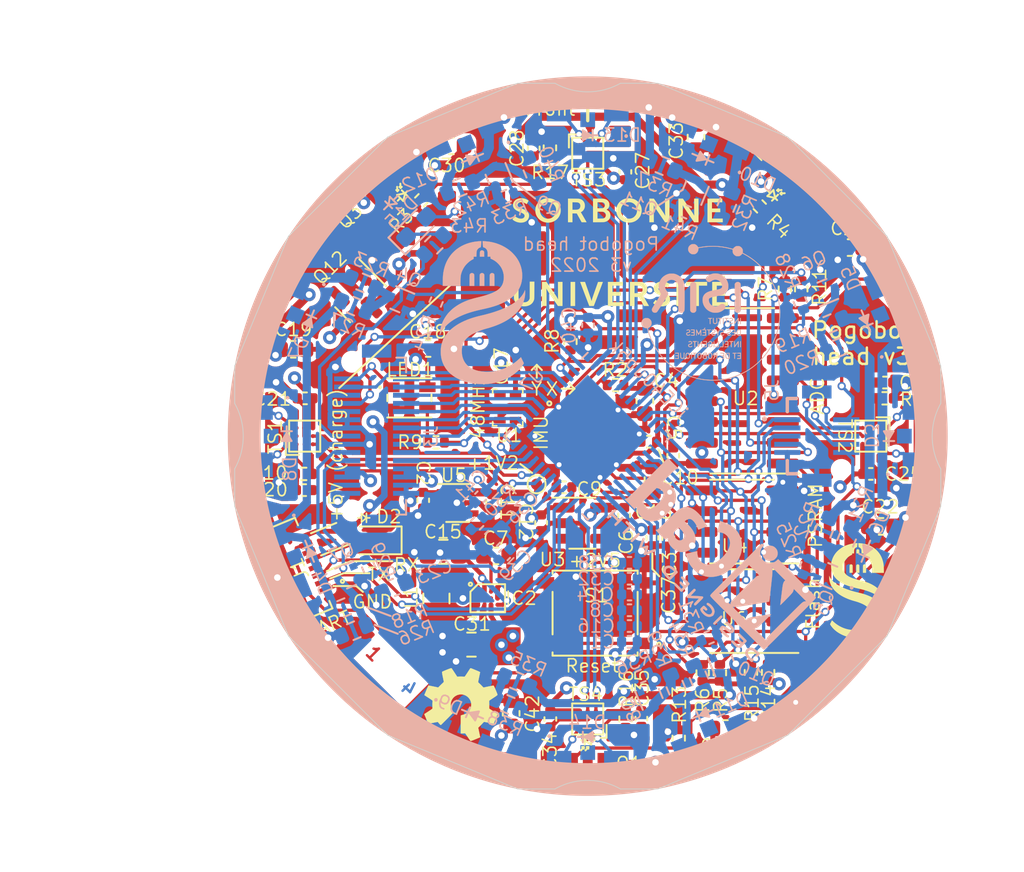
<source format=kicad_pcb>
(kicad_pcb (version 20211014) (generator pcbnew)
  (title_block (title "Pogobot Head") (date "2022-06-08") (rev "v3") (company "ISIR - Sorbonne Université"))
  (layers (0 "F.Cu" signal) (1 "In1.Cu" power "GND.Cu") (2 "In2.Cu" power "PWR.Cu") (31 "B.Cu" signal) (34 "B.Paste" user) (35 "F.Paste" user) (36 "B.SilkS" user "B.Silkscreen") (37 "F.SilkS" user "F.Silkscreen") (38 "B.Mask" user) (39 "F.Mask" user) (44 "Edge.Cuts" user))
  (net 0 "")
  (net 1 "GND")
  (net 2 "+3V3")
  (net 3 "+1V2")
  (net 4 "+2V5")
  (net 5 "TSENV_F")
  (net 6 "TSDATA_F")
  (net 7 "Net-(C7-Pad1)")
  (net 8 "Net-(Q5-Pad3)")
  (net 9 "Net-(Q6-Pad3)")
  (net 10 "Net-(Q7-Pad3)")
  (net 11 "Net-(Q8-Pad3)")
  (net 12 "TSENV_L")
  (net 13 "TSDATA_L")
  (net 14 "TSDATA_R")
  (net 15 "TSDATA_B")
  (net 16 "TSENV_R")
  (net 17 "+BATT")
  (net 18 "iCE_RX")
  (net 19 "iCE_TX")
  (net 20 "TSENV_B")
  (net 21 "IMU_CSn")
  (net 22 "SPI_MOSI")
  (net 23 "SPI_MISO")
  (net 24 "SPI_CLK")
  (net 25 "/Charge")
  (net 26 "/sheetReceive_Right/IIN-")
  (net 27 "/sheetReceive_Right/IIN+")
  (net 28 "/sheetReceive_Front/IIN+")
  (net 29 "/sheetReceive_Front/IIN-")
  (net 30 "/sheetReceive_Left/IIN+")
  (net 31 "/sheetReceive_Left/IIN-")
  (net 32 "/sheetReceive_Back/IIN+")
  (net 33 "/sheetReceive_Back/IIN-")
  (net 34 "/sheetReceive_Right/AVDD")
  (net 35 "/sheetReceive_Front/AVDD")
  (net 36 "/sheetReceive_Left/AVDD")
  (net 37 "/sheetReceive_Back/AVDD")
  (net 38 "/sheetReceive_Right/RBIAS")
  (net 39 "/sheetReceive_Front/RBIAS")
  (net 40 "/sheetReceive_Left/RBIAS")
  (net 41 "/sheetReceive_Back/RBIAS")
  (net 42 "Net-(LED1-Pad3)")
  (net 43 "/LX1")
  (net 44 "/LX2")
  (net 45 "Net-(Q9-Pad3)")
  (net 46 "+5V")
  (net 51 "Net-(D4-Pad1)")
  (net 52 "Net-(D5-Pad1)")
  (net 53 "Net-(D6-Pad1)")
  (net 55 "/VCCPLL")
  (net 56 "CDONE")
  (net 57 "GPIO4")
  (net 58 "GPIO5")
  (net 59 "FLASH_CS")
  (net 60 "/Back")
  (net 61 "/Right")
  (net 62 "/Left")
  (net 63 "GPIO6")
  (net 64 "/VBat_control")
  (net 65 "/OSC_IN")
  (net 66 "RAM_CS")
  (net 67 "/CH4")
  (net 68 "/CH5")
  (net 69 "/CH6")
  (net 70 "/CH7")
  (net 71 "GPIO1")
  (net 72 "GPIO0")
  (net 73 "GPIO7")
  (net 74 "ADC_CSn")
  (net 75 "GPIO8")
  (net 76 "Net-(D15-Pad1)")
  (net 77 "GPIO2")
  (net 78 "Net-(D7-Pad1)")
  (net 79 "Net-(D9-Pad1)")
  (net 80 "Emit1_B")
  (net 81 "Emit2_B")
  (net 82 "Emit1_F")
  (net 83 "Emit2_F")
  (net 84 "Emit1_R")
  (net 85 "Emit2_R")
  (net 86 "Emit1_L")
  (net 87 "Emit2_L")
  (net 88 "Net-(D10-Pad1)")
  (net 91 "RGB_LED_IN")
  (net 92 "Net-(Q10-Pad3)")
  (net 93 "Net-(Q11-Pad3)")
  (net 94 "Net-(C13-Pad1)")
  (net 96 "Net-(D11-Pad1)")
  (net 97 "Net-(D12-Pad1)")
  (net 98 "RGB_LED_OUT")
  (net 114 "Net-(Q4-Pad3)")
  (net 117 "~{RESET}")
  (net 118 "SPI_~{WP}-IO2")
  (net 119 "SPI_~{HLD}-IO3")
  (net 122 "LED_CHARGE")
  (net 123 "IMU_INT")
  (net 124 "GPIO3")
  (net 125 "Net-(D2-Pad2)")
  (footprint "Capacitor_SMD:C_0402_1005Metric" (layer "F.Cu") (at 102.3 53.84 90)
    (fp_text reference "C27")
    (fp_text value "100nF, X7R")
  )
  (footprint "Capacitor_SMD:C_0402_1005Metric" (layer "F.Cu") (at 96.698 52.3978 90)
    (fp_text reference "C28")
    (fp_text value "1uF")
  )
  (footprint "Capacitor_SMD:C_0402_1005Metric" (layer "F.Cu") (at 82.728 67.6886 180)
    (fp_text reference "C21")
    (fp_text value "100nF, X7R")
  )
  (footprint "Capacitor_SMD:C_0402_1005Metric" (layer "F.Cu") (at 82.6772 73.302 180)
    (fp_text reference "C20")
    (fp_text value "1uF")
  )
  (footprint "Resistor_SMD:R_0402_1005Metric" (layer "F.Cu") (at 82.6518 72.3114)
    (fp_text reference "R10")
    (fp_text value "15K")
  )
  (footprint "Package_BGA:BGA-9_1.6x1.6mm_Layout3x3_P0.5mm" (layer "F.Cu") (at 100 52.7)
    (fp_text reference "TS3")
    (fp_text value "TS4231")
  )
  (footprint "Package_BGA:BGA-9_1.6x1.6mm_Layout3x3_P0.5mm" (layer "F.Cu") (at 82.7 70 90)
    (fp_text reference "TS1")
    (fp_text value "TS4231")
  )
  (footprint "Capacitor_SMD:C_0603_1608Metric" (layer "F.Cu") (at 90.2464 64.6406)
    (fp_text reference "C18")
    (fp_text value "10uF")
  )
  (footprint "Resistor_SMD:R_0402_1005Metric" (layer "F.Cu") (at 102.3114 87.2974 90)
    (fp_text reference "R16")
    (fp_text value "15K")
  )
  (footprint "Package_BGA:BGA-9_1.6x1.6mm_Layout3x3_P0.5mm" (layer "F.Cu") (at 100 87.3 180)
    (fp_text reference "TS4")
    (fp_text value "TS4231")
  )
  (footprint "Capacitor_SMD:C_0402_1005Metric" (layer "F.Cu") (at 97.714 87.3 -90)
    (fp_text reference "C34")
    (fp_text value "100nF, X7R")
  )
  (footprint "Capacitor_SMD:C_0402_1005Metric" (layer "F.Cu") (at 103.2766 87.272 -90)
    (fp_text reference "C35")
    (fp_text value "1uF")
  )
  (footprint "Resistor_SMD:R_0402_1005Metric" (layer "F.Cu") (at 97.6886 52.3724 -90)
    (fp_text reference "R17")
    (fp_text value "15K")
  )
  (footprint "Footprints:23287028" (layer "F.Cu") (at 82.3724 78.128 -67.5)
    (fp_text reference "J1")
    (fp_text value "2328702-8" hide)
  )
  (footprint "Capacitor_SMD:C_0402_1005Metric" (layer "F.Cu") (at 117.2974 72.3114)
    (fp_text reference "C25")
    (fp_text value "100nF, X7R")
  )
  (footprint "Capacitor_SMD:C_0402_1005Metric" (layer "F.Cu") (at 118.161 66.7234)
    (fp_text reference "C26")
    (fp_text value "1uF")
  )
  (footprint "Package_BGA:BGA-9_1.6x1.6mm_Layout3x3_P0.5mm" (layer "F.Cu") (at 117.3 70 -90)
    (fp_text reference "TS2")
    (fp_text value "TS4231")
  )
  (footprint "Resistor_SMD:R_0402_1005Metric" (layer "F.Cu") (at 90.729 70.381)
    (fp_text reference "R9")
    (fp_text value "330")
  )
  (footprint "Resistor_SMD:R_0402_1005Metric" (layer "F.Cu") (at 118.161 67.6886 180)
    (fp_text reference "R12")
    (fp_text value "15K")
  )
  (footprint "Footprints:INPI22TAT5R5G5B" (layer "F.Cu") (at 89.1 67.6632 180)
    (fp_text reference "LED1")
    (fp_text value "IN-PI22TAT5R5G5B" hide)
  )
  (footprint "Diode_SMD:D_SOD-323" (layer "F.Cu") (at 87.125 76.375 180)
    (fp_text reference "D2")
    (fp_text value "1N4448WS")
  )
  (footprint "Footprints:PTS526SK15SMTR2LFS" (layer "F.Cu") (at 100.45 80.825 180)
    (fp_text reference "S1")
    (fp_text value "PTS526_SM15_SMTR2_LFS" hide)
  )
  (footprint "Package_TO_SOT_SMD:SOT-353_SC-70-5" (layer "F.Cu") (at 92.0498 74.0894)
    (fp_text reference "U5")
    (fp_text value "MIC5365-1.2YC5")
  )
  (footprint "Capacitor_SMD:C_0603_1608Metric" (layer "F.Cu") (at 91.67 52.25 180)
    (fp_text reference "C30")
    (fp_text value "10uF, 6V")
  )
  (footprint "Resistor_SMD:R_0402_1005Metric" (layer "F.Cu") (at 112.05 61 90)
    (fp_text reference "R7")
    (fp_text value "10K")
  )
  (footprint "Footprints:Minus" (layer "F.Cu") (at 106.35 58.7732)
    (fp_text reference "TP3" hide)
    (fp_text value "TestPoint")
  )
  (footprint "Capacitor_SMD:C_0402_1005Metric" (layer "F.Cu") (at 95.575 65.7 90)
    (fp_text reference "C17")
    (fp_text value "100nF")
  )
  (footprint "Resistor_SMD:R_0402_1005Metric" (layer "F.Cu") (at 107.025 84.475 90)
    (fp_text reference "R6")
    (fp_text value "10K")
  )
  (footprint "Resistor_SMD:R_0402_1005Metric" (layer "F.Cu") (at 98.94 64.22 -90)
    (fp_text reference "R8")
    (fp_text value "10K")
  )
  (footprint "Fiducial:Fiducial_0.5mm_Mask1.5mm" (layer "F.Cu") (at 95 89.5)
    (fp_text reference "REF**" hide)
    (fp_text value "Fiducial_0.5mm_Mask1.5mm")
  )
  (footprint "Footprints:QFN50P400X400X95-25N-D" (layer "F.Cu") (at 100 70)
    (fp_text reference "IC1" hide)
    (fp_text value "ICM-20689" hide)
  )
  (footprint "Capacitor_SMD:C_0603_1608Metric" (layer "F.Cu") (at 95.32 86.95 90)
    (fp_text reference "C42")
    (fp_text value "10uF, 6V")
  )
  (footprint "Resistor_SMD:R_0402_1005Metric" (layer "F.Cu") (at 101.7 66.875 180)
    (fp_text reference "R2")
    (fp_text value "10K")
  )
  (footprint "Resistor_SMD:R_0402_1005Metric" (layer "F.Cu") (at 105.56 88.47 90)
    (fp_text reference "R13")
    (fp_text value "1M")
  )
  (footprint "Resistor_SMD:R_0402_1005Metric" (layer "F.Cu") (at 113.05 61 -90)
    (fp_text reference "R11")
    (fp_text value "10K")
  )
  (footprint "Footprints:LOGO_text_sorbonne" (layer "F.Cu") (at 101.770795 56.139063)
    (fp_text reference "G***" hide)
    (fp_text value "LOGO" hide)
  )
  (footprint "Footprints:BGA12C40P4X3_201X161X69" (layer "F.Cu") (at 93.88843 79.915043)
    (fp_text reference "IC2")
    (fp_text value "MAX77827DEWC+T" hide)
  )
  (footprint "Resistor_SMD:R_0402_1005Metric" (layer "F.Cu") (at 110.5156 55.9538 135)
    (fp_text reference "R4")
    (fp_text value "1M")
  )
  (footprint "Resistor_SMD:R_0402_1005Metric" (layer "F.Cu") (at 89.825 55.575 -135)
    (fp_text reference "R3")
    (fp_text value "1M")
  )
  (footprint "Capacitor_SMD:C_0402_1005Metric" (layer "F.Cu") (at 89.9416 73.925 -90)
    (fp_text reference "C2")
    (fp_text value "1uF")
  )
  (footprint "Footprints:LOGO_SU_6mm" (layer "F.Cu") (at 116.5 79.45)
    (fp_text reference "G***" hide)
    (fp_text value "LOGO" hide)
  )
  (footprint "Package_SO:SOIC-16_3.9x9.9mm_P1.27mm" (layer "F.Cu") (at 109.45 67.23 180)
    (fp_text reference "U2")
    (fp_text value "MCP3008")
  )
  (footprint "Capacitor_SMD:C_0402_1005Metric" (layer "F.Cu") (at 104.925 76.25 -90)
    (fp_text reference "C3")
    (fp_text value "100nF")
  )
  (footprint "Package_TO_SOT_SMD:SOT-23-5" (layer "F.Cu") (at 99.675 75.325)
    (fp_text reference "U3")
    (fp_text value "MIC5504-2.5YM5")
  )
  (footprint "Capacitor_SMD:C_0805_2012Metric" (layer "F.Cu") (at 92.892509 82.75 180)
    (fp_text reference "C31")
    (fp_text value "22uF, 6V")
  )
  (footprint "Capacitor_SMD:C_0603_1608Metric" (layer "F.Cu") (at 103.49 67.85 -90)
    (fp_text reference "C4")
    (fp_text value "2.2uF, X5R")
  )
  (footprint "Package_SO:SOIC-8_3.9x4.9mm_P1.27mm" (layer "F.Cu") (at 109.425 75.225 180)
    (fp_text reference "U4")
    (fp_text value "LY68L6400")
  )
  (footprint "Footprints:MEKK2016H" (layer "F.Cu") (at 90.75 79.93 90)
    (fp_text reference "L1")
    (fp_text value "MEKK2016H1R0M 1.0uH 41mOhms 4.5A")
  )
  (footprint "Capacitor_SMD:C_0402_1005Metric" (layer "F.Cu") (at 105.225 71.2 90)
    (fp_text reference "C5")
    (fp_text value "1uF")
  )
  (footprint "Resistor_SMD:R_0402_1005Metric" (layer "F.Cu") (at 109.975 84.45 90)
    (fp_text reference "R15")
    (fp_text value "10K")
  )
  (footprint "Footprints:4-Lead 2.0 mm x 1.6 mm VFLGA" (layer "F.Cu") (at 95.11 68.25 -90)
    (fp_text reference "U1")
    (fp_text value "DSC6101MI2B-048.0000" hide)
  )
  (footprint "Footprints:TestPoint_Pad_D0.7mm" (layer "F.Cu") (at 96.8758 72.9464 90)
    (fp_text reference "TP1" hide)
    (fp_text value "Testpoint")
  )
  (footprint "Symbol:OSHW-Logo2_7.3x6mm_SilkScreen" (layer "F.Cu") (at 92.075 86.85 -22.5)
    (fp_text reference "LOGO01" hide)
    (fp_text value "OSHW-Logo2_7.3x6mm_SilkScreen" hide)
  )
  (footprint "Capacitor_SMD:C_0603_1608Metric" (layer "F.Cu") (at 82 64.69)
    (fp_text reference "C19")
    (fp_text value "10uF, 6V")
  )
  (footprint "Capacitor_SMD:C_0402_1005Metric" (layer "F.Cu") (at 102.225 74.85 -90)
    (fp_text reference "C6")
    (fp_text value "1uF")
  )
  (footprint "Capacitor_SMD:C_0603_1608Metric" (layer "F.Cu") (at 94.4 77.325)
    (fp_text reference "C7")
    (fp_text value "1uF, 10V")
  )
  (footprint "Capacitor_SMD:C_0402_1005Metric" (layer "F.Cu") (at 98.55 73.13 180)
    (fp_text reference "C9")
    (fp_text value "10nF, X7R")
  )
  (footprint "Capacitor_SMD:C_0402_1005Metric" (layer "F.Cu") (at 103.73 70.34 180)
    (fp_text reference "C10")
    (fp_text value "100nF, X7R")
  )
  (footprint "Capacitor_SMD:C_0402_1005Metric" (layer "F.Cu") (at 94.158 74.05 -90)
    (fp_text reference "C11")
    (fp_text value "1uF")
  )
  (footprint "Capacitor_SMD:C_0402_1005Metric" (layer "F.Cu") (at 97.15 75.3 -90)
    (fp_text reference "C12")
    (fp_text value "1uF")
  )
  (footprint "Footprints:LOGO_text_université" (layer "F.Cu") (at 102.025 61.125)
    (fp_text reference "G***" hide)
    (fp_text value "LOGO" hide)
  )
  (footprint "Capacitor_SMD:C_0603_1608Metric" (layer "F.Cu") (at 106.62 51.71 -90)
    (fp_text reference "C33")
    (fp_text value "10uF, 6V")
  )
  (footprint "Footprints:SFH3710" (layer "F.Cu") (at 87.7 54.3 45)
    (fp_text reference "Q3")
    (fp_text value "SFH 3710-Z")
  )
  (footprint "Footprints:SFH3710" (layer "F.Cu") (at 112.3 54.3 -45)
    (fp_text reference "Q2")
    (fp_text value "SFH 3710-Z")
  )
  (footprint "Package_SO:SOIC-8_3.9x4.9mm_P1.27mm" (layer "F.Cu") (at 109.425 80.7 180)
    (fp_text reference "U6")
    (fp_text value "W25Q16JVSNIM")
  )
  (footprint "Footprints:Plus" (layer "F.Cu") (at 93.5992 58.824)
    (fp_text reference "TP2" hide)
    (fp_text value "TestPoint" hide)
  )
  (footprint "Package_TO_SOT_SMD:SOT-23" (layer "F.Cu") (at 86.125 61.475 -45)
    (fp_text reference "Q12")
    (fp_text value "Q_PMOS_GSD")
  )
  (footprint "Capacitor_SMD:C_0603_1608Metric" (layer "F.Cu") (at 103.99 72.66 90)
    (fp_text reference "C13")
    (fp_text value "470nF, X7R")
  )
  (footprint "Resistor_SMD:R_0402_1005Metric" (layer "F.Cu") (at 108.075 84.475 90)
    (fp_text reference "R5")
    (fp_text value "10K")
  )
  (footprint "Resistor_SMD:R_0402_1005Metric" (layer "F.Cu") (at 111.025 84.45 90)
    (fp_text reference "R14")
    (fp_text value "10K")
  )
  (footprint "Footprints:SFH3710" (layer "F.Cu") (at 100 90 180)
    (fp_text reference "Q1")
    (fp_text value "SFH 3710-Z")
  )
  (footprint "Capacitor_SMD:C_0603_1608Metric" (layer "F.Cu") (at 117.93 75.52 180)
    (fp_text reference "C22")
    (fp_text value "10uF, 6V")
  )
  (footprint "Capacitor_SMD:C_0603_1608Metric" (layer "F.Cu") (at 108.42 87.88 180)
    (fp_text reference "C29")
    (fp_text value "10uF, 6V")
  )
  (footprint "Capacitor_SMD:C_0805_2012Metric" (layer "F.Cu") (at 91.175 77.075 180)
    (fp_text reference "C15")
    (fp_text value "10uF, 10V")
  )
  (footprint "Capacitor_SMD:C_0603_1608Metric" (layer "F.Cu") (at 116.03 58.47 180)
    (fp_text reference "C24")
    (fp_text value "10uF, 6V")
  )
  (footprint "Capacitor_SMD:C_0402_1005Metric" (layer "F.Cu") (at 103.95 76.225 -90)
    (fp_text reference "C37")
    (fp_text value "100nF")
  )
  (footprint "Footprints:VSMB10940" (layer "B.Cu") (at 92.346331 88.477591 -112.5)
    (fp_text reference "D9")
    (fp_text value "VSMB10940" hide)
  )
  (footprint "Footprints:VEMD10940FX01" (layer "B.Cu") (at 120 70)
    (fp_text reference "D3")
    (fp_text value "VEMD10940F" hide)
  )
  (footprint "Footprints:VSMB10940" (layer "B.Cu") (at 107.653669 51.522409 67.5)
    (fp_text reference "D10")
    (fp_text value "VSMB10940" hide)
  )
  (footprint "Footprints:VSMB10940" (layer "B.Cu") (at 118.477591 77.653669 -22.5)
    (fp_text reference "D6")
    (fp_text value "VSMB10940" hide)
  )
  (footprint "Footprints:VSMB10940" (layer "B.Cu") (at 81.522409 62.346331 157.5)
    (fp_text reference "D7")
    (fp_text value "VSMB10940" hide)
  )
  (footprint "Footprints:VEMD10940FX01" (layer "B.Cu") (at 100 50 90)
    (fp_text reference "D13")
    (fp_text value "VEMD10940F" hide)
  )
  (footprint "Footprints:VEMD10940FX01" (layer "B.Cu") (at 80 70 180)
    (fp_text reference "D8")
    (fp_text value "VEMD10940F" hide)
  )
  (footprint "Footprints:SOT-723" (layer "B.Cu") (at 106.56 54.94 67.5)
    (fp_text reference "Q11")
    (fp_text value "NTK3134NT5G")
  )
  (footprint "Footprints:SOT-723" (layer "B.Cu") (at 114.58 61.15 22.5)
    (fp_text reference "Q6")
    (fp_text value "NTK3134NT5G")
  )
  (footprint "Footprints:SOT-723" (layer "B.Cu") (at 85.2934 78.5598 -157.5)
    (fp_text reference "Q7")
    (fp_text value "NTK3134NT5G")
  )
  (footprint "Resistor_SMD:R_0402_1005Metric" (layer "B.Cu") (at 103.25 84.69 22.5)
    (fp_text reference "R36")
    (fp_text value "10K")
  )
  (footprint "Resistor_SMD:R_0402_1005Metric" (layer "B.Cu") (at 95.0216 55.3442 -157.5)
    (fp_text reference "R33")
    (fp_text value "10K")
  )
  (footprint "Resistor_SMD:R_0402_1005Metric" (layer "B.Cu") (at 106.03 56.29 157.5)
    (fp_text reference "R41")
    (fp_text value "10K")
  )
  (footprint "Resistor_SMD:R_0402_1005Metric" (layer "B.Cu") (at 113.36 77.99 67.5)
    (fp_text reference "R25")
    (fp_text value "10K")
  )
  (footprint "Resistor_SMD:R_0402_1005Metric" (layer "B.Cu") (at 112.99 61.79 112.5)
    (fp_text reference "R28")
    (fp_text value "10K")
  )
  (footprint "Resistor_SMD:R_0402_1005Metric" (layer "B.Cu") (at 90.73 61.8 -112.5)
    (fp_text reference "R24")
    (fp_text value "10K")
  )
  (footprint "Resistor_SMD:R_0402_1005Metric" (layer "B.Cu") (at 86.6142 78.0264 -67.5)
    (fp_text reference "R29")
    (fp_text value "10K")
  )
  (footprint "Footprints:VEMD10940FX01" (layer "B.Cu") (at 100 90 -90)
    (fp_text reference "D14")
    (fp_text value "VEMD10940F" hide)
  )
  (footprint "Footprints:SOT-723" (layer "B.Cu") (at 108.26 83.97 -67.5)
    (fp_text reference "Q10")
    (fp_text value "NTK3134NT5G")
  )
  (footprint "Footprints:SOT-723" (layer "B.Cu") (at 94.5136 54.0234 112.5)
    (fp_text reference "Q9")
    (fp_text value "NTK3134NT5G")
  )
  (footprint "Footprints:SOT-723" (layer "B.Cu") (at 114.71 78.52 -22.5)
    (fp_text reference "Q5")
    (fp_text value "NTK3134NT5G")
  )
  (footprint "Footprints:SOT-723" (layer "B.Cu") (at 88.48 61.67 157.5)
    (fp_text reference "Q4")
    (fp_text value "NTK3134NT5G")
  )
  (footprint "Resistor_SMD:R_0402_1005Metric" (layer "B.Cu") (at 107.42 82.31 22.5)
    (fp_text reference "R31")
    (fp_text value "10K")
  )
  (footprint "Footprints:SOT-723" (layer "B.Cu") (at 103.82 86.01 -67.5)
    (fp_text reference "Q8")
    (fp_text value "NTK3134NT5G")
  )
  (footprint "Footprints:VSMB10940" (layer "B.Cu") (at 107.653669 88.477591 -67.5)
    (fp_text reference "D11")
    (fp_text value "VSMB10940" hide)
  )
  (footprint "Footprints:VSMB10940" (layer "B.Cu") (at 92.346331 51.522409 112.5)
    (fp_text reference "D12")
    (fp_text value "VSMB10940" hide)
  )
  (footprint "Footprints:VSMB10940" (layer "B.Cu") (at 118.477591 62.346331 22.5)
    (fp_text reference "D5")
    (fp_text value "VSMB10940" hide)
  )
  (footprint "Footprints:VSMB10940" (layer "B.Cu") (at 81.522409 77.653669 -157.5)
    (fp_text reference "D4")
    (fp_text value "VSMB10940" hide)
  )
  (footprint "Resistor_SMD:R_0603_1608Metric" (layer "B.Cu") (at 86.27 60.63 -22.5)
    (fp_text reference "R23")
    (fp_text value "6")
  )
  (footprint "Capacitor_SMD:C_0402_1005Metric" (layer "B.Cu") (at 93.4468 73.7084 -135)
    (fp_text reference "C41")
    (fp_text value "100nF")
  )
  (footprint "Capacitor_SMD:C_0402_1005Metric" (layer "B.Cu") (at 102.55 82.5804)
    (fp_text reference "C1")
    (fp_text value "1uF")
  )
  (footprint "Symbol:KiCad-Logo2_5mm_SilkScreen" (layer "B.Cu") (at 107.709697 77.284649 135)
    (fp_text reference "LOGO02" hide)
    (fp_text value "KiCad-Logo2_5mm_SilkScreen" hide)
  )
  (footprint "Resistor_SMD:R_0402_1005Metric" (layer "B.Cu") (at 93.2436 75.334 45)
    (fp_text reference "R30")
    (fp_text value "100")
  )
  (footprint "Resistor_SMD:R_0603_1608Metric" (layer "B.Cu") (at 114.43 75.79 -112.5)
    (fp_text reference "R22")
    (fp_text value "6")
  )
  (footprint "Footprints:10132798012100LF" (layer "B.Cu") (at 114 70 -90)
    (fp_text reference "J5")
    (fp_text value "10132798-012100LF" hide)
  )
  (footprint "Footprints:logo_isir_moyen" (layer "B.Cu") (at 107.52 62.43 180)
    (fp_text reference "LOGO04" hide)
    (fp_text value "LOGO" hide)
  )
  (footprint "Resistor_SMD:R_0603_1608Metric" (layer "B.Cu") (at 92.18 54.79 22.5)
    (fp_text reference "R42")
    (fp_text value "6")
  )
  (footprint "Capacitor_SMD:C_0402_1005Metric" (layer "B.Cu") (at 100.02 63.22 -90)
    (fp_text reference "C40")
    (fp_text value "100nF")
  )
  (footprint "Capacitor_SMD:C_0603_1608Metric" (layer "B.Cu") (at 94.1834 76.2484 -135)
    (fp_text reference "C36")
    (fp_text value "10uF")
  )
  (footprint "Resistor_SMD:R_0603_1608Metric" (layer "B.Cu") (at 96.65 53.77 -67.5)
    (fp_text reference "R40")
    (fp_text value "6")
  )
  (footprint "Resistor_SMD:R_0603_1608Metric" (layer "B.Cu") (at 105.39 85.38 112.5)
    (fp_text reference "R39")
    (fp_text value "3")
  )
  (footprint "Capacitor_SMD:C_0402_1005Metric" (layer "B.Cu") (at 102.55 80.65)
    (fp_text reference "C8")
    (fp_text value "10nF")
  )
  (footprint "Resistor_SMD:R_0603_1608Metric" (layer "B.Cu") (at 95.11 86.41 -22.5)
    (fp_text reference "R38")
    (fp_text value "3")
  )
  (footprint "Footprints:LOGO_SU_without_text" (layer "B.Cu") (at 93.55 62.45 180)
    (fp_text reference "LOGO03" hide)
    (fp_text value "LOGO" hide)
  )
  (footprint "LED_SMD:LED_0603_1608Metric_Pad1.05x0.95mm_HandSolder" (layer "B.Cu") (at 89.512804 57.207197 45)
    (fp_text reference "D15")
    (fp_text value "LED")
  )
  (footprint "Resistor_SMD:R_0603_1608Metric" (layer "B.Cu") (at 104.56 53.46 -22.5)
    (fp_text reference "R37")
    (fp_text value "3")
  )
  (footprint "Footprints:10132798032100LF" (layer "B.Cu") (at 87.1 70 -90)
    (fp_text reference "J3")
    (fp_text value "10132798-032100LF" hide)
  )
  (footprint "Resistor_SMD:R_0603_1608Metric" (layer "B.Cu") (at 108.5 55.87 -112.5)
    (fp_text reference "R32")
    (fp_text value "3")
  )
  (footprint "Capacitor_SMD:C_0402_1005Metric" (layer "B.Cu") (at 94.919343 77.261938 -135)
    (fp_text reference "C39")
    (fp_text value "100nF")
  )
  (footprint "Package_DFN_QFN:QFN-48-1EP_7x7mm_P0.5mm_EP5.3x5.3mm" (layer "B.Cu") (at 100 70 -135)
    (fp_text reference "U7")
    (fp_text value "ICE40UP5K-SG48")
  )
  (footprint "Resistor_SMD:R_0603_1608Metric" (layer "B.Cu") (at 115.82 76.34 -112.5)
    (fp_text reference "R21")
    (fp_text value "6")
  )
  (footprint "Resistor_SMD:R_0603_1608Metric" (layer "B.Cu") (at 114.82 63.12 -157.5)
    (fp_text reference "R20")
    (fp_text value "3")
  )
  (footprint "Resistor_SMD:R_0603_1608Metric" (layer "B.Cu") (at 95.67 84.99 -22.5)
    (fp_text reference "R35")
    (fp_text value "6")
  )
  (footprint "Capacitor_SMD:C_0402_1005Metric" (layer "B.Cu") (at 102.55 78.7196)
    (fp_text reference "C32")
    (fp_text value "10nF")
  )
  (footprint "Resistor_SMD:R_0603_1608Metric" (layer "B.Cu") (at 115.41 64.56 -157.5)
    (fp_text reference "R19")
    (fp_text value "3")
  )
  (footprint "Resistor_SMD:R_0603_1608Metric" (layer "B.Cu") (at 85.11 80.49 22.5)
    (fp_text reference "R18")
    (fp_text value "3")
  )
  (footprint "Resistor_SMD:R_0603_1608Metric" (layer "B.Cu") (at 106.8 84.81 112.5)
    (fp_text reference "R34")
    (fp_text value "6")
  )
  (footprint "Resistor_SMD:R_0603_1608Metric" (layer "B.Cu") (at 90.59 58.3 -135)
    (fp_text reference "R43")
    (fp_text value "1K")
  )
  (footprint "Capacitor_SMD:C_0402_1005Metric" (layer "B.Cu") (at 102.55 77.75)
    (fp_text reference "C38")
    (fp_text value "100nF")
  )
  (footprint "Capacitor_SMD:C_0402_1005Metric" (layer "B.Cu") (at 102.5526 79.6848)
    (fp_text reference "C14")
    (fp_text value "1uF")
  )
  (footprint "Resistor_SMD:R_0603_1608Metric" (layer "B.Cu") (at 85.7 62.05 -22.5)
    (fp_text reference "R27")
    (fp_text value "6")
  )
  (footprint "Resistor_SMD:R_0603_1608Metric" (layer "B.Cu") (at 85.7 81.9 22.5)
    (fp_text reference "R26")
    (fp_text value "3")
  )
  (footprint "Capacitor_SMD:C_0603_1608Metric" (layer "B.Cu") (at 88.16 79.25 -157.5)
    (fp_text reference "C23")
    (fp_text value "10uF, 6V")
  )
  (footprint "Capacitor_SMD:C_0402_1005Metric" (layer "B.Cu") (at 102.55 81.615201)
    (fp_text reference "C16")
    (fp_text value "100nF")
  )
  (gr_line locked (start 88.398198 55.28967) (end 88.115355 55.572513) (layer "B.SilkS") (width 0.12))
  (gr_line (start 96.78 55.47) (end 95.415845 54.384221) (layer "B.SilkS") (width 0.12))
  (gr_line locked (start 87.620381 55.643223) (end 88.044645 56.067487) (layer "B.SilkS") (width 0.12))
  (gr_line (start 87.95 81) (end 86.5 80.46) (layer "B.SilkS") (width 0.12))
  (gr_circle locked (center 100 70) (end 121 70) (layer "B.SilkS") (width 2) (fill none))
  (gr_line (start 105.798479 54.94) (end 104.34 55.88) (layer "B.SilkS") (width 0.12))
  (gr_line locked (start 87.54967 56.138198) (end 87.832513 55.855355) (layer "B.SilkS") (width 0.12))
  (gr_line (start 88.39 82.09) (end 86.98 81.54) (layer "B.SilkS") (width 0.12))
  (gr_line locked (start 87.903223 55.360381) (end 88.327487 55.784645) (layer "B.SilkS") (width 0.12))
  (gr_line locked (start 87.832513 55.855355) (end 87.903223 55.360381) (layer "B.SilkS") (width 0.12))
  (gr_line locked (start 88.327487 55.784645) (end 87.832513 55.855355) (layer "B.SilkS") (width 0.12))
  (gr_line (start 99.19116 67.1) (end 98.87874 67.41242) (layer "F.SilkS") (width 0.12))
  (gr_line (start 99.19116 67.1) (end 98.8762 66.78504) (layer "F.SilkS") (width 0.12))
  (gr_line (start 96.88616 65.64564) (end 96.5712 65.9606) (layer "F.SilkS") (width 0.12))
  (gr_line (start 96.88616 66.42796) (end 96.88616 65.64564) (layer "F.SilkS") (width 0.12))
  (gr_line (start 96.88616 65.64564) (end 97.19858 65.95806) (layer "F.SilkS") (width 0.12))
  (gr_line (start 98.40884 67.1) (end 99.19116 67.1) (layer "F.SilkS") (width 0.12))
  (gr_line (start 85.525 77.65) (end 84.9632 77.874) (layer "F.SilkS") (width 0.12))
  (gr_line (start 84.633 75.3086) (end 83.0836 75.9436) (layer "F.SilkS") (width 0.12))
  (gr_line locked (start 86.175 74.75) (end 86.475 75) (layer "F.SilkS") (width 0.1))
  (gr_line (start 103.95 78.125) (end 104.375 78.575) (layer "F.SilkS") (width 0.12))
  (gr_line (start 84.252 78.7122) (end 85.0902 78.382) (layer "F.SilkS") (width 0.12))
  (gr_line (start 84.0488 78.255) (end 84.9632 77.874) (layer "F.SilkS") (width 0.12))
  (gr_line (start 84.81 67.06) (end 92.08 60.33) (layer "F.SilkS") (width 0.12))
  (gr_line locked (start 86.475 75) (end 86.675 75) (layer "F.SilkS") (width 0.1))
  (gr_line (start 100 49.48631) (end 100.31242 49.79873) (layer "F.SilkS") (width 0.2))
  (gr_line locked (start 85.95 75) (end 86.175 75) (layer "F.SilkS") (width 0.1))
  (gr_line locked (start 86.475 75) (end 86.175 75.25) (layer "F.SilkS") (width 0.1))
  (gr_line (start 84.4552 79.1694) (end 85.8522 79.1694) (layer "F.SilkS") (width 0.12))
  (gr_line (start 83.7 77.3) (end 85.45 76.6) (layer "F.SilkS") (width 0.12))
  (gr_line (start 85.0902 78.382) (end 86.665 78.382) (layer "F.SilkS") (width 0.12))
  (gr_line (start 85.8522 79.1694) (end 86.2586 79.525) (layer "F.SilkS") (width 0.12))
  (gr_line (start 103.95 77.175) (end 103.95 78.125) (layer "F.SilkS") (width 0.12))
  (gr_line (start 88.05 77.65) (end 85.525 77.65) (layer "F.SilkS") (width 0.12))
  (gr_line (start 99.68504 49.80127) (end 100.31242 49.79873) (layer "F.SilkS") (width 0.2))
  (gr_line (start 100 50.71115) (end 100 49.48631) (layer "F.SilkS") (width 0.2))
  (gr_line (start 104.33 70.8375) (end 104.73 71.8625) (layer "F.SilkS") (width 0.12))
  (gr_line locked (start 86.175 75.25) (end 86.175 74.75) (layer "F.SilkS") (width 0.1))
  (gr_line (start 96.6 72.25) (end 95.875 71.7) (layer "F.SilkS") (width 0.12))
  (gr_line (start 100 49.48631) (end 99.68504 49.80127) (layer "F.SilkS") (width 0.2))
  (gr_line locked (start 86.475 74.725) (end 86.475 75.275) (layer "F.SilkS") (width 0.1))
  (gr_line locked (start 101.999999 48.422724) (end 104.291987 48.422724) (layer "Edge.Cuts") (width 0.05))
  (gr_line locked (start 78.422724 74.291988) (end 81.707669 82.222546) (layer "Edge.Cuts") (width 0.05))
  (gr_line locked (start 118.292332 57.777455) (end 112.222545 51.707669) (layer "Edge.Cuts") (width 0.05))
  (gr_line locked (start 121.577276 65.708013) (end 121.577276 68) (layer "Edge.Cuts") (width 0.05))
  (gr_line locked (start 78.422725 74.291988) (end 78.422724 72.000001) (layer "Edge.Cuts") (width 0.05))
  (gr_line locked (start 98 91.577276) (end 95.708012 91.577276) (layer "Edge.Cuts") (width 0.05))
  (gr_arc locked (start 78.422724 68.000001) (mid 78.946215 70.000001) (end 78.422724 72.000001) (layer "Edge.Cuts") (width 0.05))
  (gr_line locked (start 95.708012 48.422724) (end 98 48.422724) (layer "Edge.Cuts") (width 0.05))
  (gr_line locked (start 112.222545 51.707669) (end 104.291987 48.422724) (layer "Edge.Cuts") (width 0.05))
  (gr_line locked (start 121.577276 72) (end 121.577276 74.291988) (layer "Edge.Cuts") (width 0.05))
  (gr_line locked (start 81.707669 57.777455) (end 78.422724 65.708013) (layer "Edge.Cuts") (width 0.05))
  (gr_line locked (start 121.577276 65.708013) (end 118.292332 57.777455) (layer "Edge.Cuts") (width 0.05))
  (gr_line locked (start 104.291987 91.577277) (end 101.999999 91.577277) (layer "Edge.Cuts") (width 0.05))
  (gr_line locked (start 112.222545 88.292332) (end 118.292332 82.222546) (layer "Edge.Cuts") (width 0.05))
  (gr_line locked (start 87.777455 51.707669) (end 81.707669 57.777455) (layer "Edge.Cuts") (width 0.05))
  (gr_line locked (start 95.708013 48.422724) (end 87.777455 51.707669) (layer "Edge.Cuts") (width 0.05))
  (gr_line locked (start 78.422724 68.000001) (end 78.422724 65.708013) (layer "Edge.Cuts") (width 0.05))
  (gr_line locked (start 87.777455 88.292332) (end 95.708013 91.577277) (layer "Edge.Cuts") (width 0.05))
  (gr_line locked (start 81.707669 82.222546) (end 87.777455 88.292332) (layer "Edge.Cuts") (width 0.05))
  (gr_line locked (start 118.292332 82.222546) (end 121.577276 74.291988) (layer "Edge.Cuts") (width 0.05))
  (gr_arc locked (start 121.577276 72) (mid 121.053785 70) (end 121.577276 68) (layer "Edge.Cuts") (width 0.05))
  (gr_arc locked (start 101.999999 48.422724) (mid 99.999999 48.946215) (end 98 48.422724) (layer "Edge.Cuts") (width 0.05))
  (gr_line locked (start 104.291987 91.577277) (end 112.222545 88.292332) (layer "Edge.Cuts") (width 0.05))
  (gr_arc locked (start 98 91.577276) (mid 100 91.053785) (end 101.999999 91.577277) (layer "Edge.Cuts") (width 0.05))
  (gr_text "1" (at 86.925785 83.305786 -45) (layer "F.Cu") (effects (font (size 0.8 0.8))))
  (gr_text "4" (at 89.047106 85.427107 -45) (layer "B.Cu") (effects (font (size 0.8 0.8)) (justify mirror)))
  (gr_text "Pogobot head\nv3 2022" (at 100.2 58.9) (layer "B.SilkS") (effects (font (size 0.8 0.8) (thickness 0.1)) (justify mirror)))
  (gr_text "iCE40up5k" (at 103.7084 66.5202 315) (layer "B.SilkS") (effects (font (size 0.8 0.8) (thickness 0.1)) (justify mirror)))
  (gr_text "X" (at 97.81616 67.12) (layer "F.SilkS") (effects (font (size 0.8 0.8) (thickness 0.1))))
  (gr_text "IMU" (at 97.15 69.8 90) (layer "F.SilkS") (effects (font (size 0.8 0.8) (thickness 0.1))))
  (gr_text "48MHz" (at 93.29 68.22 90) (layer "F.SilkS") (effects (font (size 0.8 0.8) (thickness 0.1))))
  (gr_text "Flash" (at 113.77 80.25 90) (layer "F.SilkS") (effects (font (size 0.8 0.8) (thickness 0.1))))
  (gr_text "Pogobot\nhead v3" (at 116.75 64.325) (layer "F.SilkS") (effects (font (size 1 1))))
  (gr_text "+5V (charge)" (at 84.6076 71.1684 90) (layer "F.SilkS") (effects (font (size 0.8 0.8) (thickness 0.1))))
  (gr_text "+1V2" (at 94.2 71.65) (layer "F.SilkS") (effects (font (size 0.8 0.8) (thickness 0.1))))
  (gr_text "UART" (at 84.125 81.5824 22.5) (layer "F.SilkS") (effects (font (size 0.8 0.8) (thickness 0.1))))
  (gr_text "ADC" (at 114.04 67.55 90) (layer "F.SilkS") (effects (font (size 0.8 0.8) (thickness 0.1))))
  (gr_text "Front" (at 97.7 50) (layer "F.SilkS") (effects (font (size 0.8 0.8) (thickness 0.1))))
  (gr_text "RX\n" (at 88.925 77.875) (layer "F.SilkS") (effects (font (size 0.8 0.8) (thickness 0.1))))
  (gr_text "Reset" (at 100.275 84.05) (layer "F.SilkS") (effects (font (size 0.8 0.8) (thickness 0.1))))
  (gr_text "Y" (at 96.87616 67.12) (layer "F.SilkS") (effects (font (size 0.8 0.8) (thickness 0.1))))
  (gr_text "GND" (at 86.8428 80.1346) (layer "F.SilkS") (effects (font (size 0.8 0.8) (thickness 0.1))))
  (gr_text "+2V5" (at 100.44 77.61) (layer "F.SilkS") (effects (font (size 0.8 0.8) (thickness 0.1))))
  (gr_text "TX\n" (at 87.2238 78.4582) (layer "F.SilkS") (effects (font (size 0.8 0.8) (thickness 0.1))))
  (gr_text "PSRAM" (at 113.92 74.86 90) (layer "F.SilkS") (effects (font (size 0.8 0.8) (thickness 0.1))))
  (segment (start 84.175 69.6) (end 85.625 71.05) (width 0.2) (layer "F.Cu") (net 1))
  (segment (start 101.91 53.36) (end 102.3 53.36) (width 0.3) (layer "F.Cu") (net 1))
  (segment (start 87.075 80.325) (end 86.65 79.9) (width 0.3) (layer "F.Cu") (net 1))
  (segment (start 101.885 71.885) (end 101.75 71.75) (width 0.3) (layer "F.Cu") (net 1))
  (segment (start 119.3802 66.9774) (end 119.3802 66.952) (width 0.3) (layer "F.Cu") (net 1))
  (segment (start 94.48843 79.515043) (end 94.48843 79.23657) (width 0.3) (layer "F.Cu") (net 1))
  (segment (start 90.975 77.125) (end 90.925 77.075) (width 0.3) (layer "F.Cu") (net 1))
  (segment (start 118.646 73.18) (end 117.7774 72.3114) (width 0.3) (layer "F.Cu") (net 1))
  (segment (start 109.8 68.25) (end 110.6 68.25) (width 0.2) (layer "F.Cu") (net 1))
  (segment (start 108.5268 58.7732) (end 106.35 58.7732) (width 0.3) (layer "F.Cu") (net 1))
  (segment (start 100 52.7) (end 101.25 52.7) (width 0.3) (layer "F.Cu") (net 1))
  (segment (start 107.26 62.785) (end 106.975 62.785) (width 0.2) (layer "F.Cu") (net 1))
  (segment (start 103.365 68.75) (end 101.95 68.75) (width 0.3) (layer "F.Cu") (net 1))
  (segment (start 90.225 77.075) (end 89.425 77.075) (width 0.3) (layer "F.Cu") (net 1))
  (segment (start 102.8174 87.8074) (end 103.2212 87.8074) (width 0.3) (layer "F.Cu") (net 1))
  (segment (start 89.63 74.8623) (end 89.63 74.7166) (width 0.3) (layer "F.Cu") (net 1))
  (segment (start 97.1806 51.3818) (end 97.1806 51.7842) (width 0.3) (layer "F.Cu") (net 1))
  (segment (start 103.49 69.53) (end 103.49 68.625) (width 0.3) (layer "F.Cu") (net 1))
  (segment (start 94.48843 79.515043) (end 94.48843 79.915043) (width 0.3) (layer "F.Cu") (net 1))
  (segment (start 113.225 73.35) (end 112.75 73.35) (width 0.3) (layer "F.Cu") (net 1))
  (segment (start 105.5982 58.7732) (end 106.35 58.7732) (width 0.3) (layer "F.Cu") (net 1))
  (segment (start 93.28843 79.915043) (end 92.377946 79.915043) (width 0.3) (layer "F.Cu") (net 1))
  (segment (start 113.31 79.08) (end 113.025 78.795) (width 0.3) (layer "F.Cu") (net 1))
  (segment (start 91.9856 74.0894) (end 90.2572 74.0894) (width 0.3) (layer "F.Cu") (net 1))
  (segment (start 91.95 83.7769) (end 91.95 82.757491) (width 0.3) (layer "F.Cu") (net 1))
  (segment (start 95.6 65.195) (end 95.575 65.22) (width 0.3) (layer "F.Cu") (net 1))
  (segment (start 109.8 65.325) (end 107.26 62.785) (width 0.2) (layer "F.Cu") (net 1))
  (segment (start 95.175 78.55) (end 95.175 77.275) (width 0.3) (layer "F.Cu") (net 1))
  (segment (start 97.225 75.705) (end 97.15 75.78) (width 0.3) (layer "F.Cu") (net 1))
  (segment (start 106.956 52.474) (end 106.6418 52.474) (width 0.5) (layer "F.Cu") (net 1))
  (segment (start 97.245 75.78) (end 97.7 75.325) (width 0.3) (layer "F.Cu") (net 1))
  (segment (start 82.7 69.5) (end 82.7 68.1406) (width 0.3) (layer "F.Cu") (net 1))
  (segment (start 101.95 68.5) (end 101.95 68.75) (width 0.3) (layer "F.Cu") (net 1))
  (segment (start 101.85 68.4) (end 101.95 68.5) (width 0.3) (layer "F.Cu") (net 1))
  (segment (start 107.84 51.1) (end 107.84 51.59) (width 0.5) (layer "F.Cu") (net 1))
  (segment (start 113.025 78.795) (end 111.9 78.795) (width 0.3) (layer "F.Cu") (net 1))
  (segment (start 83.75 69.6) (end 84.175 69.6) (width 0.2) (layer "F.Cu") (net 1))
  (segment (start 82.1972 72.3668) (end 82.1418 72.3114) (width 0.3) (layer "F.Cu") (net 1))
  (segment (start 103.595 76.705) (end 103.275 77.025) (width 0.3) (layer "F.Cu") (net 1))
  (segment (start 86.67 70.5) (end 86.675 70.505) (width 0.2) (layer "F.Cu") (net 1))
  (segment (start 97.6332 51.9178) (end 97.6886 51.8624) (width 0.3) (layer "F.Cu") (net 1))
  (segment (start 118.671 67.6886) (end 118.671 67.6866) (width 0.3) (layer "F.Cu") (net 1))
  (segment (start 117.3 70.5) (end 117.3 70.000001) (width 0.3) (layer "F.Cu") (net 1))
  (segment (start 105.79 62.785) (end 106.975 62.785) (width 0.3) (layer "F.Cu") (net 1))
  (segment (start 81.124545 72.830481) (end 81.239826 72.7152) (width 0.3) (layer "F.Cu") (net 1))
  (segment (start 102.8174 88.2674) (end 102.8174 87.8074) (width 0.3) (layer "F.Cu") (net 1))
  (segment (start 103.49 68.625) (end 103.365 68.75) (width 0.3) (layer "F.Cu") (net 1))
  (segment (start 96.2 76.225) (end 95.175 77.25) (width 0.3) (layer "F.Cu") (net 1))
  (segment (start 117.46 75.52) (end 117.67 75.73) (width 0.3) (layer "F.Cu") (net 1))
  (segment (start 85.625 71.05) (end 86.775 71.05) (width 0.2) (layer "F.Cu") (net 1))
  (segment (start 89.425 77.075) (end 89.4 77.1) (width 0.3) (layer "F.Cu") (net 1))
  (segment (start 101.25 52.7) (end 101.56 53.01) (width 0.3) (layer "F.Cu") (net 1))
  (segment (start 98.07 71.930498) (end 98.07 73.13) (width 0.3) (layer "F.Cu") (net 1))
  (segment (start 103.2212 87.8074) (end 103.2766 87.752) (width 0.3) (layer "F.Cu") (net 1))
  (segment (start 95.6 64.74) (end 95.6 65.195) (width 0.3) (layer "F.Cu") (net 1))
  (segment (start 97.2588 51.8624) (end 97.6886 51.8624) (width 0.3) (layer "F.Cu") (net 1))
  (segment (start 86.825 59.25) (end 86.133839 59.941161) (width 0.3) (layer "F.Cu") (net 1))
  (segment (start 119.3802 66.952) (end 119.1516 66.7234) (width 0.3) (layer "F.Cu") (net 1))
  (segment (start 90.2572 74.0894) (end 89.9416 74.405) (width 0.3) (layer "F.Cu") (net 1))
  (segment (start 89.63 74.7166) (end 89.9416 74.405) (width 0.3) (layer "F.Cu") (net 1))
  (segment (start 91.125 82.225) (end 91.65 82.75) (width 0.3) (layer "F.Cu") (net 1))
  (segment (start 86.133839 59.941161) (end 86.133839 60.140336) (width 0.3) (layer "F.Cu") (net 1))
  (segment (start 102.825 88.275) (end 102.8174 88.2674) (width 0.3) (layer "F.Cu") (net 1))
  (segment (start 93.6 72.125) (end 94.425 72.95) (width 0.2) (layer "F.Cu") (net 1))
  (segment (start 93.805 74.53) (end 94.158 74.53) (width 0.3) (layer "F.Cu") (net 1))
  (segment (start 86.65 79.9) (end 84.438542 79.9) (width 0.3) (layer "F.Cu") (net 1))
  (segment (start 109.8 68.25) (end 109.8 65.325) (width 0.2) (layer "F.Cu") (net 1))
  (segment (start 105.625 62.95) (end 105.79 62.785) (width 0.3) (layer "F.Cu") (net 1))
  (segment (start 97.7 75.325) (end 98.5375 75.325) (width 0.3) (layer "F.Cu") (net 1))
  (segment (start 90.925 77.075) (end 90.225 77.075) (width 0.3) (layer "F.Cu") (net 1))
  (segment (start 94.635 69.025) (end 94.635 68.855) (width 0.3) (layer "F.Cu") (net 1))
  (segment (start 96.775 69.125) (end 96.775 70) (width 0.3) (layer "F.Cu") (net 1))
  (segment (start 80.95 66.71) (end 81.2694 66.71) (width 0.3) (layer "F.Cu") (net 1))
  (segment (start 81.2694 66.71) (end 82.248 67.6886) (width 0.3) (layer "F.Cu") (net 1))
  (segment (start 104.075 57.25) (end 105.5982 58.7732) (width 0.3) (layer "F.Cu") (net 1))
  (segment (start 82.7 68.1406) (end 82.248 67.6886) (width 0.3) (layer "F.Cu") (net 1))
  (segment (start 94.48843 79.23657) (end 95.175 78.55) (width 0.3) (layer "F.Cu") (net 1))
  (segment (start 98.2194 87.3) (end 97.7524 87.767) (width 0.3) (layer "F.Cu") (net 1))
  (segment (start 100.75 71.95) (end 100.75 72.5266) (width 0.2) (layer "F.Cu") (net 1))
  (segment (start 84.925 72.125) (end 92.2 72.125) (width 0.2) (layer "F.Cu") (net 1))
  (segment (start 117.3 71.7044) (end 117.7774 72.1818) (width 0.3) (layer "F.Cu") (net 1))
  (segment (start 103.99 71.885) (end 101.885 71.885) (width 0.3) (layer "F.Cu") (net 1))
  (segment (start 105.75 69.15) (end 105.765 69.135) (width 0.3) (layer "F.Cu") (net 1))
  (segment (start 82.1972 72.7152) (end 82.1972 72.3668) (width 0.3) (layer "F.Cu") (net 1))
  (segment (start 103.15 69.87) (end 103.15 70.24) (width 0.3) (layer "F.Cu") (net 1))
  (segment (start 103.95 76.705) (end 103.595 76.705) (width 0.3) (layer "F.Cu") (net 1))
  (segment (start 118.86 73.18) (end 118.646 73.18) (width 0.3) (layer "F.Cu") (net 1))
  (segment (start 107.84 51.59) (end 106.956 52.474) (width 0.5) (layer "F.Cu") (net 1))
  (segment (start 93.68843 79.915043) (end 93.28843 79.915043) (width 0.3) (layer "F.Cu") (net 1))
  (segment (start 104.925 76.73) (end 103.57 76.73) (width 0.3) (layer "F.Cu") (net 1))
  (segment (start 108.45 68.25) (end 109.8 68.25) (width 0.2) (layer "F.Cu") (net 1))
  (segment (start 97.714 87.78) (end 97.0282 87.78) (width 0.3) (layer "F.Cu") (net 1))
  (segment (start 112.75 73.35) (end 112.72 73.32) (width 0.3) (layer "F.Cu") (net 1))
  (segment (start 117.7774 72.1818) (end 117.7774 72.3114) (width 0.3) (layer "F.Cu") (net 1))
  (segment (start 97.7524 87.767) (end 97.7524 87.8054) (width 0.3) (layer "F.Cu") (net 1))
  (segment (start 113.31 79.39) (end 113.31 79.08) (width 0.3) (layer "F.Cu") (net 1))
  (segment (start 105.765 69.135) (end 106.975 69.135) (width 0.3) (layer "F.Cu") (net 1))
  (segment (start 98.250498 71.75) (end 98.07 71.930498) (width 0.3) (layer "F.Cu") (net 1))
  (segment (start 103.15 70.24) (end 103.25 70.34) (width 0.3) (layer "F.Cu") (net 1))
  (segment (start 102.3114 87.8074) (end 102.8174 87.8074) (width 0.3) (layer "F.Cu") (net 1))
  (segment (start 91.95 82.757491) (end 91.942509 82.75) (width 0.3) (layer "F.Cu") (net 1))
  (segment (start 93.35 74.075) (end 93.805 74.53) (width 0.3) (layer "F.Cu") (net 1))
  (segment (start 91.65 82.75) (end 91.942509 82.75) (width 0.3) (layer "F.Cu") (net 1))
  (segment (start 94.635 68.855) (end 94.99 68.5) (width 0.3) (layer "F.Cu") (net 1))
  (segment (start 83.675 70.875) (end 84.925 72.125) (width 0.2) (layer "F.Cu") (net 1))
  (segment (start 105.075 70.57) (end 105.225 70.72) (width 0.3) (layer "F.Cu") (net 1))
  (segment (start 92 74.075) (end 91.9856 74.0894) (width 0.3) (layer "F.Cu") (net 1))
  (segment (start 105.225 69.15) (end 105.075 69.3) (width 0.3) (layer "F.Cu") (net 1))
  (segment (start 83.525 70.875) (end 83.675 70.875) (width 0.2) (layer "F.Cu") (net 1))
  (segment (start 110.05 57.25) (end 108.5268 58.7732) (width 0.3) (layer "F.Cu") (net 1))
  (segment (start 96.15 68.5) (end 96.775 69.125) (width 0.3) (layer "F.Cu") (net 1))
  (segment (start 97.0282 87.78) (end 96.9012 87.907) (width 0.3) (layer "F.Cu") (net 1))
  (segment (start 101.56 53.01) (end 101.91 53.36) (width 0.3) (layer "F.Cu") (net 1))
  (segment (start 82.1972 73.302) (end 82.1972 72.7152) (width 0.3) (layer "F.Cu") (net 1))
  (segment (start 84.438542 79.9) (end 83.919782 79.38124) (width 0.3) (layer "F.Cu") (net 1))
  (segment (start 86.65 71.05) (end 94.05 71.05) (width 0.2) (layer "F.Cu") (net 1))
  (segment (start 86.675 70.505) (end 86.675 71.05) (width 0.2) (layer "F.Cu") (net 1))
  (segment (start 115.255 58.47) (end 115.255 59.195) (width 0.3) (layer "F.Cu") (net 1))
  (segment (start 92.2 72.125) (end 93.6 72.125) (width 0.2) (layer "F.Cu") (net 1))
  (segment (start 119.1516 66.7234) (end 118.641 66.7234) (width 0.3) (layer "F.Cu") (net 1))
  (segment (start 117.155 75.52) (end 117.46 75.52) (width 0.3) (layer "F.Cu") (net 1))
  (segment (start 94.05 71.05) (end 94.925 71.925) (width 0.2) (layer "F.Cu") (net 1))
  (segment (start 94.99 68.5) (end 96.15 68.5) (width 0.3) (layer "F.Cu") (net 1))
  (segment (start 112.72 73.32) (end 111.9 73.32) (width 0.3) (layer "F.Cu") (net 1))
  (segment (start 99.5 87.3) (end 100 87.3) (width 0.3) (layer "F.Cu") (net 1))
  (segment (start 94.925 71.925) (end 95.65 71.925) (width 0.2) (layer "F.Cu") (net 1))
  (segment (start 105.75 69.15) (end 105.225 69.15) (width 0.3) (layer "F.Cu") (net 1))
  (segment (start 111.46 60.49) (end 112.05 60.49) (width 0.3) (layer "F.Cu") (net 1))
  (segment (start 99.5 87.3) (end 98.2194 87.3) (width 0.3) (layer "F.Cu") (net 1))
  (segment (start 115.255 59.195) (end 115.28 59.22) (width 0.3) (layer "F.Cu") (net 1))
  (segment (start 81.239826 72.7152) (end 82.1972 72.7152) (width 0.3) (layer "F.Cu") (net 1))
  (segment (start 117.3 70.5) (end 117.3 71.7044) (width 0.3) (layer "F.Cu") (net 1))
  (segment (start 103.57 76.73) (end 103.275 77.025) (width 0.3) (layer "F.Cu") (net 1))
  (segment (start 91.8212 64.666) (end 91.0468 64.666) (width 0.3) (layer "F.Cu") (net 1))
  (segment (start 97.1806 51.7842) (end 97.2588 51.8624) (width 0.3) (layer "F.Cu") (net 1))
  (segment (start 82.7 69.5) (end 82.7 70) (width 0.3) (layer "F.Cu") (net 1))
  (segment (start 105.075 69.3) (end 105.075 70.57) (width 0.3) (layer "F.Cu") (net 1))
  (segment (start 91.0468 64.666) (end 91.0214 64.6406) (width 0.3) (layer "F.Cu") (net 1))
  (segment (start 97.25 75.705) (end 97.225 75.705) (width 0.3) (layer "F.Cu") (net 1))
  (segment (start 92.377946 79.915043) (end 92.371188 79.921801) (width 0.3) (layer "F.Cu") (net 1))
  (segment (start 96.698 51.9178) (end 97.6332 51.9178) (width 0.3) (layer "F.Cu") (net 1))
  (segment (start 92.2 72.125) (end 92.2 72.5) (width 0.2) (layer "F.Cu") (net 1))
  (segment (start 92 74.075) (end 93.35 74.075) (width 0.3) (layer "F.Cu") (net 1))
  (segment (start 118.671 67.6866) (end 119.3802 66.9774) (width 0.3) (layer "F.Cu") (net 1))
  (segment (start 95.175 77.25) (end 95.175 77.325) (width 0.3) (layer "F.Cu") (net 1))
  (segment (start 97.15 75.78) (end 97.245 75.78) (width 0.3) (layer "F.Cu") (net 1))
  (segment (start 103.15 69.87) (end 103.49 69.53) (width 0.3) (layer "F.Cu") (net 1))
  (via (at 107.84 51.1) (size 0.8) (drill 0.4) (layers "F.Cu" "B.Cu") (net 1))
  (via (at 108.31 81.31) (size 0.5) (drill 0.3) (layers "F.Cu" "B.Cu") (net 1))
  (via (at 117.67 75.73) (size 0.8) (drill 0.4) (layers "F.Cu" "B.Cu") (net 1))
  (via (at 102.754614 83.615059) (size 0.8) (drill 0.4) (layers "F.Cu" "B.Cu") (net 1))
  (via (at 119.3802 66.952) (size 0.8) (drill 0.4) (layers "F.Cu" "B.Cu") (net 1))
  (via (at 105.625 62.95) (size 0.8) (drill 0.4) (layers "F.Cu" "B.Cu") (net 1))
  (via (at 89.4 77.1) (size 0.8) (drill 0.4) (layers "F.Cu" "B.Cu") (net 1))
  (via (at 95.6 64.74) (size 0.8) (drill 0.4) (layers "F.Cu" "B.Cu") (net 1))
  (via (at 103.15 69.87) (size 0.5) (drill 0.3) (layers "F.Cu" "B.Cu") (net 1))
  (via (at 104.09 84.87) (size 0.8) (drill 0.4) (layers "F.Cu" "B.Cu") (net 1))
  (via (at 86.3602 79.1694) (size 0.8) (drill 0.4) (layers "F.Cu" "B.Cu") (net 1))
  (via (at 89.53 52.63) (size 0.8) (drill 0.4) (layers "F.Cu" "B.Cu") (net 1))
  (via (at 104.9 88.08) (size 0.8) (drill 0.4) (layers "F.Cu" "B.Cu") (net 1))
  (via (at 97.1806 51.3818) (size 0.8) (drill 0.4) (layers "F.Cu" "B.Cu") (net 1))
  (via (at 101.85 68.4) (size 0.5) (drill 0.3) (layers "F.Cu" "B.Cu") (net 1))
  (via (at 113.225 73.35) (size 0.8) (drill 0.4) (layers "F.Cu" "B.Cu") (net 1))
  (via (at 91.8212 64.666) (size 0.8) (drill 0.4) (layers "F.Cu" "B.Cu") (net 1))
  (via (at 114.21 59.82) (size 0.8) (drill 0.4) (layers "F.Cu" "B.Cu") (net 1))
  (via (at 96.9012 87.907) (size 0.8) (drill 0.4) (layers "F.Cu" "B.Cu") (net 1))
  (via (at 105.75 69.15) (size 0.6) (drill 0.3) (layers "F.Cu" "B.Cu") (net 1))
  (via (at 89.63 74.8623) (size 0.8) (drill 0.4) (layers "F.Cu" "B.Cu") (net 1))
  (via (at 80.95 66.71) (size 0.8) (drill 0.4) (layers "F.Cu" "B.Cu") (net 1))
  (via (at 91.125 83.225) (size 0.8) (drill 0.4) (layers "F.Cu" "B.Cu") (net 1))
  (via (at 100.02 64.58) (size 0.8) (drill 0.4) (layers "F.Cu" "B.Cu") (net 1))
  (via (at 84.57 65.77) (size 0.8) (drill 0.4) (layers "F.Cu" "B.Cu") (net 1))
  (via (at 103.275 77.025) (size 0.8) (drill 0.4) (layers "F.Cu" "B.Cu") (net 1))
  (via (at 104.075 57.25) (size 0.8) (drill 0.4) (layers "F.Cu" "B.Cu") (net 1))
  (via (at 89.31 62.52) (size 0.8) (drill 0.4) (layers "F.Cu" "B.Cu") (net 1))
  (via (at 98.250498 71.75) (size 0.5) (drill 0.3) (layers "F.Cu" "B.Cu") (net 1))
  (via (at 109.05 83.92) (size 0.8) (drill 0.4) (layers "F.Cu" "B.Cu") (net 1))
  (via (at 111.925 72.8205) (size 0.5) (drill 0.3) (layers "F.Cu" "B.Cu") (net 1))
  (via (at 105.42 55.15) (size 0.8) (drill 0.4) (layers "F.Cu" "B.Cu") (net 1))
  (via (at 81.124545 72.830481) (size 0.8) (drill 0.4) (layers "F.Cu" "B.Cu") (net 1))
  (via (at 112.71 86.28) (size 0.5) (drill 0.3) (layers "F.Cu" "B.Cu") (net 1))
  (via (at 92 74.075) (size 0.8) (drill 0.4) (layers "F.Cu" "B.Cu") (net 1))
  (via (at 86.825 59.25) (size 0.8) (drill 0.4) (layers "F.Cu" "B.Cu") (net 1))
  (via (at 100.75 72.5266) (size 0.5) (drill 0.3) (layers "F.Cu" "B.Cu") (net 1))
  (via (at 87.075 80.325) (size 0.8) (drill 0.4) (layers "F.Cu" "B.Cu") (net 1))
  (via (at 113.31 79.39) (size 0.8) (drill 0.4) (layers "F.Cu" "B.Cu") (net 1))
  (via (at 111.46 60.49) (size 0.5) (drill 0.3) (layers "F.Cu" "B.Cu") (net 1))
  (via (at 92.371188 79.921801) (size 0.8) (drill 0.4) (layers "F.Cu" "B.Cu") (net 1))
  (via (at 90.975 77.125) (size 0.8) (drill 0.4) (layers "F.Cu" "B.Cu") (net 1))
  (via (at 118.86 73.18) (size 0.8) (drill 0.4) (layers "F.Cu" "B.Cu") (net 1))
  (via (at 115.28 59.22) (size 0.8) (drill 0.4) (layers "F.Cu" "B.Cu") (net 1))
  (via (at 101.56 53.01) (size 0.8) (drill 0.4) (layers "F.Cu" "B.Cu") (net 1))
  (via (at 99.275 78.6) (size 0.8) (drill 0.4) (layers "F.Cu" "B.Cu") (net 1))
  (via (at 102.825 88.275) (size 0.8) (drill 0.4) (layers "F.Cu" "B.Cu") (net 1))
  (via (at 92.2 72.5) (size 0.8) (drill 0.4) (layers "F.Cu" "B.Cu") (net 1))
  (via (at 110.05 57.25) (size 0.8) (drill 0.4) (layers "F.Cu" "B.Cu") (net 1))
  (via (at 96.2 76.225) (size 0.8) (drill 0.4) (layers "F.Cu" "B.Cu") (net 1))
  (via (at 98.225 68.225) (size 0.5) (drill 0.3) (layers "F.Cu" "B.Cu") (net 1))
  (via (at 101.75 71.75) (size 0.5) (drill 0.3) (layers "F.Cu" "B.Cu") (net 1))
  (via (at 91.95 83.7769) (size 0.8) (drill 0.4) (layers "F.Cu" "B.Cu") (net 1))
  (via (at 86.67 70.5) (size 0.8) (drill 0.4) (layers "F.Cu" "B.Cu") (net 1))
  (via (at 96.775 70) (size 0.5) (drill 0.3) (layers "F.Cu" "B.Cu") (net 1))
  (via (at 96.575 56.925) (size 0.8) (drill 0.4) (layers "F.Cu" "B.Cu") (net 1))
  (via (at 91.125 82.225) (size 0.8) (drill 0.4) (layers "F.Cu" "B.Cu") (net 1))
  (segment (start 99.15 75.425) (end 99.62 75.895) (width 0.2) (layer "B.Cu") (net 1))
  (segment (start 103.02 77.28) (end 103.275 77.025) (width 0.3) (layer "B.Cu") (net 1))
  (segment (start 85.3 70.5) (end 84.09 70.5) (width 0.3) (layer "B.Cu") (net 1))
  (segment (start 101.55 75.025) (end 101.55 74.675) (width 0.2) (layer "B.Cu") (net 1))
  (segment (start 85.977704 78.786904) (end 85.977704 78.709309) (width 0.6) (layer "B.Cu") (net 1))
  (segment (start 100.02 64.58) (end 100.02 63.7) (width 0.3) (layer "B.Cu") (net 1))
  (segment (start 84.250489 68.890489) (end 84.250489 68.600489) (width 0.3) (layer "B.Cu") (net 1))
  (segment (start 95.936052 56.925) (end 94.550421 55.539369) (width 0.6) (layer "B.Cu") (net 1))
  (segment (start 93.3068 77.125) (end 93.635392 76.796408) (width 0.3) (layer "B.Cu") (net 1))
  (segment (start 100.45 53.5) (end 100.45 54.58) (width 0.2) (layer "B.Cu") (net 1))
  (segment (start 103.02 82.8042) (end 103.02 77.28) (width 0.3) (layer "B.Cu") (net 1))
  (segment (start 84.36 69) (end 84.250489 68.890489) (width 0.3) (layer "B.Cu") (net 1))
  (segment (start 86.3602 79.1694) (end 85.977704 78.786904) (width 0.6) (layer "B.Cu") (net 1))
  (segment (start 86.15 69.5) (end 85.3 69.5) (width 0.3) (layer "B.Cu") (net 1))
  (segment (start 99.62 78.255) (end 99.275 78.6) (width 0.2) (layer "B.Cu") (net 1))
  (segment (start 89.31 62.52) (end 90.28601 62.52) (width 0.3) (layer "B.Cu") (net 1))
  (segment (start 86.67 70.5) (end 86.67 70.02) (width 0.3) (layer "B.Cu") (net 1))
  (segment (start 90.975 77.125) (end 93.3068 77.125) (width 0.3) (layer "B.Cu") (net 1))
  (segment (start 94.579932 77.601349) (end 93.774991 76.796408) (width 0.3) (layer "B.Cu") (net 1))
  (segment (start 107.891179 82.114831) (end 107.891179 81.728821) (width 0.3) (layer "B.Cu") (net 1))
  (segment (start 84.25049 66.08951) (end 84.25049 67.32049) (width 0.3) (layer "B.Cu") (net 1))
  (segment (start 98.59 54.39) (end 98.59 54.06) (width 0.2) (layer "B.Cu") (net 1))
  (segment (start 101.47 57.27) (end 98.59 54.39) (width 0.2) (layer "B.Cu") (net 1))
  (segment (start 100.875 85.025) (end 100.875 75.775) (width 0.2) (layer "B.Cu") (net 1))
  (segment (start 85.3 69) (end 84.36 69) (width 0.3) (layer "B.Cu") (net 1))
  (segment (start 90.28601 62.52) (end 90.534831 62.271179) (width 0.3) (layer "B.Cu") (net 1))
  (segment (start 101.525 75.05) (end 101.55 75.025) (width 0.2) (layer "B.Cu") (net 1))
  (segment (start 99.275 78.6) (end 99.62 78.945) (width 0.2) (layer "B.Cu") (net 1))
  (segment (start 102.754614 83.615059) (end 102.754614 83.069586) (width 0.3) (layer "B.Cu") (net 1))
  (segment (start 84.43 67.5) (end 85.3 67.5) (width 0.3) (layer "B.Cu") (net 1))
  (segment (start 94.550421 55.539369) (end 94.364091 54.707704) (width 0.6) (layer "B.Cu") (net 1))
  (segment (start 101.47 61.995) (end 101.47 57.27) (width 0.2) (layer "B.Cu") (net 1))
  (segment (start 103.969509 84.743161) (end 103.721179 84.494831) (width 0.3) (layer "B.Cu") (net 1))
  (segment (start 102.754614 83.069586) (end 103.02 82.8042) (width 0.3) (layer "B.Cu") (net 1))
  (segment (start 113.895696 60.134304) (end 113.895696 61.000491) (width 0.3) (layer "B.Cu") (net 1))
  (segment (start 111.925 72.8205) (end 112.2 72.5455) (width 0.3) (layer "B.Cu") (net 1))
  (segment (start 86.67 70.02) (end 86.15 69.5) (width 0.3) (layer "B.Cu") (net 1))
  (segment (start 99.62 75.895) (end 99.62 78.255) (width 0.2) (layer "B.Cu") (net 1))
  (segment (start 100.875 75.775) (end 100.875 75.7) (width 0.2) (layer "B.Cu") (net 1))
  (segment (start 84.250489 68.600489) (end 84.350978 68.5) (width 0.3) (layer "B.Cu") (net 1))
  (segment (start 89.31 62.52) (end 89.118562 62.52) (width 0.3) (layer "B.Cu") (net 1))
  (segment (start 114.21 59.82) (end 113.895696 60.134304) (width 0.3) (layer "B.Cu") (net 1))
  (segment (start 103.969509 85.325696) (end 103.969509 84.743161) (width 0.3) (layer "B.Cu") (net 1))
  (segment (start 113.895696 61.000491) (end 113.577366 61.318821) (width 0.3) (layer "B.Cu") (net 1))
  (segment (start 84.250489 67.600489) (end 84.250489 68.399511) (width 0.3) (layer "B.Cu") (net 1))
  (segment (start 112.2 72.5455) (end 112.2 71) (width 0.3) (layer "B.Cu") (net 1))
  (segment (start 114.331843 77.930405) (end 113.966753 77.930405) (width 0.3) (layer "B.Cu") (net 1))
  (segment (start 107.891179 81.728821) (end 108.31 81.31) (width 0.3) (layer "B.Cu") (net 1))
  (segment (start 84.250489 68.399511) (end 84.350978 68.5) (width 0.3) (layer "B.Cu") (net 1))
  (segment (start 89.118562 62.52) (end 88.858157 62.259595) (width 0.3) (layer "B.Cu") (net 1))
  (segment (start 100.45 54.58) (end 102.6 56.73) (width 0.2) (layer "B.Cu") (net 1))
  (segment (start 84.350978 68.5) (end 85.3 68.5) (width 0.3) (layer "B.Cu") (net 1))
  (segment (start 100.875 75.7) (end 101.525 75.05) (width 0.2) (layer "B.Cu") (net 1))
  (segment (start 105.802248 55.15) (end 105.970405 55.318157) (width 0.6) (layer "B.Cu") (net 1))
  (segment (start 100.94 53.01) (end 100.45 53.5) (width 0.2) (layer "B.Cu") (net 1))
  (segment (start 85.3 67.5) (end 84.350978 67.5) (width 0.3) (layer "B.Cu") (net 1))
  (segment (start 113.577366 61.318821) (end 112.794831 61.318821) (width 0.3) (layer "B.Cu") (net 1))
  (segment (start 107.891179 82.114831) (end 108.409509 83.285696) (width 0.3) (layer "B.Cu") (net 1))
  (segment (start 84.57 65.77) (end 84.25049 66.08951) (width 0.3) (layer "B.Cu") (net 1))
  (segment (start 105.970405 55.318157) (end 105.558821 55.729741) (width 0.3) (layer "B.Cu") (net 1))
  (segment (start 102.6 56.73) (end 102.6 65.175) (width 0.2) (layer "B.Cu") (net 1))
  (segment (start 113.966753 77.930405) (end 113.555169 77.518821) (width 0.3) (layer "B.Cu") (net 1))
  (segment (start 85.3 69.5) (end 84.350978 69.5) (width 0.3) (layer "B.Cu") (net 1))
  (segment (start 99.62 84.855) (end 99.3 85.175) (width 0.2) (layer "B.Cu") (net 1))
  (segment (start 101.56 53.01) (end 100.94 53.01) (width 0.2) (layer "B.Cu") (net 1))
  (segment (start 96.575 56.925) (end 95.936052 56.925) (width 0.6) (layer "B.Cu") (net 1))
  (segment (start 84.250489 69.399511) (end 84.250489 68.890489) (width 0.3) (layer "B.Cu") (net 1))
  (segment (start 101 85.15) (end 100.875 85.025) (width 0.2) (layer "B.Cu") (net 1))
  (segment (start 86.809369 78.497579) (end 85.977704 78.709309) (width 0.3) (layer "B.Cu") (net 1))
  (segment (start 84.25049 67.32049) (end 84.43 67.5) (width 0.3) (layer "B.Cu") (net 1))
  (segment (start 105.558821 55.729741) (end 105.558821 56.094831) (width 0.3) (layer "B.Cu") (net 1))
  (segment (start 84.350978 67.5) (end 84.250489 67.600489) (width 0.3) (layer "B.Cu") (net 1))
  (segment (start 84.350978 69.5) (end 84.250489 69.399511) (width 0.3) (layer "B.Cu") (net 1))
  (segment (start 93.774991 76.796408) (end 93.635392 76.796408) (width 0.3) (layer "B.Cu") (net 1))
  (segment (start 86.67 70.5) (end 85.3 70.5) (width 0.3) (layer "B.Cu") (net 1))
  (segment (start 105.42 55.15) (end 105.802248 55.15) (width 0.6) (layer "B.Cu") (net 1))
  (segment (start 99.62 78.945) (end 99.62 84.855) (width 0.2) (layer "B.Cu") (net 1))
  (segment (start 102.21 54.23) (end 102.3 54.32) (width 0.3) (layer "F.Cu") (net 2))
  (segment (start 109.82002 87.25498) (end 109.195 87.88) (width 0.3) (layer "F.Cu") (net 2))
  (segment (start 105.225 71.68) (end 105.23 71.675) (width 0.3) (layer "F.Cu") (net 2))
  (segment (start 82.0805 66.44) (end 82.0805 66.5611) (width 0.3) (layer "F.Cu") (net 2))
  (segment (start 108.242911 85.152911) (end 109.782089 85.152911) (width 0.3) (layer "F.Cu") (net 2))
  (segment (start 116.298584 72.3114) (end 116.8174 72.3114) (width 0.3) (layer "F.Cu") (net 2))
  (segment (start 102.3 54.32) (end 101.73 54.32) (width 0.3) (layer "F.Cu") (net 2))
  (segment (start 104.27548 70.27452) (end 104.21 70.34) (width 0.3) (layer "F.Cu") (net 2))
  (segment (start 97.714 86.82) (end 97.714 86.382869) (width 0.3) (layer "F.Cu") (net 2))
  (segment (start 83.2 69.5) (end 83.2 67.6966) (width 0.3) (layer "F.Cu") (net 2))
  (segment (start 99.5 86.8) (end 97.6614 86.8) (width 0.3) (layer "F.Cu") (net 2))
  (segment (start 115.425 73.1) (end 115.509984 73.1) (width 0.3) (layer "F.Cu") (net 2))
  (segment (start 93.842509 82.75) (end 93.852352 82.759843) (width 0.3) (layer "F.Cu") (net 2))
  (segment (start 90.2288 65.398) (end 90.2288 66.9844) (width 0.3) (layer "F.Cu") (net 2))
  (segment (start 104.21 70.48) (end 104.21 70.34) (width 0.3) (layer "F.Cu") (net 2))
  (segment (start 102.735 71.04) (end 103.65 71.04) (width 0.3) (layer "F.Cu") (net 2))
  (segment (start 110.5918 54.4298) (end 110.614566 54.4298) (width 0.3) (layer "F.Cu") (net 2))
  (segment (start 106.975 70.405) (end 106.975 71) (width 0.3) (layer "F.Cu") (net 2))
  (segment (start 100.61 53.2) (end 100.5 53.2) (width 0.3) (layer "F.Cu") (net 2))
  (segment (start 103.916411 75.711411) (end 103.95 75.745) (width 0.3) (layer "F.Cu") (net 2))
  (segment (start 104.85 67.625) (end 104.825 67.625) (width 0.3) (layer "F.Cu") (net 2))
  (segment (start 108.075 84.985) (end 107.025 84.985) (width 0.3) (layer "F.Cu") (net 2))
  (segment (start 106.817 77.13) (end 106.387 76.7) (width 0.3) (layer "F.Cu") (net 2))
  (segment (start 118.8805 75.52) (end 119.4205 74.98) (width 0.6) (layer "F.Cu") (net 2))
  (segment (start 80.9195 65.05) (end 81.225 64.7445) (width 0.3) (layer "F.Cu") (net 2))
  (segment (start 98.7 74.375) (end 98.5375 74.375) (width 0.3) (layer "F.Cu") (net 2))
  (segment (start 98.5375 74.375) (end 97.675 74.375) (width 0.3) (layer "F.Cu") (net 2))
  (segment (start 102.525 71.25) (end 102.735 71.04) (width 0.3) (layer "F.Cu") (net 2))
  (segment (start 97.675 74.375) (end 97.23 74.82) (width 0.3) (layer "F.Cu") (net 2))
  (segment (start 97.23 74.82) (end 97.15 74.82) (width 0.3) (layer "F.Cu") (net 2))
  (segment (start 104.825 67.625) (end 104.27548 68.17452) (width 0.3) (layer "F.Cu") (net 2))
  (segment (start 111.51 84.96) (end 111.025 84.96) (width 0.3) (layer "F.Cu") (net 2))
  (segment (start 116.805 59.165) (end 116.83 59.19) (width 0.3) (layer "F.Cu") (net 2))
  (segment (start 86.922183 55.112417) (end 86.922183 55.077817) (width 0.3) (layer "F.Cu") (net 2))
  (segment (start 96.78 74.82) (end 97.15 74.82) (width 0.3) (layer "F.Cu") (net 2))
  (segment (start 111.7 85.15) (end 111.51 84.96) (width 0.3) (layer "F.Cu") (net 2))
  (segment (start 99.03 73.13) (end 99.03 74.045) (width 0.3) (layer "F.Cu") (net 2))
  (segment (start 105.575 50.935) (end 105.16 50.52) (width 0.6) (layer "F.Cu") (net 2))
  (segment (start 94.71 65.51) (end 95.585 66.385) (width 0.3) (layer "F.Cu") (net 2))
  (segment (start 101.73 54.32) (end 100.61 53.2) (width 0.3) (layer "F.Cu") (net 2))
  (segment (start 90.2288 66.9844) (end 90.2 67.0132) (width 0.3) (layer "F.Cu") (net 2))
  (segment (start 81.225 64.7445) (end 81.225 64.69) (width 0.3) (layer "F.Cu") (net 2))
  (segment (start 103.49 67.075) (end 102.41 67.075) (width 0.3) (layer "F.Cu") (net 2))
  (segment (start 111.025 84.96) (end 109.975 84.96) (width 0.3) (layer "F.Cu") (net 2))
  (segment (start 96.575 75.025) (end 96.78 74.82) (width 0.3) (layer "F.Cu") (net 2))
  (segment (start 108.075 84.985) (end 108.242911 85.152911) (width 0.3) (layer "F.Cu") (net 2))
  (segment (start 110.614566 54.4298) (end 111.522183 53.522183) (width 0.3) (layer "F.Cu") (net 2))
  (segment (start 101.95 71.25) (end 102.525 71.25) (width 0.3) (layer "F.Cu") (net 2))
  (segment (start 97.714 86.382869) (end 98.7 85.396869) (width 0.3) (layer "F.Cu") (net 2))
  (segment (start 98.9739 63.6761) (end 98.94 63.71) (width 0.3) (layer "F.Cu") (net 2))
  (segment (start 94.08843 80.315043) (end 94.08843 81.004043) (width 0.3) (layer "F.Cu") (net 2))
  (segment (start 92.445 52.555) (end 92.445 52.25) (width 0.6) (layer "F.Cu") (net 2))
  (segment (start 105.855 76.7) (end 104.925 75.77) (width 0.3) (layer "F.Cu") (net 2))
  (segment (start 98.9739 62.88) (end 98.9739 63.6761) (width 0.3) (layer "F.Cu") (net 2))
  (segment (start 106.62 50.935) (end 105.575 50.935) (width 0.6) (layer "F.Cu") (net 2))
  (segment (start 101.58 54.23) (end 102.21 54.23) (width 0.3) (layer "F.Cu") (net 2))
  (segment (start 102.41 67.075) (end 102.21 66.875) (width 0.3) (layer "F.Cu") (net 2))
  (segment (start 106.975 71.675) (end 106.975 71) (width 0.3) (layer "F.Cu") (net 2))
  (segment (start 103.2755 75.711411) (end 103.916411 75.711411) (width 0.3) (layer "F.Cu") (net 2))
  (segment (start 99.25 72.91) (end 99.25 71.95) (width 0.3) (layer "F.Cu") (net 2))
  (segment (start 89.48 65.3) (end 89.48 64.6492) (width 0.3) (layer "F.Cu") (net 2))
  (segment (start 104.27548 68.17452) (end 104.27548 70.27452) (width 0.3) (layer "F.Cu") (net 2))
  (segment (start 110.17 87.25498) (end 109.82002 87.25498) (width 0.3) (layer "F.Cu") (net 2))
  (segment (start 83.2 67.6966) (end 83.208 67.6886) (width 0.3) (layer "F.Cu") (net 2))
  (segment (start 99.03 73.13) (end 99.25 72.91) (width 0.3) (layer "F.Cu") (net 2))
  (segment (start 99.03 74.045) (end 98.7 74.375) (width 0.3) (layer "F.Cu") (net 2))
  (segment (start 103.65 71.04) (end 104.21 70.48) (width 0.3) (layer "F.Cu") (net 2))
  (segment (start 104.14 89.95) (end 101.149999 89.95) (width 0.3) (layer "F.Cu") (net 2))
  (segment (start 94.723975 88.307939) (end 95.306914 87.725) (width 0.3) (layer "F.Cu") (net 2))
  (segment (start 105.23 71.675) (end 106.975 71.675) (width 0.3) (layer "F.Cu") (net 2))
  (segment (start 116.805 58.47) (end 116.805 59.165) (width 0.3) (layer "F.Cu") (net 2))
  (segment (start 94.62503 81.967479) (end 93.842509 82.75) (width 0.3) (layer "F.Cu") (net 2))
  (segment (start 86.3094 55.7252) (end 86.922183 55.112417) (width 0.3) (layer "F.Cu") (net 2))
  (segment (start 105.78 82.605) (end 106.95 82.605) (width 0.3) (layer "F.Cu") (net 2))
  (segment (start 116.8 70.5) (end 116.8 72.294) (width 0.3) (layer "F.Cu") (net 2))
  (segment (start 106.95 77.13) (end 106.817 77.13) (width 0.3) (layer "F.Cu") (net 2))
  (segment (start 101.149999 89.95) (end 101.099999 90) (width 0.3) (layer "F.Cu") (net 2))
  (segment (start 91.56 53.44) (end 92.445 52.555) (width 0.6) (layer "F.Cu") (net 2))
  (segment (start 118.705 75.52) (end 118.8805 75.52) (width 0.6) (layer "F.Cu") (net 2))
  (segment (start 103.49 67.075) (end 104.3 67.075) (width 0.3) (layer "F.Cu") (net 2))
  (segment (start 89.4714 64.6406) (end 90.2288 65.398) (width 0.3) (layer "F.Cu") (net 2))
  (segment (start 109.782089 85.152911) (end 109.975 84.96) (width 0.3) (layer "F.Cu") (net 2))
  (segment (start 115.509984 73.1) (end 116.298584 72.3114) (width 0.3) (layer "F.Cu") (net 2))
  (segment (start 105.775 82.6) (end 105.78 82.605) (width 0.3) (layer "F.Cu") (net 2))
  (segment (start 104.3 67.075) (end 104.85 67.625) (width 0.3) (layer "F.Cu") (net 2))
  (segment (start 106.387 76.7) (end 105.855 76.7) (width 0.3) (layer "F.Cu") (net 2))
  (segment (start 94.62503 81.896243) (end 94.62503 81.967479) (width 0.3) (layer "F.Cu") (net 2))
  (segment (start 93.852352 82.759843) (end 94.72663 82.759843) (width 0.3) (layer "F.Cu") (net 2))
  (segment (start 82.0805 66.5611) (end 83.208 67.6886) (width 0.3) (layer "F.Cu") (net 2))
  (segment (start 95.585 66.385) (end 95.585 67.475) (width 0.3) (layer "F.Cu") (net 2))
  (segment (start 94.08843 81.004043) (end 94.62503 81.896243) (width 0.3) (layer "F.Cu") (net 2))
  (segment (start 89.48 64.6492) (end 89.4714 64.6406) (width 0.3) (layer "F.Cu") (net 2))
  (segment (start 95.306914 87.725) (end 95.32 87.725) (width 0.3) (layer "F.Cu") (net 2))
  (segment (start 90.65 53.44) (end 91.56 53.44) (width 0.6) (layer "F.Cu") (net 2))
  (via (at 81.03 78.65) (size 0.8) (drill 0.4) (layers "F.Cu" "B.Cu") (net 2))
  (via (at 104.85 67.625) (size 0.5) (drill 0.3) (layers "F.Cu" "B.Cu") (net 2))
  (via (at 115.425 73.1) (size 0.8) (drill 0.4) (layers "F.Cu" "B.Cu") (net 2))
  (via (at 95.425 82.225) (size 0.8) (drill 0.4) (layers "F.Cu" "B.Cu") (net 2))
  (via (at 86.3094 55.7252) (size 0.8) (drill 0.4) (layers "F.Cu" "B.Cu") (net 2))
  (via (at 96.575 75.025) (size 0.8) (drill 0.4) (layers "F.Cu" "B.Cu") (net 2))
  (via (at 111.7 85.15) (size 0.8) (drill 0.4) (layers "F.Cu" "B.Cu") (net 2))
  (via (at 101.22801 62.69342) (size 0.8) (drill 0.4) (layers "F.Cu" "B.Cu") (net 2))
  (via (at 106.975 71) (size 0.8) (drill 0.4) (layers "F.Cu" "B.Cu") (net 2))
  (via (at 88.54 78.31) (size 0.8) (drill 0.4) (layers "F.Cu" "B.Cu") (net 2))
  (via (at 116.83 59.19) (size 0.8) (drill 0.4) (layers "F.Cu" "B.Cu") (net 2))
  (via (at 104.14 89.95) (size 0.8) (drill 0.4) (layers "F.Cu" "B.Cu") (net 2))
  (via (at 94.723975 88.307939) (size 0.8) (drill 0.4) (layers "F.Cu" "B.Cu") (net 2))
  (via (at 80.9195 65.05) (size 0.8) (drill 0.4) (layers "F.Cu" "B.Cu") (net 2))
  (via (at 98.7 85.396869) (size 0.8) (drill 0.4) (layers "F.Cu" "B.Cu") (net 2))
  (via (at 94.72663 82.759843) (size 0.8) (drill 0.4) (layers "F.Cu" "B.Cu") (net 2))
  (via (at 90.65 53.44) (size 0.8) (drill 0.4) (layers "F.Cu" "B.Cu") (net 2))
  (via (at 98.9739 62.88) (size 0.8) (drill 0.4) (layers "F.Cu" "B.Cu") (net 2))
  (via (at 110.5918 54.4298) (size 0.8) (drill 0.4) (layers "F.Cu" "B.Cu") (net 2))
  (via (at 86.725 72.725) (size 0.8) (drill 0.4) (layers "F.Cu" "B.Cu") (net 2))
  (via (at 105.16 50.52) (size 0.8) (drill 0.4) (layers "F.Cu" "B.Cu") (net 2))
  (via (at 93.275 72.667845) (size 0.5) (drill 0.3) (layers "F.Cu" "B.Cu") (net 2))
  (via (at 82.0805 66.44) (size 0.8) (drill 0.4) (layers "F.Cu" "B.Cu") (net 2))
  (via (at 94.71 65.51) (size 0.8) (drill 0.4) (layers "F.Cu" "B.Cu") (net 2))
  (via (at 89.48 65.3) (size 0.8) (drill 0.4) (layers "F.Cu" "B.Cu") (net 2))
  (via (at 101.58 54.23) (size 0.8) (drill 0.4) (layers "F.Cu" "B.Cu") (net 2))
  (via (at 90.45 72.75) (size 0.8) (drill 0.4) (layers "F.Cu" "B.Cu") (net 2))
  (via (at 106.387 76.7) (size 0.8) (drill 0.4) (layers "F.Cu" "B.Cu") (net 2))
  (via (at 103.2755 75.711411) (size 0.8) (drill 0.4) (layers "F.Cu" "B.Cu") (net 2))
  (via (at 105.775 82.6) (size 0.8) (drill 0.4) (layers "F.Cu" "B.Cu") (net 2))
  (via (at 110.17 87.25498) (size 0.8) (drill 0.4) (layers "F.Cu" "B.Cu") (net 2))
  (via (at 95.175 83.55) (size 0.8) (drill 0.4) (layers "F.Cu" "B.Cu") (net 2))
  (via (at 119.4205 74.98) (size 0.8) (drill 0.4) (layers "F.Cu" "B.Cu") (net 2))
  (segment (start 94.3485 72.2225) (end 94.3485 72.6797) (width 0.3) (layer "B.Cu") (net 2))
  (segment (start 103.236538 75.711411) (end 101.202082 73.676955) (width 0.3) (layer "B.Cu") (net 2))
  (segment (start 119.147287 76.03688) (end 119.147287 75.253213) (width 0.3) (layer "B.Cu") (net 2))
  (segment (start 94.7422 71.8288) (end 94.3485 72.2225) (width 0.3) (layer "B.Cu") (net 2))
  (segment (start 85.3 72.5) (end 85.3 72.254) (width 0.3) (layer "B.Cu") (net 2))
  (segment (start 101.336911 64.774002) (end 100.494975 65.615938) (width 0.3) (layer "B.Cu") (net 2))
  (segment (start 90.729542 52.192105) (end 90.729542 53.360458) (width 0.3) (layer "B.Cu") (net 2))
  (segment (start 98.9739 62.88) (end 99.1139 62.74) (width 0.3) (layer "B.Cu") (net 2))
  (segment (start 100.06658 62.69342) (end 100.02 62.74) (width 0.3) (layer "B.Cu") (net 2))
  (segment (start 101.22801 62.69342) (end 100.06658 62.69342) (width 0.3) (layer "B.Cu") (net 2))
  (segment (start 96.676598 71.555635) (end 96.403433 71.8288) (width 0.3) (layer "B.Cu") (net 2))
  (segment (start 101.336911 62.802321) (end 101.336911 64.774002) (width 0.3) (layer "B.Cu") (net 2))
  (segment (start 109.270458 87.807895) (end 109.617085 87.807895) (width 0.3) (layer "B.Cu") (net 2))
  (segment (start 90.45 72.75) (end 89.9858 72.2858) (width 0.3) (layer "B.Cu") (net 2))
  (segment (start 88.54 78.617413) (end 88.876007 78.95342) (width 0.3) (layer "B.Cu") (net 2))
  (segment (start 103.2755 75.711411) (end 103.236538 75.711411) (width 0.3) (layer "B.Cu") (net 2))
  (segment (start 99.1139 62.74) (end 100.02 62.74) (width 0.3) (layer "B.Cu") (net 2))
  (segment (start 116.83 59.19) (end 117.807895 60.729542) (width 0.6) (layer "B.Cu") (net 2))
  (segment (start 96.403433 71.8288) (end 94.7422 71.8288) (width 0.3) (layer "B.Cu") (net 2))
  (segment (start 88.54 78.31) (end 88.54 78.617413) (width 0.3) (layer "B.Cu") (net 2))
  (segment (start 94.723975 88.307939) (end 94.723975 88.386432) (width 0.3) (layer "B.Cu") (net 2))
  (segment (start 94.3485 72.6797) (end 93.786211 73.241989) (width 0.3) (layer "B.Cu") (net 2))
  (segment (start 105.16 50.52) (end 105.704167 50.52) (width 0.3) (layer "B.Cu") (net 2))
  (segment (start 85.3 72.254) (end 85.3 72) (width 0.3) (layer "B.Cu") (net 2))
  (segment (start 86.725 72.725) (end 86.254 72.254) (width 0.3) (layer "B.Cu") (net 2))
  (segment (start 80.852713 64.983213) (end 80.9195 65.05) (width 0.3) (layer "B.Cu") (net 2))
  (segment (start 93.786211 73.241989) (end 93.786211 73.368989) (width 0.3) (layer "B.Cu") (net 2))
  (segment (start 109.617085 87.807895) (end 110.17 87.25498) (width 0.3) (layer "B.Cu") (net 2))
  (segment (start 93.786211 73.179056) (end 93.786211 73.368989) (width 0.3) (layer "B.Cu") (net 2))
  (segment (start 94.723975 88.386432) (end 93.96312 89.147287) (width 0.3) (layer "B.Cu") (net 2))
  (segment (start 86.254 72.254) (end 85.3 72.254) (width 0.3) (layer "B.Cu") (net 2))
  (segment (start 89.9858 72.2858) (end 88.9 72.2858) (width 0.3) (layer "B.Cu") (net 2))
  (segment (start 90.729542 53.360458) (end 90.65 53.44) (width 0.3) (layer "B.Cu") (net 2))
  (segment (start 119.147287 75.253213) (end 119.4205 74.98) (width 0.3) (layer "B.Cu") (net 2))
  (segment (start 105.704167 50.52) (end 106.03688 50.852713) (width 0.3) (layer "B.Cu") (net 2))
  (segment (start 93.275 72.667845) (end 93.786211 73.179056) (width 0.3) (layer "B.Cu") (net 2))
  (segment (start 80.852713 63.96312) (end 80.852713 64.983213) (width 0.3) (layer "B.Cu") (net 2))
  (segment (start 101.22801 62.69342) (end 101.336911 62.802321) (width 0.3) (layer "B.Cu") (net 2))
  (segment (start 82.192105 79.270458) (end 81.03 78.65) (width 0.6) (layer "B.Cu") (net 2))
  (segment (start 88.9 72.2858) (end 88.9 72) (width 0.3) (layer "B.Cu") (net 2))
  (segment (start 88.9 72.5) (end 88.9 72.2858) (width 0.3) (layer "B.Cu") (net 2))
  (segment (start 92.9998 73.4394) (end 94.0274 73.4394) (width 0.5) (layer "F.Cu") (net 3))
  (segment (start 96.2598 73.575) (end 96.4948 73.81) (width 0.6) (layer "F.Cu") (net 3))
  (segment (start 94.163 73.575) (end 96.2598 73.575) (width 0.6) (layer "F.Cu") (net 3))
  (segment (start 96.8758 72.9464) (end 96.8758 73.429) (width 0.3) (layer "F.Cu") (net 3))
  (segment (start 99.9875 77.725) (end 98.5375 76.275) (width 0.2) (layer "F.Cu") (net 3))
  (segment (start 96.8758 73.429) (end 96.4948 73.81) (width 0.3) (layer "F.Cu") (net 3))
  (segment (start 94.158 73.57) (end 94.163 73.575) (width 0.6) (layer "F.Cu") (net 3))
  (segment (start 101.625 77.725) (end 99.9875 77.725) (width 0.2) (layer "F.Cu") (net 3))
  (segment (start 94.0274 73.4394) (end 94.158 73.57) (width 0.3) (layer "F.Cu") (net 3))
  (via (at 101.68 83.36) (size 0.8) (drill 0.4) (layers "F.Cu" "B.Cu") (net 3))
  (via (at 101.625 77.725) (size 0.8) (drill 0.4) (layers "F.Cu" "B.Cu") (net 3))
  (via (at 103.625 64.4035) (size 0.8) (drill 0.4) (layers "F.Cu" "B.Cu") (net 3))
  (via (at 96.4948 73.81) (size 0.8) (drill 0.4) (layers "F.Cu" "B.Cu") (net 3))
  (segment (start 101.909188 67.015812) (end 101.909188 67.030152) (width 0.3) (layer "B.Cu") (net 3))
  (segment (start 102.06 82.98) (end 101.68 83.36) (width 0.3) (layer "B.Cu") (net 3))
  (segment (start 96.543553 73.81) (end 97.737258 72.616295) (width 0.3) (layer "B.Cu") (net 3))
  (segment (start 96.4948 73.81) (end 95.1994 73.81) (width 0.3) (layer "B.Cu") (net 3))
  (segment (start 95.1994 73.81) (end 94.036024 74.973376) (width 0.3) (layer "B.Cu") (net 3))
  (segment (start 101.625 77.725) (end 102.06 78.16) (width 0.3) (layer "B.Cu") (net 3))
  (segment (start 94.036024 74.973376) (end 93.604224 74.973376) (width 0.3) (layer "B.Cu") (net 3))
  (segment (start 103.625 64.4035) (end 103.4 64.6285) (width 0.3) (layer "B.Cu") (net 3))
  (segment (start 103.4 64.6285) (end 103.4 65.525) (width 0.3) (layer "B.Cu") (net 3))
  (segment (start 103.4 65.525) (end 101.909188 67.015812) (width 0.3) (layer "B.Cu") (net 3))
  (segment (start 102.06 78.16) (end 102.06 82.98) (width 0.3) (layer "B.Cu") (net 3))
  (segment (start 96.4948 73.81) (end 96.543553 73.81) (width 0.3) (layer "B.Cu") (net 3))
  (segment (start 100.8175 74.37) (end 102.225 74.37) (width 0.3) (layer "F.Cu") (net 4))
  (segment (start 100.3625 74.825) (end 100.8175 74.37) (width 0.3) (layer "F.Cu") (net 4))
  (segment (start 100.15 74.825) (end 100.3625 74.825) (width 0.3) (layer "F.Cu") (net 4))
  (via (at 100.15 74.825) (size 0.8) (drill 0.4) (layers "F.Cu" "B.Cu") (net 4))
  (segment (start 100.15 74.825) (end 100.494975 74.480025) (width 0.3) (layer "B.Cu") (net 4))
  (segment (start 100.494975 74.480025) (end 100.494975 74.384062) (width 0.3) (layer "B.Cu") (net 4))
  (segment (start 99.975 53.8) (end 100 53.775) (width 0.2) (layer "F.Cu") (net 5))
  (segment (start 100 53.775) (end 100 53.2) (width 0.2) (layer "F.Cu") (net 5))
  (via (at 99.975 53.8) (size 0.5) (drill 0.3) (layers "F.Cu" "B.Cu") (net 5))
  (segment (start 99.975 53.8) (end 99.975 54.675) (width 0.2) (layer "B.Cu") (net 5))
  (segment (start 102.24 56.94) (end 102.24 65.285127) (width 0.2) (layer "B.Cu") (net 5))
  (segment (start 102.24 65.285127) (end 101.202082 66.323045) (width 0.2) (layer "B.Cu") (net 5))
  (segment (start 99.975 54.675) (end 102.24 56.94) (width 0.2) (layer "B.Cu") (net 5))
  (segment (start 99.275 54.15) (end 99.275 53.425) (width 0.2) (layer "F.Cu") (net 6))
  (segment (start 99.275 53.425) (end 99.5 53.2) (width 0.2) (layer "F.Cu") (net 6))
  (via (at 99.275 54.15) (size 0.5) (drill 0.3) (layers "F.Cu" "B.Cu") (net 6))
  (segment (start 101.84 57.048986) (end 101.84 64.978019) (width 0.2) (layer "B.Cu") (net 6))
  (segment (start 99.275 54.15) (end 99.275 54.483986) (width 0.2) (layer "B.Cu") (net 6))
  (segment (start 101.84 64.978019) (end 100.848528 65.969491) (width 0.2) (layer "B.Cu") (net 6))
  (segment (start 99.275 54.483986) (end 101.84 57.048986) (width 0.2) (layer "B.Cu") (net 6))
  (segment (start 94.08843 77.78843) (end 93.625 77.325) (width 0.2) (layer "F.Cu") (net 7))
  (segment (start 94.08843 79.515043) (end 94.08843 77.78843) (width 0.2) (layer "F.Cu") (net 7))
  (segment (start 114.114286 76.552201) (end 115.504286 77.102201) (width 0.6) (layer "B.Cu") (net 8))
  (segment (start 115.241231 77.691231) (end 115.241231 78.740043) (width 0.5) (layer "B.Cu") (net 8))
  (segment (start 114.66 77.11) (end 115.241231 77.691231) (width 0.5) (layer "B.Cu") (net 8))
  (segment (start 114.057799 63.435714) (end 115.12 61.62) (width 0.5) (layer "B.Cu") (net 9))
  (segment (start 115.12 61.62) (end 115.111231 60.929957) (width 0.5) (layer "B.Cu") (net 9))
  (segment (start 114.647799 64.875714) (end 114.057799 63.435714) (width 0.5) (layer "B.Cu") (net 9))
  (segment (start 85.872201 79.889875) (end 84.762169 78.779843) (width 0.5) (layer "B.Cu") (net 10))
  (segment (start 85.872201 80.174286) (end 85.872201 79.889875) (width 0.5) (layer "B.Cu") (net 10))
  (segment (start 85.872201 80.174286) (end 86.462201 81.584286) (width 0.5) (layer "B.Cu") (net 10))
  (segment (start 96.207256 87.060769) (end 95.872201 86.725714) (width 0.5) (layer "B.Cu") (net 11))
  (segment (start 103.520505 87.060769) (end 96.207256 87.060769) (width 0.5) (layer "B.Cu") (net 11))
  (segment (start 105.074286 85.355714) (end 105.074286 84.617799) (width 0.6) (layer "B.Cu") (net 11))
  (segment (start 104.040043 86.541231) (end 104.040043 86.389957) (width 0.6) (layer "B.Cu") (net 11))
  (segment (start 104.040043 86.389957) (end 105.074286 85.355714) (width 0.6) (layer "B.Cu") (net 11))
  (segment (start 104.040043 86.541231) (end 103.520505 87.060769) (width 0.5) (layer "B.Cu") (net 11))
  (segment (start 83.915848 70) (end 83.2 70) (width 0.2) (layer "F.Cu") (net 12))
  (segment (start 95.9614 72.3876) (end 94.8626 72.3876) (width 0.2) (layer "F.Cu") (net 12))
  (segment (start 94.8626 72.3876) (end 93.9 71.425) (width 0.2) (layer "F.Cu") (net 12))
  (segment (start 85.340848 71.425) (end 83.915848 70) (width 0.2) (layer "F.Cu") (net 12))
  (segment (start 93.9 71.425) (end 85.340848 71.425) (width 0.2) (layer "F.Cu") (net 12))
  (via (at 95.9614 72.3876) (size 0.5) (drill 0.3) (layers "F.Cu" "B.Cu") (net 12))
  (segment (start 95.9614 72.3876) (end 96.55174 72.3876) (width 0.2) (layer "B.Cu") (net 12))
  (segment (start 96.55174 72.3876) (end 97.030152 71.909188) (width 0.2) (layer "B.Cu") (net 12))
  (segment (start 93.751414 71.775) (end 85.15 71.775) (width 0.2) (layer "F.Cu") (net 13))
  (segment (start 85.15 71.775) (end 83.875 70.5) (width 0.2) (layer "F.Cu") (net 13))
  (segment (start 95.4 72.9) (end 94.876414 72.9) (width 0.2) (layer "F.Cu") (net 13))
  (segment (start 83.875 70.5) (end 83.2 70.5) (width 0.2) (layer "F.Cu") (net 13))
  (segment (start 94.876414 72.9) (end 93.751414 71.775) (width 0.2) (layer "F.Cu") (net 13))
  (via (at 95.4 72.9) (size 0.5) (drill 0.3) (layers "F.Cu" "B.Cu") (net 13))
  (segment (start 96.746447 72.9) (end 97.383705 72.262742) (width 0.2) (layer "B.Cu") (net 13))
  (segment (start 95.4 72.9) (end 96.746447 72.9) (width 0.2) (layer "B.Cu") (net 13))
  (segment (start 113.775 69.5) (end 116.8 69.5) (width 0.2) (layer "F.Cu") (net 14))
  (segment (start 112.9 68.625) (end 113.775 69.5) (width 0.2) (layer "F.Cu") (net 14))
  (segment (start 105.195 68.625) (end 112.9 68.625) (width 0.2) (layer "F.Cu") (net 14))
  (segment (start 105.19 68.62) (end 105.195 68.625) (width 0.2) (layer "F.Cu") (net 14))
  (via (at 105.19 68.62) (size 0.5) (drill 0.3) (layers "F.Cu" "B.Cu") (net 14))
  (segment (start 103.924873 68.55) (end 103.676955 68.797918) (width 0.2) (layer "B.Cu") (net 14))
  (segment (start 105.19 68.62) (end 105.12 68.55) (width 0.2) (layer "B.Cu") (net 14))
  (segment (start 105.12 68.55) (end 103.924873 68.55) (width 0.2) (layer "B.Cu") (net 14))
  (segment (start 100.5 85.596869) (end 100.5 86.8) (width 0.2) (layer "F.Cu") (net 15))
  (segment (start 100.55 85.546869) (end 100.5 85.596869) (width 0.2) (layer "F.Cu") (net 15))
  (via (at 100.55 85.546869) (size 0.5) (drill 0.3) (layers "F.Cu" "B.Cu") (net 15))
  (segment (start 100.55 85.546869) (end 100.425 85.421869) (width 0.2) (layer "B.Cu") (net 15))
  (segment (start 100.425 85.421869) (end 100.425 75.55) (width 0.2) (layer "B.Cu") (net 15))
  (segment (start 101.125 74.306981) (end 100.848528 74.030509) (width 0.2) (layer "B.Cu") (net 15))
  (segment (start 100.425 75.55) (end 101.125 74.85) (width 0.2) (layer "B.Cu") (net 15))
  (segment (start 101.125 74.85) (end 101.125 74.306981) (width 0.2) (layer "B.Cu") (net 15))
  (segment (start 105.675 69.85) (end 116.65 69.85) (width 0.2) (layer "F.Cu") (net 16))
  (segment (start 105.6 69.925) (end 105.675 69.85) (width 0.2) (layer "F.Cu") (net 16))
  (segment (start 116.65 69.85) (end 116.8 70) (width 0.2) (layer "F.Cu") (net 16))
  (via (at 105.6 69.925) (size 0.5) (drill 0.3) (layers "F.Cu" "B.Cu") (net 16))
  (segment (start 105.6 69.925) (end 105.6 69.85) (width 0.2) (layer "B.Cu") (net 16))
  (segment (start 105.6 69.85) (end 104.7 68.95) (width 0.2) (layer "B.Cu") (net 16))
  (segment (start 104.231981 68.95) (end 104.030509 69.151472) (width 0.2) (layer "B.Cu") (net 16))
  (segment (start 104.7 68.95) (end 104.231981 68.95) (width 0.2) (layer "B.Cu") (net 16))
  (segment (start 88.972252 75.5118) (end 88.175 76.309052) (width 0.3) (layer "F.Cu") (net 17))
  (segment (start 88.972252 75.5118) (end 91.0084 75.5118) (width 0.3) (layer "F.Cu") (net 17))
  (segment (start 89.951 73.4544) (end 91.0848 73.4544) (width 0.3) (layer "F.Cu") (net 17))
  (segment (start 91.0998 74.7394) (end 91.0998 75.4204) (width 0.3) (layer "F.Cu") (net 17))
  (segment (start 88.972252 74.137918) (end 88.972252 75.5118) (width 0.3) (layer "F.Cu") (net 17))
  (segment (start 89.155116 73.955054) (end 88.972252 74.137918) (width 0.3) (layer "F.Cu") (net 17))
  (segment (start 93.55 78.7) (end 93.55 78.5) (width 0.28) (layer "F.Cu") (net 17))
  (segment (start 91.0848 73.4544) (end 91.0998 73.4394) (width 0.3) (layer "F.Cu") (net 17))
  (segment (start 103.8 61.075) (end 103.795 61.07) (width 0.2) (layer "F.Cu") (net 17))
  (segment (start 93.55 78.7) (end 93.68843 78.83843) (width 0.28) (layer "F.Cu") (net 17))
  (segment (start 93.55 78.5) (end 92.125 77.075) (width 0.28) (layer "F.Cu") (net 17))
  (segment (start 91.0998 74.7394) (end 91.0998 76.0498) (width 0.3) (layer "F.Cu") (net 17))
  (segment (start 89.9416 73.445) (end 89.951 73.4544) (width 0.3) (layer "F.Cu") (net 17))
  (segment (start 89.66517 73.445) (end 89.9416 73.445) (width 0.3) (layer "F.Cu") (net 17))
  (segment (start 91.0998 75.4204) (end 91.0084 75.5118) (width 0.3) (layer "F.Cu") (net 17))
  (segment (start 88.175 76.309052) (end 88.175 76.375) (width 0.3) (layer "F.Cu") (net 17))
  (segment (start 95.057155 80.057155) (end 95.057155 80.067118) (width 0.25) (layer "F.Cu") (net 17))
  (segment (start 91.0998 76.0498) (end 92.125 77.075) (width 0.3) (layer "F.Cu") (net 17))
  (segment (start 113.05 60) (end 113.05 60.49) (width 0.2) (layer "F.Cu") (net 17))
  (segment (start 93.68843 78.83843) (end 93.68843 79.515043) (width 0.28) (layer "F.Cu") (net 17))
  (segment (start 95.057155 80.067118) (end 94.80923 80.315043) (width 0.25) (layer "F.Cu") (net 17))
  (segment (start 95.5822 63.1928) (end 90.1172 63.1928) (width 0.2) (layer "F.Cu") (net 17))
  (segment (start 97.705 61.07) (end 95.5822 63.1928) (width 0.2) (layer "F.Cu") (net 17))
  (segment (start 94.80923 80.315043) (end 94.48843 80.315043) (width 0.25) (layer "F.Cu") (net 17))
  (segment (start 103.795 61.07) (end 97.705 61.07) (width 0.2) (layer "F.Cu") (net 17))
  (segment (start 90.1172 63.1928) (end 90.1 63.21) (width 0.2) (layer "F.Cu") (net 17))
  (segment (start 89.155116 73.955054) (end 89.66517 73.445) (width 0.3) (layer "F.Cu") (net 17))
  (via (at 113.05 60) (size 0.5) (drill 0.3) (layers "F.Cu" "B.Cu") (net 17))
  (via (at 90.1 63.21) (size 0.5) (drill 0.3) (layers "F.Cu" "B.Cu") (net 17))
  (via (at 89.155116 73.955054) (size 0.8) (drill 0.4) (layers "F.Cu" "B.Cu") (net 17))
  (via (at 103.8 61.075) (size 0.5) (drill 0.3) (layers "F.Cu" "B.Cu") (net 17))
  (via (at 95.057155 80.057155) (size 0.5) (drill 0.3) (layers "F.Cu" "B.Cu") (net 17))
  (via (at 93.55 78.7) (size 0.5) (drill 0.3) (layers "F.Cu" "B.Cu") (net 17))
  (segment (start 89.155116 73.955054) (end 88.9 73.699938) (width 0.3) (layer "B.Cu") (net 17))
  (segment (start 105.3944 61.075) (end 106.4694 60) (width 0.2) (layer "B.Cu") (net 17))
  (segment (start 93.6 78.7) (end 94.957155 80.057155) (width 0.3) (layer "B.Cu") (net 17))
  (segment (start 93.55 78.7) (end 93.6 78.7) (width 0.3) (layer "B.Cu") (net 17))
  (segment (start 94.957155 80.057155) (end 95.057155 80.057155) (width 0.3) (layer "B.Cu") (net 17))
  (segment (start 103.8 61.075) (end 105.3944 61.075) (width 0.2) (layer "B.Cu") (net 17))
  (segment (start 88.9 73.699938) (end 88.9 73) (width 0.3) (layer "B.Cu") (net 17))
  (segment (start 106.4694 60) (end 113.05 60) (width 0.2) (layer "B.Cu") (net 17))
  (segment (start 84.47 77.58) (end 86.39 77.58) (width 0.2) (layer "F.Cu") (net 18))
  (segment (start 86.39 77.58) (end 88.61 79.8) (width 0.2) (layer "F.Cu") (net 18))
  (segment (start 83.91 78.3) (end 84.4298 77.6202) (width 0.2) (layer "F.Cu") (net 18))
  (segment (start 84.46 77.59) (end 84.47 77.58) (width 0.2) (layer "F.Cu") (net 18))
  (segment (start 88.61 79.8) (end 89.45 79.8) (width 0.2) (layer "F.Cu") (net 18))
  (segment (start 84.4298 77.6202) (end 84.46 77.59) (width 0.2) (layer "F.Cu") (net 18))
  (segment (start 83.537098 78.45736) (end 83.91 78.3) (width 0.2) (layer "F.Cu") (net 18))
  (via (at 84.46 77.59) (size 0.5) (drill 0.3) (layers "F.Cu" "B.Cu") (net 18))
  (via (at 89.45 79.8) (size 0.5) (drill 0.3) (layers "F.Cu" "B.Cu") (net 18))
  (segment (start 97.95 77.8) (end 97.95 74.524873) (width 0.2) (layer "B.Cu") (net 18))
  (segment (start 84.450978 71) (end 85.3 71) (width 0.2) (layer "B.Cu") (net 18))
  (segment (start 97.95 74.524873) (end 98.797918 73.676955) (width 0.2) (layer "B.Cu") (net 18))
  (segment (start 95.175 80.575) (end 97.95 77.8) (width 0.2) (layer "B.Cu") (net 18))
  (segment (start 84.46 77.59) (end 84.46 76.89) (width 0.2) (layer "B.Cu") (net 18))
  (segment (start 90.225 80.575) (end 95.175 80.575) (width 0.2) (layer "B.Cu") (net 18))
  (segment (start 89.45 79.8) (end 90.225 80.575) (width 0.2) (layer "B.Cu") (net 18))
  (segment (start 84.46 76.89) (end 83.51 75.94) (width 0.2) (layer "B.Cu") (net 18))
  (segment (start 83.51 71.940978) (end 84.450978 71) (width 0.2) (layer "B.Cu") (net 18))
  (segment (start 83.51 75.94) (end 83.51 71.940978) (width 0.2) (layer "B.Cu") (net 18))
  (segment (start 85.06 78.07) (end 85.014 78.116) (width 0.2) (layer "F.Cu") (net 19))
  (segment (start 86.5236 78.4836) (end 84.8362 78.4836) (width 0.2) (layer "F.Cu") (net 19))
  (segment (start 84.8362 78.4836) (end 83.72844 78.9193) (width 0.2) (layer "F.Cu") (net 19))
  (segment (start 88.65 80.3) (end 88.34 80.3) (width 0.2) (layer "F.Cu") (net 19))
  (segment (start 85.014 78.116) (end 85.014 78.4836) (width 0.2) (layer "F.Cu") (net 19))
  (segment (start 88.34 80.3) (end 86.5236 78.4836) (width 0.2) (layer "F.Cu") (net 19))
  (via (at 88.65 80.3) (size 0.5) (drill 0.3) (layers "F.Cu" "B.Cu") (net 19))
  (via (at 85.06 78.07) (size 0.5) (drill 0.3) (layers "F.Cu" "B.Cu") (net 19))
  (segment (start 83.91 75.81) (end 83.91 72.12) (width 0.2) (layer "B.Cu") (net 19))
  (segment (start 84.53 71.5) (end 85.3 71.5) (width 0.2) (layer "B.Cu") (net 19))
  (segment (start 98.25 74.931981) (end 99.151472 74.030509) (width 0.2) (layer "B.Cu") (net 19))
  (segment (start 85.06 78.07) (end 85.06 76.96) (width 0.2) (layer "B.Cu") (net 19))
  (segment (start 83.91 72.12) (end 84.53 71.5) (width 0.2) (layer "B.Cu") (net 19))
  (segment (start 88.65 80.3) (end 89.45 80.3) (width 0.2) (layer "B.Cu") (net 19))
  (segment (start 95.32548 80.87452) (end 98.25 77.95) (width 0.2) (layer "B.Cu") (net 19))
  (segment (start 85.06 76.96) (end 83.91 75.81) (width 0.2) (layer "B.Cu") (net 19))
  (segment (start 89.45 80.3) (end 90.02452 80.87452) (width 0.2) (layer "B.Cu") (net 19))
  (segment (start 98.25 77.95) (end 98.25 74.931981) (width 0.2) (layer "B.Cu") (net 19))
  (segment (start 90.02452 80.87452) (end 95.32548 80.87452) (width 0.2) (layer "B.Cu") (net 19))
  (segment (start 99.825 85.546869) (end 100 85.721869) (width 0.2) (layer "F.Cu") (net 20))
  (segment (start 100 85.721869) (end 100 86.8) (width 0.2) (layer "F.Cu") (net 20))
  (via (at 99.825 85.546869) (size 0.5) (drill 0.3) (layers "F.Cu" "B.Cu") (net 20))
  (segment (start 100.025 75.622864) (end 99.487976 75.08584) (width 0.2) (layer "B.Cu") (net 20))
  (segment (start 99.487976 74.401111) (end 99.505025 74.384062) (width 0.2) (layer "B.Cu") (net 20))
  (segment (start 99.825 85.546869) (end 100.025 85.346869) (width 0.2) (layer "B.Cu") (net 20))
  (segment (start 100.025 85.346869) (end 100.025 75.622864) (width 0.2) (layer "B.Cu") (net 20))
  (segment (start 99.487976 75.08584) (end 99.487976 74.401111) (width 0.2) (layer "B.Cu") (net 20))
  (segment (start 101.125 66.875) (end 100.8125 66.5625) (width 0.2) (layer "F.Cu") (net 21))
  (segment (start 103.481539 66.236324) (end 101.138676 66.236324) (width 0.2) (layer "F.Cu") (net 21))
  (segment (start 99.75 67.625) (end 99.75 68.05) (width 0.2) (layer "F.Cu") (net 21))
  (segment (start 100.8125 66.5625) (end 99.75 67.625) (width 0.2) (layer "F.Cu") (net 21))
  (segment (start 101.19 66.875) (end 101.125 66.875) (width 0.2) (layer "F.Cu") (net 21))
  (segment (start 101.138676 66.236324) (end 100.8125 66.5625) (width 0.2) (layer "F.Cu") (net 21))
  (via (at 103.481539 66.236324) (size 0.5) (drill 0.3) (layers "F.Cu" "B.Cu") (net 21))
  (segment (start 103.481539 66.236324) (end 103.357276 66.236324) (width 0.2) (layer "B.Cu") (net 21))
  (segment (start 102.262742 67.330858) (end 102.262742 67.383705) (width 0.2) (layer "B.Cu") (net 21))
  (segment (start 103.357276 66.236324) (end 102.262742 67.330858) (width 0.2) (layer "B.Cu") (net 21))
  (segment (start 108.075 65.325) (end 106.975 65.325) (width 0.2) (layer "F.Cu") (net 22))
  (segment (start 100.346904 65.72452) (end 100.34548 65.72452) (width 0.2) (layer "F.Cu") (net 22))
  (segment (start 100.671424 65.4) (end 100.346904 65.72452) (width 0.2) (layer "F.Cu") (net 22))
  (segment (start 109.67 78.795) (end 109.675 78.8) (width 0.2) (layer "F.Cu") (net 22))
  (segment (start 106.1 65.325) (end 106.025 65.4) (width 0.2) (layer "F.Cu") (net 22))
  (segment (start 109.277424 73.35) (end 106.98 73.35) (width 0.2) (layer "F.Cu") (net 22))
  (segment (start 111.05 72.625) (end 110.75 72.625) (width 0.2) (layer "F.Cu") (net 22))
  (segment (start 106.95 78.795) (end 109.67 78.795) (width 0.2) (layer "F.Cu") (net 22))
  (segment (start 106.95 78.795) (end 106.95 78.3) (width 0.2) (layer "F.Cu") (net 22))
  (segment (start 100.34548 65.72452) (end 98.75 67.32) (width 0.2) (layer "F.Cu") (net 22))
  (segment (start 98.75 67.32) (end 98.75 68.05) (width 0.2) (layer "F.Cu") (net 22))
  (segment (start 106.95 73.65) (end 106.95 73.32) (width 0.2) (layer "F.Cu") (net 22))
  (segment (start 106.025 65.4) (end 100.671424 65.4) (width 0.2) (layer "F.Cu") (net 22))
  (segment (start 107.05 73.75) (end 106.95 73.65) (width 0.2) (layer "F.Cu") (net 22))
  (segment (start 110.75 72.625) (end 109.976298 73.398702) (width 0.2) (layer "F.Cu") (net 22))
  (segment (start 106.98 73.35) (end 106.95 73.32) (width 0.2) (layer "F.Cu") (net 22))
  (segment (start 106.975 65.325) (end 106.1 65.325) (width 0.2) (layer "F.Cu") (net 22))
  (segment (start 109.326126 73.398702) (end 109.277424 73.35) (width 0.2) (layer "F.Cu") (net 22))
  (segment (start 109.976298 73.398702) (end 109.326126 73.398702) (width 0.2) (layer "F.Cu") (net 22))
  (via (at 106.95 78.3) (size 0.5) (drill 0.3) (layers "F.Cu" "B.Cu") (net 22))
  (via (at 111.05 72.625) (size 0.5) (drill 0.3) (layers "F.Cu" "B.Cu") (net 22))
  (via (at 109.326126 73.398702) (size 0.5) (drill 0.3) (layers "F.Cu" "B.Cu") (net 22))
  (via (at 108.075 65.325) (size 0.5) (drill 0.3) (layers "F.Cu" "B.Cu") (net 22))
  (via (at 107.05 73.75) (size 0.5) (drill 0.3) (layers "F.Cu" "B.Cu") (net 22))
  (via (at 109.675 78.8) (size 0.5) (drill 0.3) (layers "F.Cu" "B.Cu") (net 22))
  (segment (start 107.05 73.75) (end 107.05 78.2) (width 0.2) (layer "B.Cu") (net 22))
  (segment (start 108.675 67.1) (end 108.075 66.5) (width 0.2) (layer "B.Cu") (net 22))
  (segment (start 104.6 71.2) (end 104.381981 71.2) (width 0.2) (layer "B.Cu") (net 22))
  (segment (start 109.675 73.747576) (end 109.675 78.8) (width 0.2) (layer "B.Cu") (net 22))
  (segment (start 111.1 70.250978) (end 111.350978 70) (width 0.2) (layer "B.Cu") (net 22))
  (segment (start 108.075 66.5) (end 108.075 65.325) (width 0.2) (layer "B.Cu") (net 22))
  (segment (start 111.1 72.325) (end 111.1 72.575) (width 0.2) (layer "B.Cu") (net 22))
  (segment (start 111.350978 70) (end 112.2 70) (width 0.2) (layer "B.Cu") (net 22))
  (segment (start 111.1 72.575) (end 111.05 72.625) (width 0.2) (layer "B.Cu") (net 22))
  (segment (start 107.05 78.2) (end 106.95 78.3) (width 0.2) (layer "B.Cu") (net 22))
  (segment (start 109.326126 73.398702) (end 109.675 73.747576) (width 0.2) (layer "B.Cu") (net 22))
  (segment (start 109.273702 73.398702) (end 108.675 72.8) (width 0.2) (layer "B.Cu") (net 22))
  (segment (start 109.326126 73.398702) (end 109.273702 73.398702) (width 0.2) (layer "B.Cu") (net 22))
  (segment (start 107.05 73.65) (end 104.6 71.2) (width 0.2) (layer "B.Cu") (net 22))
  (segment (start 111.1 72.325) (end 111.1 70.250978) (width 0.2) (layer "B.Cu") (net 22))
  (segment (start 107.05 73.75) (end 107.05 73.65) (width 0.2) (layer "B.Cu") (net 22))
  (segment (start 104.381981 71.2) (end 104.030509 70.848528) (width 0.2) (layer "B.Cu") (net 22))
  (segment (start 108.675 72.8) (end 108.675 67.1) (width 0.2) (layer "B.Cu") (net 22))
  (segment (start 111.865 81.3) (end 111.9 81.335) (width 0.2) (layer "F.Cu") (net 23))
  (segment (start 109.02 72.33) (end 109.175 72.175) (width 0.2) (layer "F.Cu") (net 23))
  (segment (start 105.01 73.27) (end 105.95 72.33) (width 0.2) (layer "F.Cu") (net 23))
  (segment (start 105.01 73.43) (end 105.01 73.27) (width 0.2) (layer "F.Cu") (net 23))
  (segment (start 106.98 66.6) (end 106.975 66.595) (width 0.2) (layer "F.Cu") (net 23))
  (segment (start 99.75 73.1) (end 99.75 71.95) (width 0.2) (layer "F.Cu") (net 23))
  (segment (start 102.975 74.2) (end 102.55 73.775) (width 0.2) (layer "F.Cu") (net 23))
  (segment (start 100.425 73.775) (end 99.75 73.1) (width 0.2) (layer "F.Cu") (net 23))
  (segment (start 102.55 73.775) (end 100.425 73.775) (width 0.2) (layer "F.Cu") (net 23))
  (segment (start 110.175 81.3) (end 111.865 81.3) (width 0.2) (layer "F.Cu") (net 23))
  (segment (start 105.95 72.33) (end 109.02 72.33) (width 0.2) (layer "F.Cu") (net 23))
  (segment (start 104.37 74.2) (end 102.975 74.2) (width 0.2) (layer "F.Cu") (net 23))
  (segment (start 109 66.6) (end 106.98 66.6) (width 0.2) (layer "F.Cu") (net 23))
  (segment (start 105.01 73.56) (end 104.37 74.2) (width 0.2) (layer "F.Cu") (net 23))
  (segment (start 109.175 72.175) (end 110.4 72.175) (width 0.2) (layer "F.Cu") (net 23))
  (segment (start 111.9 75.86) (end 110.19 75.86) (width 0.2) (layer "F.Cu") (net 23))
  (segment (start 110.19 75.86) (end 110.175 75.875) (width 0.2) (layer "F.Cu") (net 23))
  (segment (start 110.4 72.175) (end 110.425 72.15) (width 0.2) (layer "F.Cu") (net 23))
  (segment (start 105.01 73.43) (end 105.01 73.56) (width 0.2) (layer "F.Cu") (net 23))
  (via (at 109 66.6) (size 0.5) (drill 0.3) (layers "F.Cu" "B.Cu") (net 23))
  (via (at 110.175 75.875) (size 0.5) (drill 0.3) (layers "F.Cu" "B.Cu") (net 23))
  (via (at 110.425 72.15) (size 0.5) (drill 0.3) (layers "F.Cu" "B.Cu") (net 23))
  (via (at 109.175 72.175) (size 0.5) (drill 0.3) (layers "F.Cu" "B.Cu") (net 23))
  (via (at 105.01 73.43) (size 0.5) (drill 0.3) (layers "F.Cu" "B.Cu") (net 23))
  (via (at 110.175 81.3) (size 0.5) (drill 0.3) (layers "F.Cu" "B.Cu") (net 23))
  (segment (start 110.425 73.3) (end 110.425 72.15) (width 0.2) (layer "B.Cu") (net 23))
  (segment (start 102.969848 71.989848) (end 102.969848 71.909188) (width 0.2) (layer "B.Cu") (net 23))
  (segment (start 110.77548 70.075498) (end 111.350978 69.5) (width 0.2) (layer "B.Cu") (net 23))
  (segment (start 110.075 73.65) (end 110.425 73.3) (width 0.2) (layer "B.Cu") (net 23))
  (segment (start 109 66.6) (end 109.15 66.75) (width 0.2) (layer "B.Cu") (net 23))
  (segment (start 109.15 72.15) (end 109.175 72.175) (width 0.2) (layer "B.Cu") (net 23))
  (segment (start 110.425 72.025) (end 110.77548 71.67452) (width 0.2) (layer "B.Cu") (net 23))
  (segment (start 104.41 73.43) (end 102.969848 71.989848) (width 0.2) (layer "B.Cu") (net 23))
  (segment (start 109.15 66.75) (end 109.15 72.15) (width 0.2) (layer "B.Cu") (net 23))
  (segment (start 110.425 72.15) (end 110.425 72.025) (width 0.2) (layer "B.Cu") (net 23))
  (segment (start 110.77548 71.67452) (end 110.77548 70.075498) (width 0.2) (layer "B.Cu") (net 23))
  (segment (start 110.175 75.875) (end 110.175 81.3) (width 0.2) (layer "B.Cu") (net 23))
  (segment (start 110.175 75.875) (end 110.175 74.3) (width 0.2) (layer "B.Cu") (net 23))
  (segment (start 111.350978 69.5) (end 112.2 69.5) (width 0.2) (layer "B.Cu") (net 23))
  (segment (start 110.075 74.2) (end 110.075 73.65) (width 0.2) (layer "B.Cu") (net 23))
  (segment (start 110.175 74.3) (end 110.075 74.2) (width 0.2) (layer "B.Cu") (net 23))
  (segment (start 105.01 73.43) (end 104.41 73.43) (width 0.2) (layer "B.Cu") (net 23))
  (segment (start 100.86 65.75) (end 99.25 67.36) (width 0.2) (layer "F.Cu") (net 24))
  (segment (start 108.97 83.07) (end 108.075 83.965) (width 0.2) (layer "F.Cu") (net 24))
  (segment (start 104.06 65.75) (end 100.86 65.75) (width 0.2) (layer "F.Cu") (net 24))
  (segment (start 108.09 67.865) (end 106.975 67.865) (width 0.2) (layer "F.Cu") (net 24))
  (segment (start 106.375 74.1) (end 106.46 74.1) (width 0.2) (layer "F.Cu") (net 24))
  (segment (start 106.21 67.9) (end 104.06 65.75) (width 0.2) (layer "F.Cu") (net 24))
  (segment (start 113.45 70.975) (end 113.425 71) (width 0.2) (layer "F.Cu") (net 24))
  (segment (start 108.51 80.065) (end 108.525 80.05) (width 0.2) (layer "F.Cu") (net 24))
  (segment (start 106.95 80.065) (end 108.51 80.065) (width 0.2) (layer "F.Cu") (net 24))
  (segment (start 106.94 67.9) (end 106.21 67.9) (width 0.2) (layer "F.Cu") (net 24))
  (segment (start 99.25 67.36) (end 99.25 68.05) (width 0.2) (layer "F.Cu") (net 24))
  (segment (start 108.735 74.59) (end 108.75 74.575) (width 0.2) (layer "F.Cu") (net 24))
  (segment (start 109.18 83.07) (end 108.97 83.07) (width 0.2) (layer "F.Cu") (net 24))
  (segment (start 113.425 71) (end 108.15 71) (width 0.2) (layer "F.Cu") (net 24))
  (segment (start 106.95 74.59) (end 108.735 74.59) (width 0.2) (layer "F.Cu") (net 24))
  (segment (start 108.125 67.9) (end 108.09 67.865) (width 0.2) (layer "F.Cu") (net 24))
  (segment (start 106.46 74.1) (end 106.95 74.59) (width 0.2) (layer "F.Cu") (net 24))
  (segment (start 106.975 67.865) (end 106.94 67.9) (width 0.2) (layer "F.Cu") (net 24))
  (via (at 106.375 74.1) (size 0.5) (drill 0.3) (layers "F.Cu" "B.Cu") (net 24))
  (via (at 108.75 74.575) (size 0.5) (drill 0.3) (layers "F.Cu" "B.Cu") (net 24))
  (via (at 113.45 70.975) (size 0.5) (drill 0.3) (layers "F.Cu" "B.Cu") (net 24))
  (via (at 108.525 80.05) (size 0.5) (drill 0.3) (layers "F.Cu" "B.Cu") (net 24))
  (via (at 108.125 67.9) (size 0.5) (drill 0.3) (layers "F.Cu" "B.Cu") (net 24))
  (via (at 108.15 71) (size 0.5) (drill 0.3) (layers "F.Cu" "B.Cu") (net 24))
  (via (at 109.18 83.07) (size 0.5) (drill 0.3) (layers "F.Cu" "B.Cu") (net 24))
  (segment (start 113.45 70.975) (end 112.975 70.5) (width 0.2) (layer "B.Cu") (net 24))
  (segment (start 108.87 82.76) (end 108.87 80.395) (width 0.2) (layer "B.Cu") (net 24))
  (segment (start 108.125 67.9) (end 108.125 70.975) (width 0.2) (layer "B.Cu") (net 24))
  (segment (start 108.87 80.395) (end 108.525 80.05) (width 0.2) (layer "B.Cu") (net 24))
  (segment (start 108.125 70.975) (end 108.15 71) (width 0.2) (layer "B.Cu") (net 24))
  (segment (start 108.65 79.925) (end 108.65 74.675) (width 0.2) (layer "B.Cu") (net 24))
  (segment (start 103.676955 71.202082) (end 103.978753 71.50388) (width 0.2) (layer "B.Cu") (net 24))
  (segment (start 103.978753 71.50388) (end 104.35388 71.50388) (width 0.2) (layer "B.Cu") (net 24))
  (segment (start 108.77452 74.37548) (end 108.77452 73.49952) (width 0.2) (layer "B.Cu") (net 24))
  (segment (start 104.35388 71.50388) (end 106.375 73.525) (width 0.2) (layer "B.Cu") (net 24))
  (segment (start 108.525 80.05) (end 108.65 79.925) (width 0.2) (layer "B.Cu") (net 24))
  (segment (start 108.65 74.675) (end 108.75 74.575) (width 0.2) (layer "B.Cu") (net 24))
  (segment (start 112.975 70.5) (end 112.2 70.5) (width 0.2) (layer "B.Cu") (net 24))
  (segment (start 109.18 83.07) (end 108.87 82.76) (width 0.2) (layer "B.Cu") (net 24))
  (segment (start 108.75 74.575) (end 108.75 74.4) (width 0.2) (layer "B.Cu") (net 24))
  (segment (start 108.75 74.4) (end 108.77452 74.37548) (width 0.2) (layer "B.Cu") (net 24))
  (segment (start 106.375 73.525) (end 106.375 74.1) (width 0.2) (layer "B.Cu") (net 24))
  (segment (start 108.77452 73.49952) (end 108.25 72.975) (width 0.2) (layer "B.Cu") (net 24))
  (segment (start 108.25 71.1) (end 108.15 71) (width 0.2) (layer "B.Cu") (net 24))
  (segment (start 108.25 72.975) (end 108.25 71.1) (width 0.2) (layer "B.Cu") (net 24))
  (segment (start 88.46 60.465826) (end 86.787913 62.137913) (width 0.4) (layer "F.Cu") (net 25))
  (segment (start 91.87 56.26) (end 93.5992 57.9892) (width 0.2) (layer "F.Cu") (net 25))
  (segment (start 88.46 59.48) (end 89.116 58.824) (width 0.4) (layer "F.Cu") (net 25))
  (segment (start 93.5992 57.9892) (end 93.5992 58.824) (width 0.2) (layer "F.Cu") (net 25))
  (segment (start 86.67 74.25) (end 86.67 74.58) (width 0.3) (layer "F.Cu") (net 25))
  (segment (start 85.43 75.82) (end 83.4 75.82) (width 0.3) (layer "F.Cu") (net 25))
  (segment (start 89.116 58.824) (end 93.5992 58.824) (width 0.4) (layer "F.Cu") (net 25))
  (segment (start 86.67 74.58) (end 85.43 75.82) (width 0.3) (layer "F.Cu") (net 25))
  (segment (start 88.46 59.48) (end 88.46 60.465826) (width 0.4) (layer "F.Cu") (net 25))
  (segment (start 83.4 75.82) (end 82.58039 76.147662) (width 0.3) (layer "F.Cu") (net 25))
  (via (at 86.67 74.25) (size 0.8) (drill 0.4) (layers "F.Cu" "B.Cu") (net 25))
  (via (at 88.46 59.48) (size 0.8) (drill 0.4) (layers "F.Cu" "B.Cu") (net 25))
  (via (at 86.873422 69.123422) (size 0.8) (drill 0.4) (layers "F.Cu" "B.Cu") (net 25))
  (via (at 91.87 56.26) (size 0.5) (drill 0.3) (layers "F.Cu" "B.Cu") (net 25))
  (segment (start 87.57 73.62) (end 87.57 69.82) (width 0.4) (layer "B.Cu") (net 25))
  (segment (start 90.131522 56.588479) (end 91.541521 56.588479) (width 0.2) (layer "B.Cu") (net 25))
  (segment (start 86.94 74.25) (end 87.57 73.62) (width 0.4) (layer "B.Cu") (net 25))
  (segment (start 91.541521 56.588479) (end 91.87 56.26) (width 0.2) (layer "B.Cu") (net 25))
  (segment (start 86.67 74.25) (end 86.94 74.25) (width 0.4) (layer "B.Cu") (net 25))
  (segment (start 87.57 69.82) (end 86.873422 69.123422) (width 0.4) (layer "B.Cu") (net 25))
  (segment (start 118.8468 71.0668) (end 118.366799 71.0668) (width 0.2) (layer "F.Cu") (net 26))
  (segment (start 118.366799 71.0668) (end 117.799999 70.5) (width 0.2) (layer "F.Cu") (net 26))
  (via (at 118.8468 71.0668) (size 0.5) (drill 0.3) (layers "F.Cu" "B.Cu") (net 26))
  (segment (start 118.8468 71.0668) (end 119.3168 71.0668) (width 0.2) (layer "B.Cu") (net 26))
  (segment (start 119.3168 71.0668) (end 120 71.75) (width 0.2) (layer "B.Cu") (net 26))
  (segment (start 118.8976 68.9024) (end 117.8 70) (width 0.2) (layer "F.Cu") (net 27))
  (segment (start 118.8976 68.8316) (end 118.8976 68.9024) (width 0.2) (layer "F.Cu") (net 27))
  (via (at 118.8976 68.8316) (size 0.5) (drill 0.3) (layers "F.Cu" "B.Cu") (net 27))
  (segment (start 118.8976 68.8316) (end 119.4792 68.25) (width 0.2) (layer "B.Cu") (net 27))
  (segment (start 119.4792 68.25) (end 120 68.25) (width 0.2) (layer "B.Cu") (net 27))
  (segment (start 100 52.2) (end 99.4666 51.5342) (width 0.2) (layer "F.Cu") (net 28))
  (via (at 99.4666 51.5342) (size 0.5) (drill 0.3) (layers "F.Cu" "B.Cu") (net 28))
  (segment (start 99.4666 51.5342) (end 98.25 50) (width 0.2) (layer "B.Cu") (net 28))
  (segment (start 100.5 52.2) (end 100.8636 51.5088) (width 0.2) (layer "F.Cu") (net 29))
  (via (at 100.8636 51.5088) (size 0.5) (drill 0.3) (layers "F.Cu" "B.Cu") (net 29))
  (segment (start 100.8636 51.5088) (end 101.75 50) (width 0.2) (layer "B.Cu") (net 29))
  (segment (start 81.0262 71.1176) (end 81.9152 70.2286) (width 0.2) (layer "F.Cu") (net 30))
  (segment (start 81.9152 70.2286) (end 82.2 70) (width 0.2) (layer "F.Cu") (net 30))
  (via (at 81.0262 71.1176) (size 0.5) (drill 0.3) (layers "F.Cu" "B.Cu") (net 30))
  (segment (start 81.0262 71.1176) (end 80.103007 71.750001) (width 0.2) (layer "B.Cu") (net 30))
  (segment (start 80.103007 71.750001) (end 80 71.750001) (width 0.2) (layer "B.Cu") (net 30))
  (segment (start 81.1024 68.7554) (end 82.2 69.5) (width 0.2) (layer "F.Cu") (net 31))
  (via (at 81.1024 68.7554) (size 0.5) (drill 0.3) (layers "F.Cu" "B.Cu") (net 31))
  (segment (start 81.1024 68.7554) (end 80 68.25) (width 0.2) (layer "B.Cu") (net 31))
  (segment (start 100 87.9) (end 100 87.8) (width 0.2) (layer "F.Cu") (net 32))
  (segment (start 100.6 88.475) (end 100.575 88.475) (width 0.2) (layer "F.Cu") (net 32))
  (segment (start 100.575 88.475) (end 100 87.9) (width 0.2) (layer "F.Cu") (net 32))
  (via (at 100.6 88.475) (size 0.5) (drill 0.3) (layers "F.Cu" "B.Cu") (net 32))
  (segment (start 101.75 89.625) (end 101.75 90) (width 0.2) (layer "B.Cu") (net 32))
  (segment (start 100.6 88.475) (end 101.75 89.625) (width 0.2) (layer "B.Cu") (net 32))
  (segment (start 99.0602 88.542) (end 99.5 87.8) (width 0.2) (layer "F.Cu") (net 33))
  (via (at 99.0602 88.542) (size 0.5) (drill 0.3) (layers "F.Cu" "B.Cu") (net 33))
  (segment (start 99.0602 88.542) (end 98.25 90) (width 0.2) (layer "B.Cu") (net 33))
  (segment (start 118.161 69.139) (end 117.8 69.5) (width 0.2) (layer "F.Cu") (net 34))
  (segment (start 117.681 66.7234) (end 117.681 66.7514) (width 0.2) (layer "F.Cu") (net 34))
  (segment (start 117.681 66.7514) (end 118.161 67.2314) (width 0.2) (layer "F.Cu") (net 34))
  (segment (start 118.161 67.2314) (end 118.161 69.139) (width 0.2) (layer "F.Cu") (net 34))
  (segment (start 98.2928 52.2) (end 99.5 52.2) (width 0.2) (layer "F.Cu") (net 35))
  (segment (start 98.1204 52.3724) (end 98.2928 52.2) (width 0.2) (layer "F.Cu") (net 35))
  (segment (start 96.698 52.8778) (end 97.2034 52.3724) (width 0.2) (layer "F.Cu") (net 35))
  (segment (start 97.2034 52.3724) (end 98.1204 52.3724) (width 0.2) (layer "F.Cu") (net 35))
  (segment (start 82.6772 71.8796) (end 82.6772 72.822) (width 0.2) (layer "F.Cu") (net 36))
  (segment (start 82.6772 72.822) (end 83.1572 73.302) (width 0.2) (layer "F.Cu") (net 36))
  (segment (start 82.2 71.4024) (end 82.6772 71.8796) (width 0.2) (layer "F.Cu") (net 36))
  (segment (start 82.2 70.5) (end 82.2 71.4024) (width 0.2) (layer "F.Cu") (net 36))
  (segment (start 103.2766 86.792) (end 102.7712 87.2974) (width 0.2) (layer "F.Cu") (net 37))
  (segment (start 100.8944 87.8) (end 100.5 87.8) (width 0.2) (layer "F.Cu") (net 37))
  (segment (start 102.7712 87.2974) (end 101.397 87.2974) (width 0.2) (layer "F.Cu") (net 37))
  (segment (start 101.397 87.2974) (end 100.8944 87.8) (width 0.2) (layer "F.Cu") (net 37))
  (segment (start 117.651 67.6886) (end 117.653 67.6906) (width 0.2) (layer "F.Cu") (net 38))
  (segment (start 117.653 69.147) (end 117.3 69.5) (width 0.2) (layer "F.Cu") (net 38))
  (segment (start 117.653 67.6906) (end 117.653 69.147) (width 0.2) (layer "F.Cu") (net 38))
  (segment (start 97.843 52.728) (end 99.472 52.728) (width 0.2) (layer "F.Cu") (net 39))
  (segment (start 99.472 52.728) (end 99.5 52.7) (width 0.2) (layer "F.Cu") (net 39))
  (segment (start 97.6886 52.8824) (end 97.843 52.728) (width 0.2) (layer "F.Cu") (net 39))
  (segment (start 82.7 70.7086) (end 83.1618 71.1704) (width 0.2) (layer "F.Cu") (net 40))
  (segment (start 82.7 70.5) (end 82.7 70.7086) (width 0.2) (layer "F.Cu") (net 40))
  (segment (start 83.1618 71.1704) (end 83.1618 72.3114) (width 0.2) (layer "F.Cu") (net 40))
  (segment (start 100.7086 87.3) (end 101.2212 86.7874) (width 0.2) (layer "F.Cu") (net 41))
  (segment (start 101.2212 86.7874) (end 102.3114 86.7874) (width 0.2) (layer "F.Cu") (net 41))
  (segment (start 100.5 87.3) (end 100.7086 87.3) (width 0.2) (layer "F.Cu") (net 41))
  (segment (start 90.219 70.381) (end 90.2 70.362) (width 0.2) (layer "F.Cu") (net 42))
  (segment (start 90.2 70.362) (end 90.2 68.3132) (width 0.2) (layer "F.Cu") (net 42))
  (segment (start 95.37 53.62) (end 96.965714 54.532201) (width 0.5) (layer "B.Cu") (net 45))
  (segment (start 92.942201 54.474286) (end 94.293557 53.492169) (width 0.5) (layer "B.Cu") (net 45))
  (segment (start 94.293557 53.492169) (end 95.37 53.62) (width 0.5) (layer "B.Cu") (net 45))
  (segment (start 84.225 63.975) (end 84.790336 63.409664) (width 0.4) (layer "F.Cu") (net 46))
  (segment (start 84.790336 63.409664) (end 84.790336 61.483839) (width 0.4) (layer "F.Cu") (net 46))
  (via (at 84.71 74) (size 0.8) (drill 0.4) (layers "F.Cu" "B.Cu") (net 46))
  (via (at 84.225 63.975) (size 0.8) (drill 0.4) (layers "F.Cu" "B.Cu") (net 46))
  (segment (start 85.3 73.72) (end 85.3 73.5) (width 0.3) (layer "B.Cu") (net 46))
  (segment (start 84.55 73) (end 85.3 73) (width 0.3) (layer "B.Cu") (net 46))
  (segment (start 84.71 74) (end 84.43 73.72) (width 0.3) (layer "B.Cu") (net 46))
  (segment (start 84.43 73.12) (end 84.55 73) (width 0.3) (layer "B.Cu") (net 46))
  (segment (start 85.02 74) (end 85.3 73.72) (width 0.3) (layer "B.Cu") (net 46))
  (segment (start 84.43 73.72) (end 84.43 73.12) (width 0.3) (layer "B.Cu") (net 46))
  (segment (start 84.71 74) (end 85.02 74) (width 0.3) (layer "B.Cu") (net 46))
  (segment (start 82.83 74.059593) (end 80.852713 76.03688) (width 0.5) (layer "B.Cu") (net 51))
  (segment (start 84.39 80.2) (end 82.72 76.24) (width 0.5) (layer "B.Cu") (net 51))
  (segment (start 84.347799 80.805714) (end 84.39 80.2) (width 0.5) (layer "B.Cu") (net 51))
  (segment (start 82.83 63.92) (end 82.83 74.059593) (width 0.5) (layer "B.Cu") (net 51))
  (segment (start 84.937799 61.812201) (end 82.83 63.92) (width 0.5) (layer "B.Cu") (net 51))
  (segment (start 82.72 76.24) (end 80.852713 76.03688) (width 0.5) (layer "B.Cu") (net 51))
  (segment (start 84.937799 61.734286) (end 84.937799 61.812201) (width 0.5) (layer "B.Cu") (net 51))
  (segment (start 116.38 74.08) (end 118.28 74.08) (width 0.6) (layer "F.Cu") (net 52))
  (segment (start 116.23 74.23) (end 116.38 74.08) (width 0.6) (layer "F.Cu") (net 52))
  (via (at 118.28 74.08) (size 0.8) (drill 0.4) (layers "F.Cu" "B.Cu") (net 52))
  (via (at 116.23 74.23) (size 0.8) (drill 0.4) (layers "F.Cu" "B.Cu") (net 52))
  (segment (start 118.01 73.27) (end 118.01 73.81) (width 0.6) (layer "B.Cu") (net 52))
  (segment (start 116.514286 62.804286) (end 117.67312 63.96312) (width 0.6) (layer "B.Cu") (net 52))
  (segment (start 118.01 73.81) (end 118.28 74.08) (width 0.6) (layer "B.Cu") (net 52))
  (segment (start 119.147287 63.96312) (end 118.01 65.100407) (width 0.6) (layer "B.Cu") (net 52))
  (segment (start 115.543513 74.23) (end 114.745714 75.027799) (width 0.6) (layer "B.Cu") (net 52))
  (segment (start 117.67312 63.96312) (end 119.147287 63.96312) (width 0.6) (layer "B.Cu") (net 52))
  (segment (start 118.01 73.27) (end 118 73.28) (width 0.6) (layer "B.Cu") (net 52))
  (segment (start 118.01 65.100407) (end 118.01 73.27) (width 0.6) (layer "B.Cu") (net 52))
  (segment (start 116.23 74.23) (end 115.543513 74.23) (width 0.6) (layer "B.Cu") (net 52))
  (segment (start 115.582201 62.804286) (end 116.514286 62.804286) (width 0.6) (layer "B.Cu") (net 52))
  (segment (start 117.23 74.65) (end 117.23 65.302085) (width 0.6) (layer "B.Cu") (net 53))
  (segment (start 117.23 65.302085) (end 116.172201 64.244286) (width 0.6) (layer "B.Cu") (net 53))
  (segment (start 116.302201 75.577799) (end 117.23 74.65) (width 0.6) (layer "B.Cu") (net 53))
  (segment (start 116.135714 75.865714) (end 116.67 76.4) (width 0.6) (layer "B.Cu") (net 53))
  (segment (start 116.67 76.4) (end 116.67 78.132563) (width 0.6) (layer "B.Cu") (net 53))
  (segment (start 116.135714 75.577799) (end 116.135714 75.865714) (width 0.6) (layer "B.Cu") (net 53))
  (segment (start 116.135714 75.577799) (end 116.302201 75.577799) (width 0.6) (layer "B.Cu") (net 53))
  (segment (start 116.67 78.132563) (end 117.807895 79.270458) (width 0.6) (layer "B.Cu") (net 53))
  (segment (start 97.6632 73.39746) (end 97.6632 73.556) (width 0.2) (layer "B.Cu") (net 55))
  (segment (start 97.6632 73.556) (end 96.809689 74.409511) (width 0.2) (layer "B.Cu") (net 55))
  (segment (start 95.258754 76.922527) (end 95.258754 76.227738) (width 0.2) (layer "B.Cu") (net 55))
  (segment (start 94.731408 75.693592) (end 94.731408 75.700392) (width 0.2) (layer "B.Cu") (net 55))
  (segment (start 96.809689 74.409511) (end 96.015489 74.409511) (width 0.2) (layer "B.Cu") (net 55))
  (segment (start 95.258754 76.227738) (end 94.731408 75.700392) (width 0.2) (layer "B.Cu") (net 55))
  (segment (start 92.882976 75.694624) (end 94.72564 75.694624) (width 0.2) (layer "B.Cu") (net 55))
  (segment (start 96.015489 74.409511) (end 94.731408 75.693592) (width 0.2) (layer "B.Cu") (net 55))
  (segment (start 94.72564 75.694624) (end 94.731408 75.700392) (width 0.2) (layer "B.Cu") (net 55))
  (segment (start 98.090812 72.969848) (end 97.6632 73.39746) (width 0.2) (layer "B.Cu") (net 55))
  (segment (start 100.808989 63.431489) (end 99.657989 62.280489) (width 0.2) (layer "F.Cu") (net 56))
  (segment (start 97.769511 62.280489) (end 96.1 63.95) (width 0.2) (layer "F.Cu") (net 56))
  (segment (start 104.25 63.725) (end 103.956489 63.431489) (width 0.2) (layer "F.Cu") (net 56))
  (segment (start 99.657989 62.280489) (end 97.769511 62.280489) (width 0.2) (layer "F.Cu") (net 56))
  (segment (start 96.1 63.95) (end 93.62 63.95) (width 0.2) (layer "F.Cu") (net 56))
  (segment (start 86.69 66.5) (end 86.69 67.4495) (width 0.2) (layer "F.Cu") (net 56))
  (segment (start 86.33 66.14) (end 86.69 66.5) (width 0.2) (layer "F.Cu") (net 56))
  (segment (start 103.956489 63.431489) (end 100.808989 63.431489) (width 0.2) (layer "F.Cu") (net 56))
  (segment (start 93.62 63.95) (end 93.39 64.18) (width 0.2) (layer "F.Cu") (net 56))
  (segment (start 86.33 64.57) (end 86.33 66.14) (width 0.2) (layer "F.Cu") (net 56))
  (segment (start 86.97 63.93) (end 86.33 64.57) (width 0.2) (layer "F.Cu") (net 56))
  (via (at 93.39 64.18) (size 0.5) (drill 0.3) (layers "F.Cu" "B.Cu") (net 56))
  (via (at 104.25 63.725) (size 0.5) (drill 0.3) (layers "F.Cu" "B.Cu") (net 56))
  (via (at 86.97 63.93) (size 0.5) (drill 0.3) (layers "F.Cu" "B.Cu") (net 56))
  (via (at 86.69 67.4495) (size 0.5) (drill 0.3) (layers "F.Cu" "B.Cu") (net 56))
  (segment (start 104.225 63.75) (end 104.225 66.2294) (width 0.2) (layer "B.Cu") (net 56))
  (segment (start 93.276489 64.066489) (end 93.39 64.18) (width 0.2) (layer "B.Cu") (net 56))
  (segment (start 103.020553 67.333) (end 102.616295 67.737258) (width 0.2) (layer "B.Cu") (net 56))
  (segment (start 104.225 66.2294) (end 103.1214 67.333) (width 0.2) (layer "B.Cu") (net 56))
  (segment (start 86.1395 68) (end 85.3 68) (width 0.2) (layer "B.Cu") (net 56))
  (segment (start 104.25 63.725) (end 104.225 63.75) (width 0.2) (layer "B.Cu") (net 56))
  (segment (start 86.69 67.4495) (end 86.1395 68) (width 0.2) (layer "B.Cu") (net 56))
  (segment (start 103.1214 67.333) (end 103.020553 67.333) (width 0.2) (layer "B.Cu") (net 56))
  (segment (start 91.572873 64.066489) (end 93.276489 64.066489) (width 0.2) (layer "B.Cu") (net 56))
  (segment (start 91.436384 63.93) (end 91.572873 64.066489) (width 0.2) (layer "B.Cu") (net 56))
  (segment (start 86.97 63.93) (end 91.436384 63.93) (width 0.2) (layer "B.Cu") (net 56))
  (segment (start 88.8714 68.5) (end 91.8988 68.5) (width 0.2) (layer "B.Cu") (net 57))
  (segment (start 96.352633 68.1204) (end 96.676598 68.444365) (width 0.2) (layer "B.Cu") (net 57))
  (segment (start 92.2784 68.1204) (end 96.352633 68.1204) (width 0.2) (layer "B.Cu") (net 57))
  (segment (start 91.8988 68.5) (end 92.2784 68.1204) (width 0.2) (layer "B.Cu") (net 57))
  (segment (start 91.983 69) (end 88.8714 69) (width 0.2) (layer "B.Cu") (net 58))
  (segment (start 92.4308 68.5522) (end 91.983 69) (width 0.2) (layer "B.Cu") (net 58))
  (segment (start 96.077327 68.5522) (end 92.4308 68.5522) (width 0.2) (layer "B.Cu") (net 58))
  (segment (start 96.323045 68.797918) (end 96.077327 68.5522) (width 0.2) (layer "B.Cu") (net 58))
  (segment (start 111.9 82.605) (end 108.495 82.605) (width 0.2) (layer "F.Cu") (net 59))
  (segment (start 108.495 82.605) (end 107.135 83.965) (width 0.2) (layer "F.Cu") (net 59))
  (segment (start 106.14 83.965) (end 107.025 83.965) (width 0.2) (layer "F.Cu") (net 59))
  (segment (start 109.75 72.7) (end 109.825 72.625) (width 0.2) (layer "F.Cu") (net 59))
  (segment (start 105.01 82.45) (end 105.01 82.835) (width 0.2) (layer "F.Cu") (net 59))
  (segment (start 105.72 73.080705) (end 106.100705 72.7) (width 0.2) (layer "F.Cu") (net 59))
  (segment (start 106.100705 72.7) (end 109.75 72.7) (width 0.2) (layer "F.Cu") (net 59))
  (segment (start 105.01 82.835) (end 106.14 83.965) (width 0.2) (layer "F.Cu") (net 59))
  (segment (start 107.135 83.965) (end 107.025 83.965) (width 0.2) (layer "F.Cu") (net 59))
  (segment (start 105.72 73.79) (end 105.72 73.080705) (width 0.2) (layer "F.Cu") (net 59))
  (via (at 105.01 82.45) (size 0.5) (drill 0.3) (layers "F.Cu" "B.Cu") (net 59))
  (via (at 109.825 72.625) (size 0.5) (drill 0.3) (layers "F.Cu" "B.Cu") (net 59))
  (via (at 105.72 73.79) (size 0.5) (drill 0.3) (layers "F.Cu" "B.Cu") (net 59))
  (segment (start 110.44 71.46) (end 110.44 69.86) (width 0.2) (layer "B.Cu") (net 59))
  (segment (start 105.01 81.865) (end 105.72 81.155) (width 0.2) (layer "B.Cu") (net 59))
  (segment (start 105.72 73.45) (end 104.0734 71.8034) (width 0.2) (layer "B.Cu") (net 59))
  (segment (start 105.01 82.45) (end 105.01 81.865) (width 0.2) (layer "B.Cu") (net 59))
  (segment (start 105.72 73.79) (end 105.72 73.45) (width 0.2) (layer "B.Cu") (net 59))
  (segment (start 103.571167 71.8034) (end 103.323402 71.555635) (width 0.2) (layer "B.Cu") (net 59))
  (segment (start 104.0734 71.8034) (end 103.571167 71.8034) (width 0.2) (layer "B.Cu") (net 59))
  (segment (start 110.44 69.86) (end 111.3 69) (width 0.2) (layer "B.Cu") (net 59))
  (segment (start 109.825 72.625) (end 109.825 72.075) (width 0.2) (layer "B.Cu") (net 59))
  (segment (start 111.3 69) (end 112.2 69) (width 0.2) (layer "B.Cu") (net 59))
  (segment (start 109.825 72.075) (end 110.44 71.46) (width 0.2) (layer "B.Cu") (net 59))
  (segment (start 105.72 81.155) (end 105.72 73.79) (width 0.2) (layer "B.Cu") (net 59))
  (segment (start 105.486321 89.075) (end 99.825001 89.075) (width 0.2) (layer "F.Cu") (net 60))
  (segment (start 106.3 87.459639) (end 106.3 88.261321) (width 0.2) (layer "F.Cu") (net 60))
  (segment (start 99.825001 89.075) (end 98.900001 90) (width 0.2) (layer "F.Cu") (net 60))
  (segment (start 106.3 88.261321) (end 105.486321 89.075) (width 0.2) (layer "F.Cu") (net 60))
  (segment (start 112.65 71.675) (end 114.025 73.05) (width 0.2) (layer "F.Cu") (net 60))
  (segment (start 114.025 73.05) (end 114.025 83.7626) (width 0.2) (layer "F.Cu") (net 60))
  (segment (start 111.13212 86.65548) (end 107.104159 86.65548) (width 0.2) (layer "F.Cu") (net 60))
  (segment (start 107.104159 86.65548) (end 106.3 87.459639) (width 0.2) (layer "F.Cu") (net 60))
  (segment (start 114.025 83.7626) (end 111.13212 86.65548) (width 0.2) (layer "F.Cu") (net 60))
  (segment (start 111.925 71.675) (end 112.65 71.675) (width 0.2) (layer "F.Cu") (net 60))
  (segment (start 110.876224 56.314424) (end 111.3368 56.775) (width 0.2) (layer "F.Cu") (net 61))
  (segment (start 111.3368 56.775) (end 111.3454 56.775) (width 0.2) (layer "F.Cu") (net 61))
  (segment (start 110.7 60.875) (end 110.7 57.4204) (width 0.2) (layer "F.Cu") (net 61))
  (segment (start 110.52931 69.135) (end 111.925 69.135) (width 0.2) (layer "F.Cu") (net 61))
  (segment (start 110.444655 69.219655) (end 110.52931 69.135) (width 0.2) (layer "F.Cu") (net 61))
  (segment (start 111.3454 56.775) (end 113.042583 55.077817) (width 0.2) (layer "F.Cu") (net 61))
  (segment (start 110.7 57.4204) (end 113.042583 55.077817) (width 0.2) (layer "F.Cu") (net 61))
  (segment (start 113.042583 55.077817) (end 113.077817 55.077817) (width 0.2) (layer "F.Cu") (net 61))
  (via (at 110.7 60.875) (size 0.5) (drill 0.3) (layers "F.Cu" "B.Cu") (net 61))
  (via (at 110.444655 69.219655) (size 0.5) (drill 0.3) (layers "F.Cu" "B.Cu") (net 61))
  (segment (start 110.45 61.125) (end 110.7 60.875) (width 0.2) (layer "B.Cu") (net 61))
  (segment (start 110.444655 69.219655) (end 110.45 69.21431) (width 0.2) (layer "B.Cu") (net 61))
  (segment (start 110.45 69.21431) (end 110.45 61.125) (width 0.2) (layer "B.Cu") (net 61))
  (segment (start 108.73 60.48) (end 102.41 60.48) (width 0.2) (layer "F.Cu") (net 62))
  (segment (start 90.8 54.6) (end 90.185624 55.214376) (width 0.2) (layer "F.Cu") (net 62))
  (segment (start 88.992014 54.020766) (end 88.9764 54.020766) (width 0.2) (layer "F.Cu") (net 62))
  (segment (start 98.868039 54.6) (end 90.8 54.6) (width 0.2) (layer "F.Cu") (net 62))
  (segment (start 109.93 70.405) (end 111.925 70.405) (width 0.2) (layer "F.Cu") (net 62))
  (segment (start 102.41 60.48) (end 102.05 60.12) (width 0.2) (layer "F.Cu") (net 62))
  (segment (start 101.1 54.76) (end 99.028039 54.76) (width 0.2) (layer "F.Cu") (net 62))
  (segment (start 90.185624 55.214376) (end 88.992014 54.020766) (width 0.2) (layer "F.Cu") (net 62))
  (segment (start 88.9764 54.020766) (end 88.477817 53.522183) (width 0.2) (layer "F.Cu") (net 62))
  (segment (start 102.05 55.71) (end 101.1 54.76) (width 0.2) (layer "F.Cu") (net 62))
  (segment (start 109.925 70.4) (end 109.93 70.405) (width 0.2) (layer "F.Cu") (net 62))
  (segment (start 102.05 60.12) (end 102.05 55.71) (width 0.2) (layer "F.Cu") (net 62))
  (segment (start 109.625 61.375) (end 108.73 60.48) (width 0.2) (layer "F.Cu") (net 62))
  (segment (start 99.028039 54.76) (end 98.868039 54.6) (width 0.2) (layer "F.Cu") (net 62))
  (via (at 109.625 61.375) (size 0.5) (drill 0.3) (layers "F.Cu" "B.Cu") (net 62))
  (via (at 109.925 70.4) (size 0.5) (drill 0.3) (layers "F.Cu" "B.Cu") (net 62))
  (segment (start 109.81 70.285) (end 109.81 61.56) (width 0.2) (layer "B.Cu") (net 62))
  (segment (start 109.925 70.4) (end 109.81 70.285) (width 0.2) (layer "B.Cu") (net 62))
  (segment (start 109.81 61.56) (end 109.625 61.375) (width 0.2) (layer "B.Cu") (net 62))
  (segment (start 92.634 68.9332) (end 95.751219 68.9332) (width 0.2) (layer "B.Cu") (net 63))
  (segment (start 88.8714 69.5) (end 92.0672 69.5) (width 0.2) (layer "B.Cu") (net 63))
  (segment (start 95.751219 68.9332) (end 95.969491 69.151472) (width 0.2) (layer "B.Cu") (net 63))
  (segment (start 92.0672 69.5) (end 92.634 68.9332) (width 0.2) (layer "B.Cu") (net 63))
  (segment (start 111.49 61.51) (end 112.05 61.51) (width 0.2) (layer "F.Cu") (net 64))
  (segment (start 111.425 61.575) (end 111.49 61.51) (width 0.2) (layer "F.Cu") (net 64))
  (segment (start 111.375 67.45) (end 111.79 67.865) (width 0.2) (layer "F.Cu") (net 64))
  (segment (start 113.05 61.51) (end 112.05 61.51) (width 0.2) (layer "F.Cu") (net 64))
  (segment (start 111.79 67.865) (end 111.925 67.865) (width 0.2) (layer "F.Cu") (net 64))
  (via (at 111.425 61.575) (size 0.5) (drill 0.3) (layers "F.Cu" "B.Cu") (net 64))
  (via (at 111.375 67.45) (size 0.5) (drill 0.3) (layers "F.Cu" "B.Cu") (net 64))
  (segment (start 111.375 67.45) (end 111.325 67.4) (width 0.2) (layer "B.Cu") (net 64))
  (segment (start 111.325 61.675) (end 111.425 61.575) (width 0.2) (layer "B.Cu") (net 64))
  (segment (start 111.325 67.4) (end 111.325 61.675) (width 0.2) (layer "B.Cu") (net 64))
  (segment (start 94.6914 70.1486) (end 95.585 69.255) (width 0.2) (layer "F.Cu") (net 65))
  (segment (start 94.6914 70.6604) (end 94.6914 70.1486) (width 0.2) (layer "F.Cu") (net 65))
  (segment (start 95.585 69.255) (end 95.585 69.025) (width 0.2) (layer "F.Cu") (net 65))
  (via (at 94.6914 70.6604) (size 0.5) (drill 0.3) (layers "F.Cu" "B.Cu") (net 65))
  (segment (start 95.072437 71.041437) (end 95.776582 71.041437) (width 0.2) (layer "B.Cu") (net 65))
  (segment (start 94.6914 70.6604) (end 95.072437 71.041437) (width 0.2) (layer "B.Cu") (net 65))
  (segment (start 95.776582 71.041437) (end 95.969491 70.848528) (width 0.2) (layer "B.Cu") (net 65))
  (segment (start 107.965517 73.925) (end 110.625 73.925) (width 0.2) (layer "F.Cu") (net 66))
  (segment (start 110.27 83.62) (end 110.27 83.645) (width 0.2) (layer "F.Cu") (net 66))
  (segment (start 111.87 77.1) (end 111.9 77.13) (width 0.2) (layer "F.Cu") (net 66))
  (segment (start 107.95431 73.936207) (end 107.965517 73.925) (width 0.2) (layer "F.Cu") (net 66))
  (segment (start 110.27 83.645) (end 109.975 83.94) (width 0.2) (layer "F.Cu") (net 66))
  (segment (start 110.75 77.1) (end 111.87 77.1) (width 0.2) (layer "F.Cu") (net 66))
  (via (at 110.75 77.1) (size 0.5) (drill 0.3) (layers "F.Cu" "B.Cu") (net 66))
  (via (at 110.27 83.62) (size 0.5) (drill 0.3) (layers "F.Cu" "B.Cu") (net 66))
  (via (at 110.625 73.925) (size 0.5) (drill 0.3) (layers "F.Cu" "B.Cu") (net 66))
  (via (at 107.95431 73.936207) (size 0.5) (drill 0.3) (layers "F.Cu" "B.Cu") (net 66))
  (segment (start 110.75 82.575) (end 110.75 77.1) (width 0.2) (layer "B.Cu") (net 66))
  (segment (start 110.625 73.925) (end 110.625 76.975) (width 0.2) (layer "B.Cu") (net 66))
  (segment (start 107.55 73.531897) (end 107.55 72.7) (width 0.2) (layer "B.Cu") (net 66))
  (segment (start 110.27 83.055) (end 110.75 82.575) (width 0.2) (layer "B.Cu") (net 66))
  (segment (start 110.27 83.62) (end 110.27 83.055) (width 0.2) (layer "B.Cu") (net 66))
  (segment (start 110.625 76.975) (end 110.75 77.1) (width 0.2) (layer "B.Cu") (net 66))
  (segment (start 107.95431 73.936207) (end 107.55 73.531897) (width 0.2) (layer "B.Cu") (net 66))
  (segment (start 106.314087 72.425) (end 104.384062 70.494975) (width 0.2) (layer "B.Cu") (net 66))
  (segment (start 107.55 72.7) (end 107.275 72.425) (width 0.2) (layer "B.Cu") (net 66))
  (segment (start 107.275 72.425) (end 106.314087 72.425) (width 0.2) (layer "B.Cu") (net 66))
  (segment (start 113.02 66.595) (end 111.925 66.595) (width 0.2) (layer "F.Cu") (net 67))
  (segment (start 113.45672 67.99328) (end 113.45672 67.03172) (width 0.2) (layer "F.Cu") (net 67))
  (segment (start 113.45672 67.03172) (end 113.02 66.595) (width 0.2) (layer "F.Cu") (net 67))
  (segment (start 113.375 68.075) (end 113.45672 67.99328) (width 0.2) (layer "F.Cu") (net 67))
  (via (at 113.375 68.075) (size 0.5) (drill 0.3) (layers "F.Cu" "B.Cu") (net 67))
  (segment (start 113.375 68.075) (end 113.375 68.875) (width 0.2) (layer "B.Cu") (net 67))
  (segment (start 113.375 68.875) (end 115 70.5) (width 0.2) (layer "B.Cu") (net 67))
  (segment (start 115 70.5) (end 115.8 70.5) (width 0.2) (layer "B.Cu") (net 67))
  (segment (start 112.975 65.325) (end 111.925 65.325) (width 0.2) (layer "F.Cu") (net 68))
  (segment (start 113.9 66.25) (end 112.975 65.325) (width 0.2) (layer "F.Cu") (net 68))
  (segment (start 113.9 68.75) (end 113.9 66.25) (width 0.2) (layer "F.Cu") (net 68))
  (segment (start 113.892845 68.757155) (end 113.9 68.75) (width 0.2) (layer "F.Cu") (net 68))
  (via (at 113.892845 68.757155) (size 0.5) (drill 0.3) (layers "F.Cu" "B.Cu") (net 68))
  (segment (start 113.892845 68.757155) (end 113.892845 68.868653) (width 0.2) (layer "B.Cu") (net 68))
  (segment (start 115.024192 70) (end 115.8 70) (width 0.2) (layer "B.Cu") (net 68))
  (segment (start 113.892845 68.868653) (end 115.024192 70) (width 0.2) (layer "B.Cu") (net 68))
  (segment (start 114.525 68.375) (end 114.525 65.1702) (width 0.2) (layer "F.Cu") (net 69))
  (segment (start 114.525 65.1702) (end 113.4098 64.055) (width 0.2) (layer "F.Cu") (net 69))
  (segment (start 114.575 68.425) (end 114.525 68.375) (width 0.2) (layer "F.Cu") (net 69))
  (segment (start 113.4098 64.055) (end 111.925 64.055) (width 0.2) (layer "F.Cu") (net 69))
  (via (at 114.575 68.425) (size 0.5) (drill 0.3) (layers "F.Cu" "B.Cu") (net 69))
  (segment (start 114.575 68.425) (end 114.575 69.127222) (width 0.2) (layer "B.Cu") (net 69))
  (segment (start 114.947778 69.5) (end 115.8 69.5) (width 0.2) (layer "B.Cu") (net 69))
  (segment (start 114.575 69.127222) (end 114.947778 69.5) (width 0.2) (layer "B.Cu") (net 69))
  (segment (start 115.52 64.6412) (end 113.6638 62.785) (width 0.2) (layer "F.Cu") (net 70))
  (segment (start 113.6638 62.785) (end 111.925 62.785) (width 0.2) (layer "F.Cu") (net 70))
  (segment (start 115.52 66.94) (end 115.52 64.6412) (width 0.2) (layer "F.Cu") (net 70))
  (via (at 115.52 66.94) (size 0.5) (drill 0.3) (layers "F.Cu" "B.Cu") (net 70))
  (segment (start 116.199521 67.619521) (end 116.199521 68.600479) (width 0.2) (layer "B.Cu") (net 70))
  (segment (start 116.199521 68.600479) (end 115.8 69) (width 0.2) (layer "B.Cu") (net 70))
  (segment (start 115.52 66.94) (end 116.199521 67.619521) (width 0.2) (layer "B.Cu") (net 70))
  (segment (start 97.737258 67.383705) (end 97.254753 66.9012) (width 0.2) (layer "B.Cu") (net 71))
  (segment (start 91.5926 67) (end 88.8714 67) (width 0.2) (layer "B.Cu") (net 71))
  (segment (start 97.254753 66.9012) (end 91.6914 66.9012) (width 0.2) (layer "B.Cu") (net 71))
  (segment (start 91.6914 66.9012) (end 91.5926 67) (width 0.2) (layer "B.Cu") (net 71))
  (segment (start 98.090812 67.030152) (end 97.56066 66.5) (width 0.2) (layer "B.Cu") (net 72))
  (segment (start 97.56066 66.5) (end 88.9 66.5) (width 0.2) (layer "B.Cu") (net 72))
  (segment (start 95.615938 69.505025) (end 95.450513 69.3396) (width 0.2) (layer "B.Cu") (net 73))
  (segment (start 92.126 70) (end 88.8714 70) (width 0.2) (layer "B.Cu") (net 73))
  (segment (start 92.7864 69.3396) (end 92.126 70) (width 0.2) (layer "B.Cu") (net 73))
  (segment (start 95.450513 69.3396) (end 92.7864 69.3396) (width 0.2) (layer "B.Cu") (net 73))
  (segment (start 100.222838 65.425) (end 100.572838 65.075) (width 0.2) (layer "F.Cu") (net 74))
  (segment (start 100.572838 65.075) (end 105.05 65.075) (width 0.2) (layer "F.Cu") (net 74))
  (segment (start 98.94 65.22) (end 98.94 64.73) (width 0.2) (layer "F.Cu") (net 74))
  (segment (start 98.33 65.82) (end 98.34 65.82) (width 0.2) (layer "F.Cu") (net 74))
  (segment (start 106.07 64.055) (end 106.975 64.055) (width 0.2) (layer "F.Cu") (net 74))
  (segment (start 98.34 65.82) (end 98.94 65.22) (width 0.2) (layer "F.Cu") (net 74))
  (segment (start 105.05 65.075) (end 106.07 64.055) (width 0.2) (layer "F.Cu") (net 74))
  (segment (start 98.33 65.82) (end 98.725 65.425) (width 0.2) (layer "F.Cu") (net 74))
  (segment (start 98.725 65.425) (end 100.222838 65.425) (width 0.2) (layer "F.Cu") (net 74))
  (via (at 98.33 65.82) (size 0.5) (drill 0.3) (layers "F.Cu" "B.Cu") (net 74))
  (segment (start 98.797918 66.287918) (end 98.797918 66.323045) (width 0.2) (layer "B.Cu") (net 74))
  (segment (start 98.33 65.82) (end 98.797918 66.287918) (width 0.2) (layer "B.Cu") (net 74))
  (segment (start 87.930978 66.12) (end 87.050978 67) (width 0.2) (layer "B.Cu") (net 75))
  (segment (start 87.050978 67) (end 85.3 67) (width 0.2) (layer "B.Cu") (net 75))
  (segment (start 98.444365 66.676598) (end 97.887767 66.12) (width 0.2) (layer "B.Cu") (net 75))
  (segment (start 97.887767 66.12) (end 87.930978 66.12) (width 0.2) (layer "B.Cu") (net 75))
  (segment (start 91.235235 57.654765) (end 89.065236 57.654765) (width 0.2) (layer "B.Cu") (net 76))
  (segment (start 89.065236 57.654765) (end 88.894086 57.825915) (width 0.2) (layer "B.Cu") (net 76))
  (segment (start 88.8714 67.5) (end 91.6796 67.5) (width 0.2) (layer "B.Cu") (net 77))
  (segment (start 91.6796 67.5) (end 91.8974 67.2822) (width 0.2) (layer "B.Cu") (net 77))
  (segment (start 96.928647 67.2822) (end 97.383705 67.737258) (width 0.2) (layer "B.Cu") (net 77))
  (segment (start 91.8974 67.2822) (end 96.928647 67.2822) (width 0.2) (layer "B.Cu") (net 77))
  (segment (start 80.17 74.09) (end 80.75 75.7) (width 0.5) (layer "F.Cu") (net 78))
  (segment (start 79.73 73.65) (end 80.17 74.09) (width 0.5) (layer "F.Cu") (net 78))
  (segment (start 82.97 61.35) (end 82.96 61.35) (width 0.5) (layer "F.Cu") (net 78))
  (segment (start 82.96 61.35) (end 79.73 64.58) (width 0.5) (layer "F.Cu") (net 78))
  (segment (start 79.73 64.58) (end 79.73 73.65) (width 0.5) (layer "F.Cu") (net 78))
  (segment (start 84.13 82.273903) (end 84.13 82.33) (width 0.5) (layer "F.Cu") (net 78))
  (segment (start 83.14 81.49) (end 84.13 82.273903) (width 0.5) (layer "F.Cu") (net 78))
  (segment (start 80.75 75.7) (end 83.14 81.49) (width 0.5) (layer "F.Cu") (net 78))
  (via (at 84.13 82.33) (size 0.8) (drill 0.4) (layers "F.Cu" "B.Cu") (net 78))
  (via (at 82.97 61.35) (size 0.8) (drill 0.4) (layers "F.Cu" "B.Cu") (net 78))
  (segment (start 84.13 82.33) (end 84.13 82.321428) (width 0.5) (layer "B.Cu") (net 78))
  (segment (start 84.13 82.321428) (end 84.235714 82.215714) (width 0.5) (layer "B.Cu") (net 78))
  (segment (start 82.607361 60.314286) (end 85.507799 60.314286) (width 0.6) (layer "B.Cu") (net 78))
  (segment (start 84.235714 82.215714) (end 84.937799 82.215714) (width 0.5) (layer "B.Cu") (net 78))
  (segment (start 82.192105 60.729542) (end 82.607361 60.314286) (width 0.6) (layer "B.Cu") (net 78))
  (segment (start 94.907799 84.674286) (end 94.347799 86.094286) (width 0.5) (layer "B.Cu") (net 79))
  (segment (start 94.347799 86.094286) (end 92.443151 86.094286) (width 0.5) (layer "B.Cu") (net 79))
  (segment (start 92.443151 86.094286) (end 90.729542 87.807895) (width 0.5) (layer "B.Cu") (net 79))
  (segment (start 106.948821 82.505169) (end 106.254479 83.199511) (width 0.2) (layer "B.Cu") (net 80))
  (segment (start 105.009511 83.199511) (end 104.26 82.45) (width 0.2) (layer "B.Cu") (net 80))
  (segment (start 106.948821 82.870259) (end 106.948821 82.505169) (width 0.2) (layer "B.Cu") (net 80))
  (segment (start 106.254479 83.199511) (end 105.009511 83.199511) (width 0.2) (layer "B.Cu") (net 80))
  (segment (start 104.26 75.32066) (end 101.909188 72.969848) (width 0.2) (layer "B.Cu") (net 80))
  (segment (start 104.26 82.45) (end 104.26 75.32066) (width 0.2) (layer "B.Cu") (net 80))
  (segment (start 107.670405 83.591843) (end 106.948821 82.870259) (width 0.2) (layer "B.Cu") (net 80))
  (segment (start 103.875 83.445) (end 103.875 75.45) (width 0.2) (layer "B.Cu") (net 81))
  (segment (start 102.778821 84.541179) (end 103.875 83.445) (width 0.2) (layer "B.Cu") (net 81))
  (segment (start 103.875 75.45) (end 101.748402 73.323402) (width 0.2) (layer "B.Cu") (net 81))
  (segment (start 101.748402 73.323402) (end 101.555635 73.323402) (width 0.2) (layer "B.Cu") (net 81))
  (segment (start 103.230405 85.631843) (end 102.778821 85.180259) (width 0.2) (layer "B.Cu") (net 81))
  (segment (start 102.778821 85.180259) (end 102.778821 84.541179) (width 0.2) (layer "B.Cu") (net 81))
  (segment (start 95.824031 55.149031) (end 97.55 56.875) (width 0.2) (layer "B.Cu") (net 82))
  (segment (start 97.55 56.875) (end 97.55 63.6592) (width 0.2) (layer "B.Cu") (net 82))
  (segment (start 99.505025 65.614225) (end 99.505025 65.615938) (width 0.2) (layer "B.Cu") (net 82))
  (segment (start 95.103195 54.401557) (end 95.492779 55.149031) (width 0.2) (layer "B.Cu") (net 82))
  (segment (start 95.492779 55.149031) (end 95.824031 55.149031) (width 0.2) (layer "B.Cu") (net 82))
  (segment (start 97.55 63.6592) (end 99.505025 65.614225) (width 0.2) (layer "B.Cu") (net 82))
  (segment (start 102.95 60.1158) (end 102.95 65.282233) (width 0.2) (layer "B.Cu") (net 83))
  (segment (start 106.709509 56.276839) (end 106.501179 56.485169) (width 0.2) (layer "B.Cu") (net 83))
  (segment (start 106.709509 55.624304) (end 106.709509 56.276839) (width 0.2) (layer "B.Cu") (net 83))
  (segment (start 102.95 65.282233) (end 101.555635 66.676598) (width 0.2) (layer "B.Cu") (net 83))
  (segment (start 106.501179 56.564621) (end 102.95 60.1158) (width 0.2) (layer "B.Cu") (net 83))
  (segment (start 106.501179 56.485169) (end 106.501179 56.564621) (width 0.2) (layer "B.Cu") (net 83))
  (segment (start 108.2 77.975) (end 108.175 77.95) (width 0.2) (layer "F.Cu") (net 84))
  (segment (start 112.51 77.975) (end 108.2 77.975) (width 0.2) (layer "F.Cu") (net 84))
  (via (at 108.175 77.95) (size 0.5) (drill 0.3) (layers "F.Cu" "B.Cu") (net 84))
  (via (at 112.51 77.975) (size 0.5) (drill 0.3) (layers "F.Cu" "B.Cu") (net 84))
  (segment (start 112.678652 77.975) (end 113.164831 78.461179) (width 0.2) (layer "B.Cu") (net 84))
  (segment (start 107.925 72.55) (end 107.4 72.025) (width 0.2) (layer "B.Cu") (net 84))
  (segment (start 107.4 72.025) (end 106.9 72.025) (width 0.2) (layer "B.Cu") (net 84))
  (segment (start 108.175 74.425) (end 108.475 74.125) (width 0.2) (layer "B.Cu") (net 84))
  (segment (start 108.475 73.725) (end 107.925 73.175) (width 0.2) (layer "B.Cu") (net 84))
  (segment (start 108.475 74.125) (end 108.475 73.725) (width 0.2) (layer "B.Cu") (net 84))
  (segment (start 112.51 77.975) (end 112.678652 77.975) (width 0.2) (layer "B.Cu") (net 84))
  (segment (start 113.817366 78.461179) (end 113.164831 78.461179) (width 0.2) (layer "B.Cu") (net 84))
  (segment (start 106.9 72.025) (end 104.384062 69.509062) (width 0.2) (layer "B.Cu") (net 84))
  (segment (start 107.925 73.175) (end 107.925 72.55) (width 0.2) (layer "B.Cu") (net 84))
  (segment (start 114.025696 78.669509) (end 113.817366 78.461179) (width 0.2) (layer "B.Cu") (net 84))
  (segment (start 108.175 77.95) (end 108.175 74.425) (width 0.2) (layer "B.Cu") (net 84))
  (segment (start 112.957331 63.375) (end 108.735 63.375) (width 0.2) (layer "F.Cu") (net 85))
  (segment (start 112.967157 63.384826) (end 112.957331 63.375) (width 0.2) (layer "F.Cu") (net 85))
  (segment (start 108.735 63.375) (end 108.54 63.18) (width 0.2) (layer "F.Cu") (net 85))
  (via (at 112.967157 63.384826) (size 0.5) (drill 0.3) (layers "F.Cu" "B.Cu") (net 85))
  (via (at 108.54 63.18) (size 0.5) (drill 0.3) (layers "F.Cu" "B.Cu") (net 85))
  (segment (start 113.706753 61.739595) (end 114.201843 61.739595) (width 0.2) (layer "B.Cu") (net 85))
  (segment (start 113.185169 62.261179) (end 113.706753 61.739595) (width 0.2) (layer "B.Cu") (net 85))
  (segment (start 112.967157 63.384826) (end 113.185169 63.166814) (width 0.2) (layer "B.Cu") (net 85))
  (segment (start 113.185169 63.166814) (end 113.185169 62.261179) (width 0.2) (layer "B.Cu") (net 85))
  (segment (start 108.54 63.21) (end 103.323402 68.426598) (width 0.2) (layer "B.Cu") (net 85))
  (segment (start 108.54 63.18) (end 108.54 63.21) (width 0.2) (layer "B.Cu") (net 85))
  (segment (start 103.323402 68.426598) (end 103.323402 68.444365) (width 0.2) (layer "B.Cu") (net 85))
  (segment (start 94.423421 61.223021) (end 99.151472 65.951072) (width 0.2) (layer "B.Cu") (net 86))
  (segment (start 99.151472 65.951072) (end 99.151472 65.969491) (width 0.2) (layer "B.Cu") (net 86))
  (segment (start 90.925169 61.328821) (end 91.030969 61.223021) (width 0.2) (layer "B.Cu") (net 86))
  (segment (start 89.355974 61.328821) (end 89.164304 61.520491) (width 0.2) (layer "B.Cu") (net 86))
  (segment (start 91.030969 61.223021) (end 94.423421 61.223021) (width 0.2) (layer "B.Cu") (net 86))
  (segment (start 90.925169 61.328821) (end 89.355974 61.328821) (width 0.2) (layer "B.Cu") (net 86))
  (segment (start 86.46381 77.6) (end 88.93 77.6) (width 0.2) (layer "B.Cu") (net 87))
  (segment (start 89.28 77.95) (end 94 77.95) (width 0.2) (layer "B.Cu") (net 87))
  (segment (start 88.93 77.6) (end 89.28 77.95) (width 0.2) (layer "B.Cu") (net 87))
  (segment (start 94.325 78.275) (end 95.075 78.275) (width 0.2) (layer "B.Cu") (net 87))
  (segment (start 97.599511 74.168256) (end 98.444365 73.323402) (width 0.2) (layer "B.Cu") (net 87))
  (segment (start 95.075 78.275) (end 97.599511 75.750489) (width 0.2) (layer "B.Cu") (net 87))
  (segment (start 94 77.95) (end 94.325 78.275) (width 0.2) (layer "B.Cu") (net 87))
  (segment (start 97.599511 75.750489) (end 97.599511 74.168256) (width 0.2) (layer "B.Cu") (net 87))
  (segment (start 85.671557 77.970205) (end 86.419031 77.555221) (width 0.2) (layer "B.Cu") (net 87))
  (segment (start 86.419031 77.555221) (end 86.46381 77.6) (width 0.2) (layer "B.Cu") (net 87))
  (segment (start 102.8474 50.4674) (end 96.883558 50.4674) (width 0.5) (layer "F.Cu") (net 88))
  (segment (start 108.21 54.62) (end 107 54.62) (width 0.5) (layer "F.Cu") (net 88))
  (segment (start 96.883558 50.4674) (end 95.474679 51.876279) (width 0.5) (layer "F.Cu") (net 88))
  (segment (start 107 54.62) (end 102.8474 50.4674) (width 0.5) (layer "F.Cu") (net 88))
  (via (at 95.474679 51.876279) (size 0.8) (drill 0.4) (layers "F.Cu" "B.Cu") (net 88))
  (via (at 108.21 54.62) (size 0.8) (drill 0.4) (layers "F.Cu" "B.Cu") (net 88))
  (segment (start 108.815714 55.107799) (end 109.270458 52.192105) (width 0.6) (layer "B.Cu") (net 88))
  (segment (start 108.21 54.62) (end 108.61 54.62) (width 0.5) (layer "B.Cu") (net 88))
  (segment (start 108.61 54.62) (end 108.815714 54.825714) (width 0.5) (layer "B.Cu") (net 88))
  (segment (start 95.474679 52.148192) (end 96.334286 53.007799) (width 0.5) (layer "B.Cu") (net 88))
  (segment (start 95.474679 51.876279) (end 95.474679 52.148192) (width 0.5) (layer "B.Cu") (net 88))
  (segment (start 108.815714 54.825714) (end 108.815714 55.107799) (width 0.5) (layer "B.Cu") (net 88))
  (segment (start 92.44 70.43) (end 92.391 70.381) (width 0.2) (layer "F.Cu") (net 91))
  (segment (start 92.391 70.381) (end 91.239 70.381) (width 0.2) (layer "F.Cu") (net 91))
  (via (at 92.44 70.43) (size 0.5) (drill 0.3) (layers "F.Cu" "B.Cu") (net 91))
  (segment (start 92.37 70.5) (end 88.9 70.5) (width 0.2) (layer "B.Cu") (net 91))
  (segment (start 92.44 70.43) (end 92.37 70.5) (width 0.2) (layer "B.Cu") (net 91))
  (segment (start 94.8246 69.93) (end 95.389575 70.494975) (width 0.2) (layer "B.Cu") (net 91))
  (segment (start 92.44 70.43) (end 92.94 69.93) (width 0.2) (layer "B.Cu") (net 91))
  (segment (start 95.389575 70.494975) (end 95.615938 70.494975) (width 0.2) (layer "B.Cu") (net 91))
  (segment (start 92.94 69.93) (end 94.8246 69.93) (width 0.2) (layer "B.Cu") (net 91))
  (segment (start 108.6356 85.85) (end 108.6614 85.8242) (width 0.5) (layer "F.Cu") (net 92))
  (segment (start 102.21 85.61) (end 102.45 85.85) (width 0.5) (layer "F.Cu") (net 92))
  (segment (start 102.45 85.85) (end 108.6356 85.85) (width 0.5) (layer "F.Cu") (net 92))
  (via (at 102.21 85.61) (size 0.8) (drill 0.4) (layers "F.Cu" "B.Cu") (net 92))
  (via (at 108.6614 85.8242) (size 0.8) (drill 0.4) (layers "F.Cu" "B.Cu") (net 92))
  (segment (start 97.456487 86.33) (end 96.432201 85.305714) (width 0.5) (layer "B.Cu") (net 92))
  (segment (start 106.484286 84.047799) (end 106.937718 84.501231) (width 0.5) (layer "B.Cu") (net 92))
  (segment (start 106.937718 84.501231) (end 108.480043 84.501231) (width 0.5) (layer "B.Cu") (net 92))
  (segment (start 108.6614 85.8242) (end 108.480043 84.501231) (width 0.5) (layer "B.Cu") (net 92))
  (segment (start 102.21 85.61) (end 101.49 86.33) (width 0.5) (layer "B.Cu") (net 92))
  (segment (start 101.49 86.33) (end 97.456487 86.33) (width 0.5) (layer "B.Cu") (net 92))
  (segment (start 108.184286 55.854286) (end 108.184286 56.632201) (width 0.5) (layer "B.Cu") (net 93))
  (segment (start 106.780043 54.408769) (end 105.322201 53.775714) (width 0.5) (layer "B.Cu") (net 93))
  (segment (start 106.780043 54.450043) (end 108.184286 55.854286) (width 0.5) (layer "B.Cu") (net 93))
  (segment (start 106.780043 54.408769) (end 106.780043 54.450043) (width 0.5) (layer "B.Cu") (net 93))
  (segment (start 100.25 72.75) (end 100.935 73.435) (width 0.2) (layer "F.Cu") (net 94))
  (segment (start 100.25 71.95) (end 100.25 72.75) (width 0.2) (layer "F.Cu") (net 94))
  (segment (start 100.935 73.435) (end 103.99 73.435) (width 0.2) (layer "F.Cu") (net 94))
  (segment (start 106.03688 86.473367) (end 106.03688 89.147287) (width 0.5) (layer "B.Cu") (net 96))
  (segment (start 105.705714 86.142201) (end 106.03688 86.473367) (width 0.5) (layer "B.Cu") (net 96))
  (segment (start 105.705714 86.142201) (end 107.115714 85.572201) (width 0.5) (layer "B.Cu") (net 96))
  (segment (start 103.39308 49.56308) (end 95.82692 49.56308) (width 0.5) (layer "F.Cu") (net 97))
  (segment (start 103.73 49.9) (end 103.39308 49.56308) (width 0.5) (layer "F.Cu") (net 97))
  (segment (start 95.82692 49.56308) (end 94.88 50.51) (width 0.5) (layer "F.Cu") (net 97))
  (via (at 94.88 50.51) (size 0.8) (drill 0.4) (layers "F.Cu" "B.Cu") (net 97))
  (via (at 103.73 49.9) (size 0.8) (drill 0.4) (layers "F.Cu" "B.Cu") (net 97))
  (segment (start 91.417799 55.105714) (end 91.417799 54.422201) (width 0.6) (layer "B.Cu") (net 97))
  (segment (start 93.96312 52.36312) (end 93.96312 50.852713) (width 0.6) (layer "B.Cu") (net 97))
  (segment (start 93.76 52.83) (end 93.96312 52.36312) (width 0.6) (layer "B.Cu") (net 97))
  (segment (start 94.88 50.51) (end 93.96312 50.852713) (width 0.5) (layer "B.Cu") (net 97))
  (segment (start 103.797799 49.967799) (end 103.797799 53.144286) (width 0.5) (layer "B.Cu") (net 97))
  (segment (start 103.73 49.9) (end 103.797799 49.967799) (width 0.5) (layer "B.Cu") (net 97))
  (segment (start 91.71 53.63) (end 93.76 52.83) (width 0.6) (layer "B.Cu") (net 97))
  (segment (start 91.417799 54.422201) (end 91.71 53.63) (width 0.6) (layer "B.Cu") (net 97))
  (segment (start 86.8 65.725) (end 86.8 65.8132) (width 0.2) (layer "F.Cu") (net 98))
  (segment (start 86.8 65.8132) (end 88 67.0132) (width 0.2) (layer "F.Cu") (net 98))
  (via (at 86.8 65.725) (size 0.5) (drill 0.3) (layers "F.Cu" "B.Cu") (net 98))
  (segment (start 86.8 65.725) (end 86.025 66.5) (width 0.2) (layer "B.Cu") (net 98))
  (segment (start 86.025 66.5) (end 85.3 66.5) (width 0.2) (layer "B.Cu") (net 98))
  (segment (start 86.462201 62.365714) (end 87.032201 60.945714) (width 0.5) (layer "B.Cu") (net 114))
  (segment (start 86.462201 62.365714) (end 87.948769 61.449957) (width 0.5) (layer "B.Cu") (net 114))
  (segment (start 87.948769 61.449957) (end 87.032201 60.945714) (width 0.5) (layer "B.Cu") (net 114))
  (segment (start 115.8 60.4) (end 114.05 62.15) (width 0.2) (layer "F.Cu") (net 117))
  (segment (start 86.1 80.65) (end 83.9546 80.65) (width 0.2) (layer "F.Cu") (net 117))
  (segment (start 104.35 81.95) (end 103.625 82.675) (width 0.2) (layer "F.Cu") (net 117))
  (segment (start 115.29 74.235) (end 116.45 73.075) (width 0.2) (layer "F.Cu") (net 117))
  (segment (start 114.05 62.15) (end 105.4 62.15) (width 0.2) (layer "F.Cu") (net 117))
  (segment (start 114.525 80.75) (end 119.08048 76.19452) (width 0.2) (layer "F.Cu") (net 117))
  (segment (start 117.19 60.4) (end 115.8 60.4) (width 0.2) (layer "F.Cu") (net 117))
  (segment (start 82.1946 76.8326) (end 82.771731 76.609601) (width 0.2) (layer "F.Cu") (net 117))
  (segment (start 105.4 62.15) (end 105.325 62.225) (width 0.2) (layer "F.Cu") (net 117))
  (segment (start 115.29 79.985) (end 115.29 74.235) (width 0.2) (layer "F.Cu") (net 117))
  (segment (start 97.45 82.675) (end 97.45 83.175) (width 0.2) (layer "F.Cu") (net 117))
  (segment (start 103.625 82.675) (end 97.45 82.675) (width 0.2) (layer "F.Cu") (net 117))
  (segment (start 119.105841 76.19452) (end 120.02 75.280361) (width 0.2) (layer "F.Cu") (net 117))
  (segment (start 82.9312 79.6266) (end 82.0676 77.493) (width 0.2) (layer "F.Cu") (net 117))
  (segment (start 111.605 83.36) (end 111.025 83.94) (width 0.2) (layer "F.Cu") (net 117))
  (segment (start 120.02 63.23) (end 117.19 60.4) (width 0.2) (layer "F.Cu") (net 117))
  (segment (start 96.15 84.475) (end 89.925 84.475) (width 0.2) (layer "F.Cu") (net 117))
  (segment (start 113.32 81.95) (end 113.32 82.87) (width 0.2) (layer "F.Cu") (net 117))
  (segment (start 89.925 84.475) (end 86.1 80.65) (width 0.2) (layer "F.Cu") (net 117))
  (segment (start 83.9546 80.65) (end 82.9312 79.6266) (width 0.2) (layer "F.Cu") (net 117))
  (segment (start 120.02 75.280361) (end 120.02 63.23) (width 0.2) (layer "F.Cu") (net 117))
  (segment (start 113.32 82.87) (end 112.83 83.36) (width 0.2) (layer "F.Cu") (net 117))
  (segment (start 82.0676 77.493) (end 82.1946 76.8326) (width 0.2) (layer "F.Cu") (net 117))
  (segment (start 112.83 83.36) (end 111.605 83.36) (width 0.2) (layer "F.Cu") (net 117))
  (segment (start 97.45 83.175) (end 96.15 84.475) (width 0.2) (layer "F.Cu") (net 117))
  (segment (start 119.08048 76.19452) (end 119.105841 76.19452) (width 0.2) (layer "F.Cu") (net 117))
  (segment (start 114.525 80.75) (end 115.29 79.985) (width 0.2) (layer "F.Cu") (net 117))
  (segment (start 113.32 81.95) (end 104.35 81.95) (width 0.2) (layer "F.Cu") (net 117))
  (via (at 113.32 81.95) (size 0.5) (drill 0.3) (layers "F.Cu" "B.Cu") (net 117))
  (via (at 116.45 73.075) (size 0.5) (drill 0.3) (layers "F.Cu" "B.Cu") (net 117))
  (via (at 114.525 80.75) (size 0.5) (drill 0.3) (layers "F.Cu" "B.Cu") (net 117))
  (via (at 105.325 62.225) (size 0.5) (drill 0.3) (layers "F.Cu" "B.Cu") (net 117))
  (segment (start 116.199521 71.399521) (end 115.8 71) (width 0.2) (layer "B.Cu") (net 117))
  (segment (start 103.052188 68.090812) (end 102.969848 68.090812) (width 0.2) (layer "B.Cu") (net 117))
  (segment (start 116.199521 72.824521) (end 116.199521 71.399521) (width 0.2) (layer "B.Cu") (net 117))
  (segment (start 116.45 73.075) (end 116.199521 72.824521) (width 0.2) (layer "B.Cu") (net 117))
  (segment (start 104.89 62.66) (end 104.89 66.253) (width 0.2) (layer "B.Cu") (net 117))
  (segment (start 105.325 62.225) (end 104.89 62.66) (width 0.2) (layer "B.Cu") (net 117))
  (segment (start 114.525 80.75) (end 114.52 80.75) (width 0.2) (layer "B.Cu") (net 117))
  (segment (start 104.89 66.253) (end 103.052188 68.090812) (width 0.2) (layer "B.Cu") (net 117))
  (segment (start 114.52 80.75) (end 113.32 81.95) (width 0.2) (layer "B.Cu") (net 117))
  (segment (start 109.51 80.065) (end 109.475 80.1) (width 0.2) (layer "F.Cu") (net 118))
  (segment (start 105.075 74.175) (end 105.075 74.395) (width 0.2) (layer "F.Cu") (net 118))
  (segment (start 105.075 74.395) (end 105.88 75.2) (width 0.2) (layer "F.Cu") (net 118))
  (segment (start 111.29 75.2) (end 111.9 74.59) (width 0.2) (layer "F.Cu") (net 118))
  (segment (start 111.9 80.065) (end 109.51 80.065) (width 0.2) (layer "F.Cu") (net 118))
  (segment (start 105.88 75.2) (end 111.29 75.2) (width 0.2) (layer "F.Cu") (net 118))
  (via (at 105.075 74.175) (size 0.5) (drill 0.3) (layers "F.Cu" "B.Cu") (net 118))
  (via (at 109.475 80.1) (size 0.5) (drill 0.3) (layers "F.Cu" "B.Cu") (net 118))
  (via (at 109.2 75.2) (size 0.5) (drill 0.3) (layers "F.Cu" "B.Cu") (net 118))
  (segment (start 109.475 80.1) (end 109.175 79.8) (width 0.2) (layer "B.Cu") (net 118))
  (segment (start 105.075 74.175) (end 104.528553 74.175) (width 0.2) (layer "B.Cu") (net 118))
  (segment (start 109.175 79.8) (end 109.175 77.6) (width 0.2) (layer "B.Cu") (net 118))
  (segment (start 104.528553 74.175) (end 102.616295 72.262742) (width 0.2) (layer "B.Cu") (net 118))
  (segment (start 109.175 77.6) (end 109.175 75.225) (width 0.2) (layer "B.Cu") (net 118))
  (segment (start 109.175 75.225) (end 109.2 75.2) (width 0.2) (layer "B.Cu") (net 118))
  (segment (start 104.76 74.71) (end 105.91 75.86) (width 0.2) (layer "F.Cu") (net 119))
  (segment (start 105.91 75.86) (end 106.95 75.86) (width 0.2) (layer "F.Cu") (net 119))
  (segment (start 104.55 74.71) (end 104.76 74.71) (width 0.2) (layer "F.Cu") (net 119))
  (segment (start 105.015 81.335) (end 106.95 81.335) (width 0.2) (layer "F.Cu") (net 119))
  (segment (start 104.93 81.25) (end 105.015 81.335) (width 0.2) (layer "F.Cu") (net 119))
  (via (at 104.93 81.25) (size 0.5) (drill 0.3) (layers "F.Cu" "B.Cu") (net 119))
  (via (at 104.55 74.71) (size 0.5) (drill 0.3) (layers "F.Cu" "B.Cu") (net 119))
  (segment (start 104.356447 74.71) (end 102.262742 72.616295) (width 0.2) (layer "B.Cu") (net 119))
  (segment (start 104.625 74.785) (end 104.55 74.71) (width 0.2) (layer "B.Cu") (net 119))
  (segment (start 104.93 81.25) (end 104.625 80.945) (width 0.2) (layer "B.Cu") (net 119))
  (segment (start 104.55 74.71) (end 104.356447 74.71) (width 0.2) (layer "B.Cu") (net 119))
  (segment (start 104.625 80.945) (end 104.625 74.785) (width 0.2) (layer "B.Cu") (net 119))
  (segment (start 89.944765 59.735235) (end 89.944765 58.945235) (width 0.2) (layer "B.Cu") (net 122))
  (segment (start 85.3 70) (end 84.356682 70) (width 0.2) (layer "B.Cu") (net 122))
  (segment (start 83.61 65.765) (end 85.945 63.43) (width 0.2) (layer "B.Cu") (net 122))
  (segment (start 84.356682 70) (end 83.61 69.253318) (width 0.2) (layer "B.Cu") (net 122))
  (segment (start 86.86 63.43) (end 88.61 61.68) (width 0.2) (layer "B.Cu") (net 122))
  (segment (start 83.61 69.253318) (end 83.61 65.765) (width 0.2) (layer "B.Cu") (net 122))
  (segment (start 85.945 63.43) (end 86.86 63.43) (width 0.2) (layer "B.Cu") (net 122))
  (segment (start 88.61 61.68) (end 88.61 61.42) (width 0.2) (layer "B.Cu") (net 122))
  (segment (start 88.61 61.07) (end 89.944765 59.735235) (width 0.2) (layer "B.Cu") (net 122))
  (segment (start 88.61 61.41) (end 88.61 61.07) (width 0.2) (layer "B.Cu") (net 122))
  (segment (start 92.56 64.16) (end 93.16632 63.55368) (width 0.2) (layer "F.Cu") (net 123))
  (segment (start 92.56 69.22) (end 92.56 64.16) (width 0.2) (layer "F.Cu") (net 123))
  (segment (start 104.687338 61.53) (end 108.91 61.53) (width 0.2) (layer "F.Cu") (net 123))
  (segment (start 101.725 72.575) (end 101.25 72.1) (width 0.2) (layer "F.Cu") (net 123))
  (segment (start 93.16632 63.55368) (end 95.89632 63.55368) (width 0.2) (layer "F.Cu") (net 123))
  (segment (start 101.25 72.1) (end 101.25 71.95) (width 0.2) (layer "F.Cu") (net 123))
  (segment (start 93.86 70.52) (end 92.56 69.22) (width 0.2) (layer "F.Cu") (net 123))
  (segment (start 97.6 61.85) (end 104.367338 61.85) (width 0.2) (layer "F.Cu") (net 123))
  (segment (start 104.71 72.33) (end 104.465 72.575) (width 0.2) (layer "F.Cu") (net 123))
  (segment (start 104.465 72.575) (end 101.725 72.575) (width 0.2) (layer "F.Cu") (net 123))
  (segment (start 105.563354 67.97274) (end 105.436094 68.1) (width 0.2) (layer "F.Cu") (net 123))
  (segment (start 95.89632 63.55368) (end 97.6 61.85) (width 0.2) (layer "F.Cu") (net 123))
  (segment (start 105.436094 68.1) (end 104.975 68.1) (width 0.2) (layer "F.Cu") (net 123))
  (segment (start 104.975 68.1) (end 104.71 68.365) (width 0.2) (layer "F.Cu") (net 123))
  (segment (start 104.71 68.365) (end 104.71 72.33) (width 0.2) (layer "F.Cu") (net 123))
  (segment (start 104.367338 61.85) (end 104.687338 61.53) (width 0.2) (layer "F.Cu") (net 123))
  (via (at 93.86 70.52) (size 0.5) (drill 0.3) (layers "F.Cu" "B.Cu") (net 123))
  (via (at 105.563354 67.97274) (size 0.5) (drill 0.3) (layers "F.Cu" "B.Cu") (net 123))
  (via (at 108.91 61.53) (size 0.5) (drill 0.3) (layers "F.Cu" "B.Cu") (net 123))
  (segment (start 105.563354 66.996646) (end 105.563354 67.97274) (width 0.2) (layer "B.Cu") (net 123))
  (segment (start 108.91 61.53) (end 109.07 61.69) (width 0.2) (layer "B.Cu") (net 123))
  (segment (start 96.077327 71.4478) (end 96.323045 71.202082) (width 0.2) (layer "B.Cu") (net 123))
  (segment (start 94.7478 71.4478) (end 96.077327 71.4478) (width 0.2) (layer "B.Cu") (net 123))
  (segment (start 109.07 63.49) (end 105.563354 66.996646) (width 0.2) (layer "B.Cu") (net 123))
  (segment (start 109.07 61.69) (end 109.07 63.49) (width 0.2) (layer "B.Cu") (net 123))
  (segment (start 93.86 70.56) (end 94.7478 71.4478) (width 0.2) (layer "B.Cu") (net 123))
  (segment (start 94.576705 71.5) (end 88.9 71.5) (width 0.2) (layer "B.Cu") (net 123))
  (segment (start 94.628905 71.4478) (end 94.576705 71.5) (width 0.2) (layer "B.Cu") (net 123))
  (segment (start 94.7478 71.4478) (end 94.628905 71.4478) (width 0.2) (layer "B.Cu") (net 123))
  (segment (start 93.86 70.52) (end 93.86 70.56) (width 0.2) (layer "B.Cu") (net 123))
  (segment (start 92.0752 67.714) (end 91.7892 68) (width 0.2) (layer "B.Cu") (net 124))
  (segment (start 96.65334 67.714) (end 92.0752 67.714) (width 0.2) (layer "B.Cu") (net 124))
  (segment (start 97.030152 68.090812) (end 96.65334 67.714) (width 0.2) (layer "B.Cu") (net 124))
  (segment (start 91.7892 68) (end 88.8714 68) (width 0.2) (layer "B.Cu") (net 124))
  (segment (start 83.154415 77.533481) (end 83.68 77.31) (width 0.3) (layer "F.Cu") (net 125))
  (segment (start 83.68 77.31) (end 84.75 76.88) (width 0.3) (layer "F.Cu") (net 125))
  (segment (start 84.75 76.88) (end 86.075 76.375) (width 0.3) (layer "F.Cu") (net 125))
  (zone (net 1) (net_name "GND") (layers "F.Cu" "In1.Cu" "B.Cu") (name "GROUND") (connect_pads (clearance 0.3)) (min_thickness 0.2) (fill yes (thermal_gap 0.3) (thermal_bridge_width 0.3) (island_removal_mode 2) (island_area_min 0))
    (polygon (pts (xy 126.67 96.67) (xy 73.33 96.67) (xy 73.33 43.33) (xy 126.67 43.33)))
  )
  (zone (net 44) (net_name "/LX2") (layer "F.Cu") (name "LX2") (priority 2) (connect_pads yes (clearance 0.0254)) (min_thickness 0.0254) (fill yes (thermal_gap 0.508) (thermal_bridge_width 0.508))
    (polygon (pts (xy 89.82151 80.1836) (xy 89.82151 81.5806) (xy 92.28823 81.566043) (xy 93.425905 80.4884) (xy 93.425909 80.183599)))
  )
  (zone (net 0) (net_name "") (layers "F.Cu" "In1.Cu" "In2.Cu" "B.Cu") (name "Analog") (connect_pads (clearance 0)) (min_thickness 0.254)
    (keepout (tracks allowed) (vias not_allowed) (pads allowed) (copperpour not_allowed) (footprints allowed))
    (fill (thermal_gap 0.508) (thermal_bridge_width 0.508))
    (polygon (pts (xy 83.49 74.1656) (xy 81.2802 74.1656) (xy 79.6292 73.7338) (xy 79.1212 72.7686) (xy 79.1212 67.078999) (xy 80.7468 67.079) (xy 82.6264 68.2474) (xy 82.6264 70.2032) (xy 82.347 70.203199) (xy 82.347 68.3998) (xy 80.7214 67.3076) (xy 79.3244 67.3076) (xy 79.3244 72.667) (xy 79.7816 73.556) (xy 81.2802 73.9624) (xy 83.3376 73.9624) (xy 83.6678 73.7846) (xy 83.6678 71.8034) (xy 83.2868 71.524) (xy 82.8804 71.27) (xy 82.8804 70.5334) (xy 83.0836 70.5334) (xy 83.083599 71.041399) (xy 83.2614 71.27) (xy 83.921793 71.675802) (xy 83.9218 73.937)))
  )
  (zone (net 43) (net_name "/LX1") (layer "F.Cu") (name "LX1") (priority 2) (connect_pads yes (clearance 0.0254)) (min_thickness 0.0254) (fill yes (thermal_gap 0.508) (thermal_bridge_width 0.508))
    (polygon (pts (xy 89.826109 79.6756) (xy 89.826109 78.05) (xy 92.575 78.05) (xy 93.45663 79.254643) (xy 93.45663 79.6756)))
  )
  (zone (net 2) (net_name "+3V3") (layer "F.Cu") (name "3.3OUT") (priority 5) (connect_pads yes (clearance 0.1)) (min_thickness 0.1) (fill yes (thermal_gap 0.508) (thermal_bridge_width 0.508))
    (polygon (pts (xy 93.38043 84.029843) (xy 93.366269 80.801333) (xy 93.608946 80.172055) (xy 93.806909 80.169043) (xy 93.806909 81.083443) (xy 94.16783 81.693043) (xy 95.89503 81.693043) (xy 95.899598 83.997374)))
  )
  (zone (net 0) (net_name "") (layer "F.Cu") (name "AGND") (connect_pads (clearance 0)) (min_thickness 0.0254)
    (keepout (tracks allowed) (vias allowed) (pads allowed) (copperpour not_allowed) (footprints allowed))
    (fill (thermal_gap 0.508) (thermal_bridge_width 0.508))
    (polygon (pts (xy 96.85 78.396) (xy 96.1642 78.396) (xy 94.7672 79.6406) (xy 94.3608 79.6406) (xy 94.3608 79.127643) (xy 95.58 78.015) (xy 95.58 76.7958) (xy 96.85 76.7958)))
  )
  (zone (net 0) (net_name "") (layers "F.Cu" "In1.Cu" "In2.Cu" "B.Cu") (name "Analog") (connect_pads (clearance 0)) (min_thickness 0.254)
    (keepout (tracks allowed) (vias not_allowed) (pads allowed) (copperpour not_allowed) (footprints allowed))
    (fill (thermal_gap 0.508) (thermal_bridge_width 0.508))
    (polygon (pts (xy 117.399 66.1044) (xy 119.21 66.1) (xy 120.3708 66.2662) (xy 120.8534 67.2314) (xy 120.8534 72.921) (xy 119.2532 72.921) (xy 117.4498 71.7526) (xy 117.4498 69.7968) (xy 117.653 69.7968) (xy 117.653 71.6002) (xy 119.2786 72.6924) (xy 120.6502 72.6924) (xy 120.6502 67.333) (xy 120.2184 66.444) (xy 119.07 66.24) (xy 117.399 66.2376) (xy 117.145 66.2408) (xy 117.145 69.6444) (xy 116.9672 69.6444) (xy 116.9672 66.11)))
  )
  (zone (net 0) (net_name "") (layers *.Adhes *.SilkS "F.Cu" "In1.Cu" "In2.Cu" "B.Cu") (connect_pads (clearance 0)) (min_thickness 0.254)
    (keepout (tracks not_allowed) (vias not_allowed) (pads not_allowed) (copperpour not_allowed) (footprints not_allowed))
    (fill (thermal_gap 0.508) (thermal_bridge_width 0.508))
    (polygon (pts (xy 85.677598 83.584986) (xy 87.197879 82.064707) (xy 90.273794 85.140621) (xy 88.753515 86.660899)))
  )
  (zone (net 0) (net_name "") (layers "F.Cu" "In1.Cu" "In2.Cu" "B.Cu") (name "Analog") (connect_pads (clearance 0)) (min_thickness 0.254)
    (keepout (tracks allowed) (vias not_allowed) (pads allowed) (copperpour not_allowed) (footprints allowed))
    (fill (thermal_gap 0.508) (thermal_bridge_width 0.508))
    (polygon (pts (xy 103.9878 86.4592) (xy 103.9878 88.7198) (xy 103.556 90.3708) (xy 102.5908 91.0312) (xy 96.901199 91.0312) (xy 96.9012 89.2532) (xy 98.0696 87.3736) (xy 100.0254 87.3736) (xy 100.025399 87.653) (xy 98.222 87.653) (xy 97.1298 89.2786) (xy 97.1298 90.828) (xy 102.4892 90.828) (xy 103.3782 90.2184) (xy 103.7846 88.7198) (xy 103.7846 86.51) (xy 103.5814 86.2814) (xy 101.7272 86.2814) (xy 101.397 86.5354) (xy 101.397 86.8148) (xy 101.0922 87.1196) (xy 100.3556 87.1196) (xy 100.3556 86.9164) (xy 100.9652 86.9164) (xy 101.1684 86.7259) (xy 101.1684 86.4338) (xy 101.574801 86.0782) (xy 103.657601 86.0782)))
  )
  (zone (net 0) (net_name "") (layers "F.Cu" "In1.Cu" "In2.Cu" "B.Cu") (name "Analog") (connect_pads (clearance 0)) (min_thickness 0.254)
    (keepout (tracks allowed) (vias not_allowed) (pads allowed) (copperpour not_allowed) (footprints allowed))
    (fill (thermal_gap 0.508) (thermal_bridge_width 0.508))
    (polygon (pts (xy 95.9614 50.8992) (xy 97.333 49.1212) (xy 102.8702 49.1212) (xy 102.8702 52.575601) (xy 99.8476 52.5756) (xy 99.8476 52.321601) (xy 102.6416 52.321601) (xy 102.648891 49.320532) (xy 97.441891 49.345932) (xy 96.1646 50.95) (xy 96.1646 53.2868) (xy 98.1458 53.286801) (xy 98.7808 52.829601) (xy 99.6444 52.829601) (xy 99.6444 53.058201) (xy 98.9332 53.0582) (xy 98.2982 53.49) (xy 95.9614 53.49)))
  )
)
</source>
